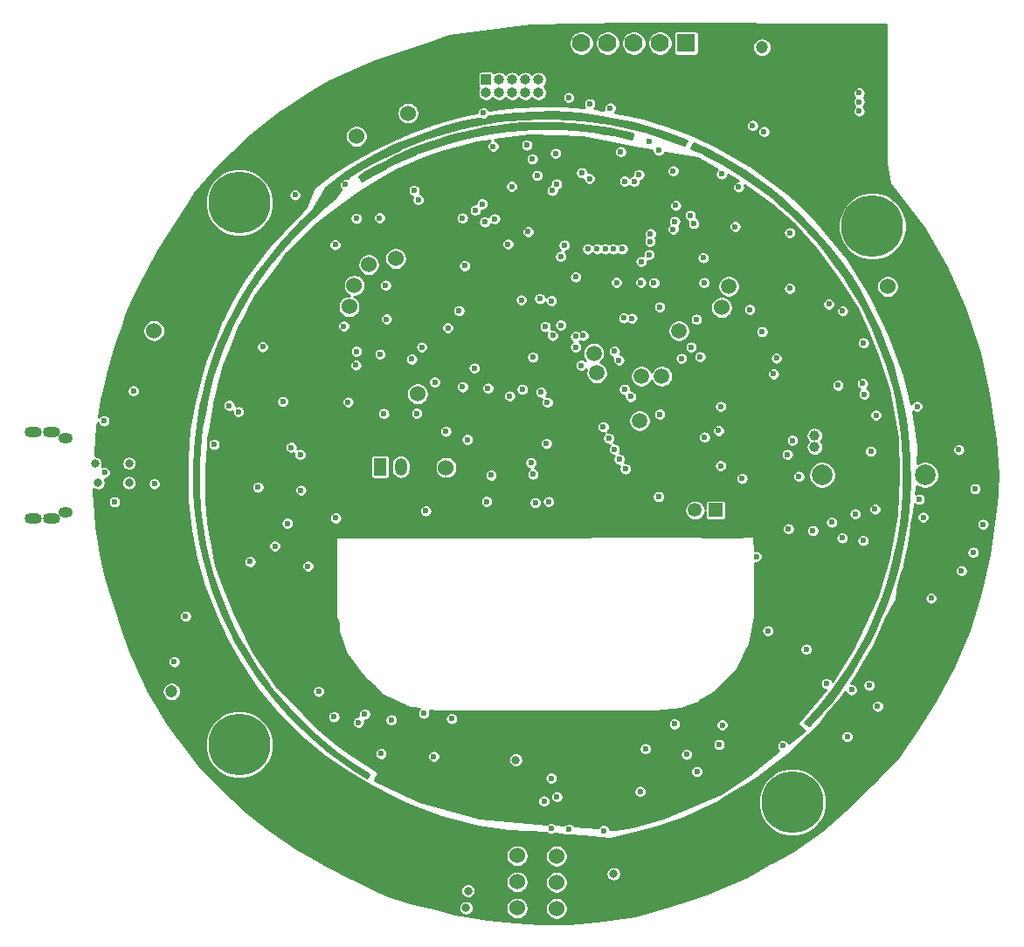
<source format=gbr>
G04 #@! TF.GenerationSoftware,KiCad,Pcbnew,(5.1.2)-2*
G04 #@! TF.CreationDate,2019-10-03T15:28:12-06:00*
G04 #@! TF.ProjectId,MagSensor,4d616753-656e-4736-9f72-2e6b69636164,rev?*
G04 #@! TF.SameCoordinates,Original*
G04 #@! TF.FileFunction,Copper,L3,Inr*
G04 #@! TF.FilePolarity,Positive*
%FSLAX46Y46*%
G04 Gerber Fmt 4.6, Leading zero omitted, Abs format (unit mm)*
G04 Created by KiCad (PCBNEW (5.1.2)-2) date 2019-10-03 15:28:12*
%MOMM*%
%LPD*%
G04 APERTURE LIST*
%ADD10C,2.000000*%
%ADD11R,1.350000X1.350000*%
%ADD12C,1.350000*%
%ADD13R,1.000000X1.000000*%
%ADD14O,1.000000X1.000000*%
%ADD15C,1.524000*%
%ADD16C,6.000000*%
%ADD17O,1.700000X1.000000*%
%ADD18O,1.400000X1.000000*%
%ADD19R,1.200000X1.700000*%
%ADD20O,1.200000X1.700000*%
%ADD21C,1.200000*%
%ADD22C,1.500000*%
%ADD23R,1.778000X1.778000*%
%ADD24C,1.778000*%
%ADD25C,0.600000*%
%ADD26C,0.800000*%
%ADD27C,1.000000*%
%ADD28C,0.254000*%
G04 APERTURE END LIST*
D10*
X153750000Y-127000000D03*
X163750000Y-127000000D03*
D11*
X143423088Y-130405684D03*
D12*
X141423088Y-130405684D03*
D13*
X121198088Y-88652284D03*
D14*
X121198088Y-89922284D03*
X122468088Y-88652284D03*
X122468088Y-89922284D03*
X123738088Y-88652284D03*
X123738088Y-89922284D03*
X125008088Y-88652284D03*
X125008088Y-89922284D03*
X126278088Y-88652284D03*
X126278088Y-89922284D03*
D15*
X114550088Y-119143684D03*
D16*
X97282000Y-153162000D03*
X150876000Y-158750000D03*
X158623000Y-102870000D03*
X97282000Y-100584000D03*
D17*
X77306248Y-122797764D03*
X77306248Y-131247764D03*
X79056248Y-122797764D03*
X79056248Y-131247764D03*
D18*
X80456248Y-130622764D03*
X80456248Y-123422764D03*
D19*
X110923088Y-126205684D03*
D20*
X112923088Y-126205684D03*
D15*
X117313088Y-126275684D03*
X107923088Y-110685684D03*
X112423088Y-106005684D03*
X108423088Y-108605684D03*
X109823088Y-106605684D03*
X113623088Y-91905684D03*
X108623088Y-94155684D03*
X160103088Y-108715684D03*
X89018088Y-112997284D03*
X100004088Y-137604084D03*
D21*
X90723088Y-148005684D03*
X147923088Y-85505684D03*
D22*
X131923088Y-117105684D03*
X131633088Y-115185684D03*
X144723088Y-108705684D03*
X139873088Y-113005684D03*
X138223088Y-117405684D03*
X136223088Y-117405684D03*
X136073088Y-121755684D03*
D23*
X140585088Y-85107684D03*
D24*
X138045088Y-85107684D03*
X135505088Y-85107684D03*
X132965088Y-85107684D03*
X130425088Y-85107684D03*
D15*
X124202088Y-169024684D03*
X124202088Y-166484684D03*
X124202088Y-163944684D03*
X128012088Y-163974684D03*
X128012088Y-166514684D03*
X128012088Y-169054684D03*
X144014088Y-110761684D03*
D25*
X109263088Y-113345684D03*
X128723088Y-94805684D03*
X141123088Y-98605684D03*
X139323088Y-107305684D03*
X119623089Y-96205685D03*
X125673088Y-107005684D03*
X138426088Y-122318684D03*
X108723088Y-101105684D03*
X108823088Y-100105684D03*
X145023088Y-153905684D03*
X132503088Y-100485684D03*
X115683088Y-111855684D03*
X112848288Y-113936684D03*
X124373088Y-123035684D03*
X114323088Y-155405684D03*
X134993088Y-115285684D03*
X157542088Y-115140684D03*
X140460575Y-102366338D03*
X150592686Y-130853084D03*
X103323288Y-122267884D03*
D26*
X130298088Y-154322684D03*
D25*
X107403088Y-112565684D03*
X127253088Y-129585684D03*
X138023088Y-121105684D03*
X139323088Y-97505684D03*
X116218244Y-117993673D03*
X116123088Y-154305684D03*
X103932888Y-135856884D03*
X100723082Y-133905684D03*
X136643088Y-153555684D03*
X98323088Y-135405684D03*
X152223088Y-143905684D03*
X134235088Y-95648684D03*
X124608488Y-110025084D03*
X123323088Y-104605684D03*
X85187688Y-129608484D03*
X140623088Y-154105684D03*
X108623088Y-102105684D03*
X114623088Y-100305684D03*
X114223088Y-99405684D03*
X145323088Y-102905684D03*
X109423088Y-150205684D03*
X108823088Y-151005684D03*
X144073088Y-151255684D03*
X99081488Y-128186084D03*
X157349088Y-91711684D03*
X157349088Y-89933684D03*
X157349088Y-90797284D03*
X128423088Y-105805684D03*
X119123088Y-106705684D03*
X92073088Y-140705684D03*
X132553088Y-122335684D03*
X103247088Y-128490884D03*
X168398088Y-134510684D03*
X156186141Y-152393737D03*
X159140634Y-149439245D03*
X164319075Y-138951671D03*
X134705568Y-126413164D03*
X134105408Y-125473364D03*
X133620608Y-124508164D03*
X133089688Y-123447284D03*
X134393088Y-105072284D03*
X131043088Y-105072284D03*
X131943088Y-105072284D03*
X133523046Y-105076285D03*
X132741258Y-105076286D03*
X84168088Y-121747284D03*
X111543088Y-111885684D03*
X90973088Y-145125684D03*
X127033088Y-123955684D03*
X123473088Y-119345684D03*
X119376088Y-123563284D03*
X121683078Y-127025684D03*
X125543088Y-125805663D03*
X144014088Y-97807684D03*
X141313088Y-102605684D03*
X133623088Y-115005684D03*
X134543151Y-111775093D03*
X139450088Y-151155684D03*
X117852088Y-150639684D03*
X115150088Y-150131684D03*
X112010088Y-150766684D03*
X155698088Y-133113684D03*
X154682088Y-131589684D03*
X150491096Y-132224684D03*
X157755488Y-114190684D03*
X157679288Y-118127684D03*
X158466688Y-124706284D03*
X167001088Y-124553884D03*
X156968088Y-130776884D03*
X169353067Y-131782663D03*
X163546688Y-131107084D03*
X84222488Y-126763684D03*
X143923089Y-126105685D03*
X142236092Y-105935684D03*
X142321098Y-108348684D03*
X101494488Y-119880284D03*
X162962488Y-120362884D03*
X110917888Y-115282884D03*
X97201888Y-120870884D03*
X89048488Y-127855884D03*
X103178555Y-125027531D03*
X107565088Y-98823684D03*
D26*
X133536588Y-165689184D03*
X119249088Y-168991184D03*
X124066588Y-154648684D03*
D25*
X132584088Y-161498184D03*
X151507088Y-127144684D03*
X92452088Y-132405684D03*
X153493088Y-152715684D03*
X106618088Y-131172284D03*
X101933088Y-131695684D03*
X91309088Y-132405708D03*
X90263064Y-132405708D03*
X166283088Y-133865684D03*
X165433088Y-134725684D03*
X164483088Y-135705684D03*
X114473888Y-121023284D03*
X111273488Y-121048684D03*
X129205888Y-90390884D03*
D26*
X83587488Y-127754284D03*
D25*
X134613899Y-118692673D03*
X136175890Y-108326289D03*
X126518088Y-118972284D03*
X117293088Y-122775684D03*
X135203088Y-119405684D03*
X102307288Y-124325284D03*
X137465242Y-108363540D03*
D26*
X83308088Y-125879785D03*
D25*
X121248088Y-129580684D03*
X129873088Y-114595684D03*
X130605806Y-113468875D03*
X117493088Y-112722284D03*
X114963088Y-114595684D03*
X129873098Y-107797284D03*
X126923088Y-112605682D03*
X108581088Y-116349684D03*
X99538688Y-114571684D03*
X137923088Y-129105684D03*
X128440271Y-112473567D03*
X111453088Y-108605684D03*
X125963088Y-129695684D03*
X125743088Y-126925684D03*
X127523088Y-110105684D03*
X143723088Y-122705684D03*
X143923088Y-120355694D03*
X127133268Y-119955694D03*
X115343088Y-130485684D03*
X113984949Y-115765694D03*
X120053088Y-116635684D03*
X139470027Y-102412444D03*
X141923121Y-115534943D03*
X149333088Y-115665684D03*
X147383088Y-134925684D03*
X140983477Y-101828666D03*
X167255088Y-136288686D03*
X154183088Y-147235684D03*
X148503100Y-142115684D03*
X139569088Y-100855684D03*
X126403078Y-109897284D03*
X125731983Y-115574621D03*
X155291688Y-118305484D03*
X157831688Y-119169084D03*
X168575888Y-128338484D03*
X141575688Y-111904684D03*
X139323088Y-103158116D03*
X136994569Y-105631001D03*
X128773078Y-104705684D03*
X143773088Y-153155684D03*
X125144688Y-94997284D03*
X125273091Y-103405677D03*
X137023088Y-94605684D03*
X137123088Y-103605684D03*
D26*
X86610088Y-125874684D03*
D25*
X137082558Y-104354600D03*
X137923088Y-95505680D03*
D26*
X86584688Y-127754284D03*
D25*
X125673088Y-96355684D03*
X126143088Y-97947284D03*
X87018091Y-118847281D03*
X158323094Y-147405684D03*
X150623088Y-103505684D03*
X120148985Y-101317812D03*
X155737514Y-111094606D03*
X141623088Y-155775684D03*
X111014241Y-154034060D03*
X158884101Y-130319684D03*
X104974288Y-147994107D03*
X102688288Y-99839684D03*
X94839688Y-124045884D03*
X145665088Y-99077684D03*
X156603088Y-147835684D03*
X149953087Y-153275685D03*
X136123088Y-157705684D03*
X120823088Y-100705686D03*
X157730088Y-133367684D03*
X106447487Y-150461885D03*
X154402688Y-110431484D03*
X96287488Y-120261284D03*
X127504378Y-156418474D03*
X127504378Y-161307394D03*
X121073088Y-102455684D03*
X120925488Y-91889484D03*
X121883088Y-95125684D03*
X122023088Y-102155674D03*
D27*
X153023088Y-124305684D03*
X153023088Y-123181446D03*
D25*
X121373088Y-118585684D03*
X123673088Y-99015684D03*
X118923088Y-118445684D03*
X118893989Y-102076585D03*
X127615711Y-99417303D03*
X124703088Y-118695684D03*
X150878389Y-123645673D03*
X133223088Y-91405684D03*
X148123088Y-93705684D03*
X131213088Y-98255684D03*
X131242374Y-91005841D03*
X150623088Y-108905684D03*
X142363088Y-123334684D03*
X147023088Y-93105684D03*
X130471473Y-97691352D03*
X146744588Y-110952183D03*
X134623088Y-98505688D03*
X110623088Y-97405684D03*
X110873088Y-102055684D03*
X134788027Y-94003643D03*
X135551268Y-98525086D03*
X109123088Y-155805684D03*
X135963088Y-93285684D03*
X152713088Y-150715684D03*
X141567302Y-95257428D03*
X135998088Y-97880684D03*
X158974688Y-121201084D03*
X163165688Y-129354484D03*
X108633088Y-115015684D03*
X127648514Y-113472092D03*
X129857498Y-113548466D03*
X135323088Y-111805684D03*
X136223088Y-106305684D03*
X141059309Y-114595895D03*
X134060395Y-115870545D03*
X133830806Y-108326289D03*
X107819088Y-119931084D03*
X118563288Y-111066484D03*
X130410116Y-116364656D03*
X145995288Y-127347882D03*
X150389488Y-125011084D03*
X152853288Y-132402484D03*
X147933098Y-113105684D03*
X128054388Y-158215684D03*
X129218588Y-161371184D03*
X149053110Y-117202412D03*
X140123088Y-115705684D03*
D26*
X119439588Y-167340184D03*
D25*
X126805588Y-158640684D03*
X138016408Y-110707907D03*
X127923088Y-95805684D03*
X128023088Y-98775694D03*
X106563568Y-104665684D03*
D28*
G36*
X130608097Y-94232201D02*
G01*
X136098181Y-95330218D01*
X136102936Y-95331075D01*
X137296088Y-95522831D01*
X137296088Y-95567434D01*
X137320183Y-95688569D01*
X137367448Y-95802676D01*
X137436065Y-95905369D01*
X137523399Y-95992703D01*
X137626092Y-96061320D01*
X137740199Y-96108585D01*
X137861334Y-96132680D01*
X137984842Y-96132680D01*
X138105977Y-96108585D01*
X138220084Y-96061320D01*
X138322777Y-95992703D01*
X138410111Y-95905369D01*
X138478728Y-95802676D01*
X138513594Y-95718502D01*
X141680644Y-96227492D01*
X143621216Y-97316106D01*
X143614399Y-97320661D01*
X143527065Y-97407995D01*
X143458448Y-97510688D01*
X143411183Y-97624795D01*
X143387088Y-97745930D01*
X143387088Y-97869438D01*
X143411183Y-97990573D01*
X143458448Y-98104680D01*
X143527065Y-98207373D01*
X143614399Y-98294707D01*
X143717092Y-98363324D01*
X143831199Y-98410589D01*
X143952334Y-98434684D01*
X144075842Y-98434684D01*
X144196977Y-98410589D01*
X144311084Y-98363324D01*
X144413777Y-98294707D01*
X144501111Y-98207373D01*
X144569728Y-98104680D01*
X144616993Y-97990573D01*
X144637725Y-97886343D01*
X145643725Y-98450684D01*
X145603334Y-98450684D01*
X145482199Y-98474779D01*
X145368092Y-98522044D01*
X145265399Y-98590661D01*
X145178065Y-98677995D01*
X145109448Y-98780688D01*
X145062183Y-98894795D01*
X145038088Y-99015930D01*
X145038088Y-99139438D01*
X145062183Y-99260573D01*
X145109448Y-99374680D01*
X145178065Y-99477373D01*
X145265399Y-99564707D01*
X145368092Y-99633324D01*
X145482199Y-99680589D01*
X145603334Y-99704684D01*
X145726842Y-99704684D01*
X145847977Y-99680589D01*
X145962084Y-99633324D01*
X146064777Y-99564707D01*
X146152111Y-99477373D01*
X146220728Y-99374680D01*
X146267993Y-99260573D01*
X146292088Y-99139438D01*
X146292088Y-99015930D01*
X146267993Y-98894795D01*
X146260364Y-98876378D01*
X148943242Y-100804696D01*
X150983236Y-102645666D01*
X153124942Y-105011504D01*
X155044319Y-107578982D01*
X155891054Y-108849086D01*
X157111640Y-110841879D01*
X158206768Y-113081914D01*
X159128410Y-115423381D01*
X160174601Y-118686501D01*
X161021315Y-123368333D01*
X161096045Y-127104836D01*
X160971489Y-130841533D01*
X160174483Y-135000907D01*
X159078798Y-138761099D01*
X156735908Y-143845668D01*
X154794764Y-147006250D01*
X154775988Y-147028642D01*
X154738728Y-146938688D01*
X154670111Y-146835995D01*
X154582777Y-146748661D01*
X154480084Y-146680044D01*
X154365977Y-146632779D01*
X154244842Y-146608684D01*
X154121334Y-146608684D01*
X154000199Y-146632779D01*
X153886092Y-146680044D01*
X153783399Y-146748661D01*
X153696065Y-146835995D01*
X153627448Y-146938688D01*
X153580183Y-147052795D01*
X153556088Y-147173930D01*
X153556088Y-147297438D01*
X153580183Y-147418573D01*
X153627448Y-147532680D01*
X153696065Y-147635373D01*
X153783399Y-147722707D01*
X153886092Y-147791324D01*
X154000199Y-147838589D01*
X154083025Y-147855064D01*
X151425772Y-151024084D01*
X151411723Y-151044637D01*
X151401953Y-151067536D01*
X151396838Y-151091902D01*
X151396575Y-151116797D01*
X151401174Y-151141265D01*
X151410458Y-151164365D01*
X151424070Y-151185211D01*
X151433285Y-151195487D01*
X152032723Y-151794925D01*
X150518005Y-153001089D01*
X150508727Y-152978689D01*
X150440110Y-152875996D01*
X150352776Y-152788662D01*
X150250083Y-152720045D01*
X150135976Y-152672780D01*
X150014841Y-152648685D01*
X149891333Y-152648685D01*
X149770198Y-152672780D01*
X149656091Y-152720045D01*
X149553398Y-152788662D01*
X149466064Y-152875996D01*
X149397447Y-152978689D01*
X149350182Y-153092796D01*
X149326087Y-153213931D01*
X149326087Y-153337439D01*
X149350182Y-153458574D01*
X149397447Y-153572681D01*
X149466064Y-153675374D01*
X149553398Y-153762708D01*
X149557832Y-153765671D01*
X146850001Y-155921907D01*
X145353524Y-153769341D01*
X145510963Y-154065325D01*
X145519046Y-154078514D01*
X146823945Y-155942655D01*
X146743976Y-156006334D01*
X146761032Y-156027753D01*
X143962343Y-157893546D01*
X138381499Y-160285336D01*
X135395645Y-161081564D01*
X133717315Y-161377740D01*
X133190534Y-161333098D01*
X133186993Y-161315295D01*
X133139728Y-161201188D01*
X133071111Y-161098495D01*
X132983777Y-161011161D01*
X132881084Y-160942544D01*
X132766977Y-160895279D01*
X132645842Y-160871184D01*
X132522334Y-160871184D01*
X132401199Y-160895279D01*
X132287092Y-160942544D01*
X132184399Y-161011161D01*
X132097065Y-161098495D01*
X132028448Y-161201188D01*
X132015071Y-161233482D01*
X129752549Y-161041743D01*
X129705611Y-160971495D01*
X129618277Y-160884161D01*
X129515584Y-160815544D01*
X129401477Y-160768279D01*
X129280342Y-160744184D01*
X129156834Y-160744184D01*
X129035699Y-160768279D01*
X128921592Y-160815544D01*
X128818899Y-160884161D01*
X128746570Y-160956490D01*
X127974780Y-160891084D01*
X127904067Y-160820371D01*
X127801374Y-160751754D01*
X127687267Y-160704489D01*
X127566132Y-160680394D01*
X127442624Y-160680394D01*
X127321489Y-160704489D01*
X127207382Y-160751754D01*
X127106237Y-160819337D01*
X120545371Y-160280087D01*
X114767134Y-158686091D01*
X114537504Y-158578930D01*
X126178588Y-158578930D01*
X126178588Y-158702438D01*
X126202683Y-158823573D01*
X126249948Y-158937680D01*
X126318565Y-159040373D01*
X126405899Y-159127707D01*
X126508592Y-159196324D01*
X126622699Y-159243589D01*
X126743834Y-159267684D01*
X126867342Y-159267684D01*
X126988477Y-159243589D01*
X127102584Y-159196324D01*
X127205277Y-159127707D01*
X127292611Y-159040373D01*
X127361228Y-158937680D01*
X127408493Y-158823573D01*
X127432588Y-158702438D01*
X127432588Y-158578930D01*
X127408493Y-158457795D01*
X127361228Y-158343688D01*
X127292611Y-158240995D01*
X127205546Y-158153930D01*
X127427388Y-158153930D01*
X127427388Y-158277438D01*
X127451483Y-158398573D01*
X127498748Y-158512680D01*
X127567365Y-158615373D01*
X127654699Y-158702707D01*
X127757392Y-158771324D01*
X127871499Y-158818589D01*
X127992634Y-158842684D01*
X128116142Y-158842684D01*
X128237277Y-158818589D01*
X128351384Y-158771324D01*
X128454077Y-158702707D01*
X128541411Y-158615373D01*
X128610028Y-158512680D01*
X128657293Y-158398573D01*
X128681388Y-158277438D01*
X128681388Y-158153930D01*
X128657293Y-158032795D01*
X128610028Y-157918688D01*
X128541411Y-157815995D01*
X128454077Y-157728661D01*
X128351384Y-157660044D01*
X128312482Y-157643930D01*
X135496088Y-157643930D01*
X135496088Y-157767438D01*
X135520183Y-157888573D01*
X135567448Y-158002680D01*
X135636065Y-158105373D01*
X135723399Y-158192707D01*
X135826092Y-158261324D01*
X135940199Y-158308589D01*
X136061334Y-158332684D01*
X136184842Y-158332684D01*
X136305977Y-158308589D01*
X136420084Y-158261324D01*
X136522777Y-158192707D01*
X136610111Y-158105373D01*
X136678728Y-158002680D01*
X136725993Y-157888573D01*
X136750088Y-157767438D01*
X136750088Y-157643930D01*
X136725993Y-157522795D01*
X136678728Y-157408688D01*
X136610111Y-157305995D01*
X136522777Y-157218661D01*
X136420084Y-157150044D01*
X136305977Y-157102779D01*
X136184842Y-157078684D01*
X136061334Y-157078684D01*
X135940199Y-157102779D01*
X135826092Y-157150044D01*
X135723399Y-157218661D01*
X135636065Y-157305995D01*
X135567448Y-157408688D01*
X135520183Y-157522795D01*
X135496088Y-157643930D01*
X128312482Y-157643930D01*
X128237277Y-157612779D01*
X128116142Y-157588684D01*
X127992634Y-157588684D01*
X127871499Y-157612779D01*
X127757392Y-157660044D01*
X127654699Y-157728661D01*
X127567365Y-157815995D01*
X127498748Y-157918688D01*
X127451483Y-158032795D01*
X127427388Y-158153930D01*
X127205546Y-158153930D01*
X127205277Y-158153661D01*
X127102584Y-158085044D01*
X126988477Y-158037779D01*
X126867342Y-158013684D01*
X126743834Y-158013684D01*
X126622699Y-158037779D01*
X126508592Y-158085044D01*
X126405899Y-158153661D01*
X126318565Y-158240995D01*
X126249948Y-158343688D01*
X126202683Y-158457795D01*
X126178588Y-158578930D01*
X114537504Y-158578930D01*
X110395032Y-156645777D01*
X110539560Y-156356720D01*
X126877378Y-156356720D01*
X126877378Y-156480228D01*
X126901473Y-156601363D01*
X126948738Y-156715470D01*
X127017355Y-156818163D01*
X127104689Y-156905497D01*
X127207382Y-156974114D01*
X127321489Y-157021379D01*
X127442624Y-157045474D01*
X127566132Y-157045474D01*
X127687267Y-157021379D01*
X127801374Y-156974114D01*
X127904067Y-156905497D01*
X127991401Y-156818163D01*
X128060018Y-156715470D01*
X128107283Y-156601363D01*
X128131378Y-156480228D01*
X128131378Y-156356720D01*
X128107283Y-156235585D01*
X128060018Y-156121478D01*
X127991401Y-156018785D01*
X127904067Y-155931451D01*
X127801374Y-155862834D01*
X127687267Y-155815569D01*
X127566132Y-155791474D01*
X127442624Y-155791474D01*
X127321489Y-155815569D01*
X127207382Y-155862834D01*
X127104689Y-155931451D01*
X127017355Y-156018785D01*
X126948738Y-156121478D01*
X126901473Y-156235585D01*
X126877378Y-156356720D01*
X110539560Y-156356720D01*
X110736680Y-155962480D01*
X110745578Y-155939228D01*
X110749768Y-155914687D01*
X110749091Y-155889800D01*
X110743571Y-155865523D01*
X110733421Y-155842790D01*
X110719031Y-155822473D01*
X110693535Y-155800014D01*
X110564409Y-155713930D01*
X140996088Y-155713930D01*
X140996088Y-155837438D01*
X141020183Y-155958573D01*
X141067448Y-156072680D01*
X141136065Y-156175373D01*
X141223399Y-156262707D01*
X141326092Y-156331324D01*
X141440199Y-156378589D01*
X141561334Y-156402684D01*
X141684842Y-156402684D01*
X141805977Y-156378589D01*
X141920084Y-156331324D01*
X142022777Y-156262707D01*
X142110111Y-156175373D01*
X142178728Y-156072680D01*
X142225993Y-155958573D01*
X142250088Y-155837438D01*
X142250088Y-155713930D01*
X142225993Y-155592795D01*
X142178728Y-155478688D01*
X142110111Y-155375995D01*
X142022777Y-155288661D01*
X141920084Y-155220044D01*
X141805977Y-155172779D01*
X141684842Y-155148684D01*
X141561334Y-155148684D01*
X141440199Y-155172779D01*
X141326092Y-155220044D01*
X141223399Y-155288661D01*
X141136065Y-155375995D01*
X141067448Y-155478688D01*
X141020183Y-155592795D01*
X140996088Y-155713930D01*
X110564409Y-155713930D01*
X108894126Y-154600408D01*
X107972911Y-153972306D01*
X110387241Y-153972306D01*
X110387241Y-154095814D01*
X110411336Y-154216949D01*
X110458601Y-154331056D01*
X110527218Y-154433749D01*
X110614552Y-154521083D01*
X110717245Y-154589700D01*
X110831352Y-154636965D01*
X110952487Y-154661060D01*
X111075995Y-154661060D01*
X111197130Y-154636965D01*
X111311237Y-154589700D01*
X111413930Y-154521083D01*
X111501264Y-154433749D01*
X111569881Y-154331056D01*
X111605970Y-154243930D01*
X115496088Y-154243930D01*
X115496088Y-154367438D01*
X115520183Y-154488573D01*
X115567448Y-154602680D01*
X115636065Y-154705373D01*
X115723399Y-154792707D01*
X115826092Y-154861324D01*
X115940199Y-154908589D01*
X116061334Y-154932684D01*
X116184842Y-154932684D01*
X116305977Y-154908589D01*
X116420084Y-154861324D01*
X116522777Y-154792707D01*
X116610111Y-154705373D01*
X116678728Y-154602680D01*
X116689331Y-154577081D01*
X123339588Y-154577081D01*
X123339588Y-154720287D01*
X123367526Y-154860742D01*
X123422329Y-154993048D01*
X123501890Y-155112120D01*
X123603152Y-155213382D01*
X123722224Y-155292943D01*
X123854530Y-155347746D01*
X123994985Y-155375684D01*
X124138191Y-155375684D01*
X124278646Y-155347746D01*
X124410952Y-155292943D01*
X124530024Y-155213382D01*
X124631286Y-155112120D01*
X124710847Y-154993048D01*
X124765650Y-154860742D01*
X124793588Y-154720287D01*
X124793588Y-154577081D01*
X124765650Y-154436626D01*
X124710847Y-154304320D01*
X124631286Y-154185248D01*
X124530024Y-154083986D01*
X124410952Y-154004425D01*
X124278646Y-153949622D01*
X124138191Y-153921684D01*
X123994985Y-153921684D01*
X123854530Y-153949622D01*
X123722224Y-154004425D01*
X123603152Y-154083986D01*
X123501890Y-154185248D01*
X123422329Y-154304320D01*
X123367526Y-154436626D01*
X123339588Y-154577081D01*
X116689331Y-154577081D01*
X116725993Y-154488573D01*
X116750088Y-154367438D01*
X116750088Y-154243930D01*
X116725993Y-154122795D01*
X116678728Y-154008688D01*
X116610111Y-153905995D01*
X116522777Y-153818661D01*
X116420084Y-153750044D01*
X116305977Y-153702779D01*
X116184842Y-153678684D01*
X116061334Y-153678684D01*
X115940199Y-153702779D01*
X115826092Y-153750044D01*
X115723399Y-153818661D01*
X115636065Y-153905995D01*
X115567448Y-154008688D01*
X115520183Y-154122795D01*
X115496088Y-154243930D01*
X111605970Y-154243930D01*
X111617146Y-154216949D01*
X111641241Y-154095814D01*
X111641241Y-153972306D01*
X111617146Y-153851171D01*
X111569881Y-153737064D01*
X111501264Y-153634371D01*
X111413930Y-153547037D01*
X111334450Y-153493930D01*
X136016088Y-153493930D01*
X136016088Y-153617438D01*
X136040183Y-153738573D01*
X136087448Y-153852680D01*
X136156065Y-153955373D01*
X136243399Y-154042707D01*
X136346092Y-154111324D01*
X136460199Y-154158589D01*
X136581334Y-154182684D01*
X136704842Y-154182684D01*
X136825977Y-154158589D01*
X136940084Y-154111324D01*
X137040946Y-154043930D01*
X139996088Y-154043930D01*
X139996088Y-154167438D01*
X140020183Y-154288573D01*
X140067448Y-154402680D01*
X140136065Y-154505373D01*
X140223399Y-154592707D01*
X140326092Y-154661324D01*
X140440199Y-154708589D01*
X140561334Y-154732684D01*
X140684842Y-154732684D01*
X140805977Y-154708589D01*
X140920084Y-154661324D01*
X141022777Y-154592707D01*
X141110111Y-154505373D01*
X141178728Y-154402680D01*
X141225993Y-154288573D01*
X141250088Y-154167438D01*
X141250088Y-154043930D01*
X141225993Y-153922795D01*
X141178728Y-153808688D01*
X141110111Y-153705995D01*
X141022777Y-153618661D01*
X140920084Y-153550044D01*
X140805977Y-153502779D01*
X140684842Y-153478684D01*
X140561334Y-153478684D01*
X140440199Y-153502779D01*
X140326092Y-153550044D01*
X140223399Y-153618661D01*
X140136065Y-153705995D01*
X140067448Y-153808688D01*
X140020183Y-153922795D01*
X139996088Y-154043930D01*
X137040946Y-154043930D01*
X137042777Y-154042707D01*
X137130111Y-153955373D01*
X137198728Y-153852680D01*
X137245993Y-153738573D01*
X137270088Y-153617438D01*
X137270088Y-153493930D01*
X137245993Y-153372795D01*
X137198728Y-153258688D01*
X137130111Y-153155995D01*
X137068046Y-153093930D01*
X143146088Y-153093930D01*
X143146088Y-153217438D01*
X143170183Y-153338573D01*
X143217448Y-153452680D01*
X143286065Y-153555373D01*
X143373399Y-153642707D01*
X143476092Y-153711324D01*
X143590199Y-153758589D01*
X143711334Y-153782684D01*
X143834842Y-153782684D01*
X143955977Y-153758589D01*
X144070084Y-153711324D01*
X144172777Y-153642707D01*
X144260111Y-153555373D01*
X144328728Y-153452680D01*
X144375993Y-153338573D01*
X144400088Y-153217438D01*
X144400088Y-153093930D01*
X144375993Y-152972795D01*
X144328728Y-152858688D01*
X144260111Y-152755995D01*
X144172777Y-152668661D01*
X144070084Y-152600044D01*
X143955977Y-152552779D01*
X143834842Y-152528684D01*
X143711334Y-152528684D01*
X143590199Y-152552779D01*
X143476092Y-152600044D01*
X143373399Y-152668661D01*
X143286065Y-152755995D01*
X143217448Y-152858688D01*
X143170183Y-152972795D01*
X143146088Y-153093930D01*
X137068046Y-153093930D01*
X137042777Y-153068661D01*
X136940084Y-153000044D01*
X136825977Y-152952779D01*
X136704842Y-152928684D01*
X136581334Y-152928684D01*
X136460199Y-152952779D01*
X136346092Y-153000044D01*
X136243399Y-153068661D01*
X136156065Y-153155995D01*
X136087448Y-153258688D01*
X136040183Y-153372795D01*
X136016088Y-153493930D01*
X111334450Y-153493930D01*
X111311237Y-153478420D01*
X111197130Y-153431155D01*
X111075995Y-153407060D01*
X110952487Y-153407060D01*
X110831352Y-153431155D01*
X110717245Y-153478420D01*
X110614552Y-153547037D01*
X110527218Y-153634371D01*
X110458601Y-153737064D01*
X110411336Y-153851171D01*
X110387241Y-153972306D01*
X107972911Y-153972306D01*
X106700954Y-153105063D01*
X105109910Y-151712900D01*
X103797141Y-150400131D01*
X105820487Y-150400131D01*
X105820487Y-150523639D01*
X105844582Y-150644774D01*
X105891847Y-150758881D01*
X105960464Y-150861574D01*
X106047798Y-150948908D01*
X106150491Y-151017525D01*
X106264598Y-151064790D01*
X106385733Y-151088885D01*
X106509241Y-151088885D01*
X106630376Y-151064790D01*
X106744483Y-151017525D01*
X106847176Y-150948908D01*
X106852154Y-150943930D01*
X108196088Y-150943930D01*
X108196088Y-151067438D01*
X108220183Y-151188573D01*
X108267448Y-151302680D01*
X108336065Y-151405373D01*
X108423399Y-151492707D01*
X108526092Y-151561324D01*
X108640199Y-151608589D01*
X108761334Y-151632684D01*
X108884842Y-151632684D01*
X109005977Y-151608589D01*
X109120084Y-151561324D01*
X109222777Y-151492707D01*
X109310111Y-151405373D01*
X109378728Y-151302680D01*
X109425993Y-151188573D01*
X109450088Y-151067438D01*
X109450088Y-150943930D01*
X109427960Y-150832684D01*
X109484842Y-150832684D01*
X109605977Y-150808589D01*
X109720084Y-150761324D01*
X109804483Y-150704930D01*
X111383088Y-150704930D01*
X111383088Y-150828438D01*
X111407183Y-150949573D01*
X111454448Y-151063680D01*
X111523065Y-151166373D01*
X111610399Y-151253707D01*
X111713092Y-151322324D01*
X111827199Y-151369589D01*
X111948334Y-151393684D01*
X112071842Y-151393684D01*
X112192977Y-151369589D01*
X112307084Y-151322324D01*
X112409777Y-151253707D01*
X112497111Y-151166373D01*
X112565728Y-151063680D01*
X112612993Y-150949573D01*
X112637088Y-150828438D01*
X112637088Y-150704930D01*
X112612993Y-150583795D01*
X112565728Y-150469688D01*
X112497111Y-150366995D01*
X112409777Y-150279661D01*
X112307084Y-150211044D01*
X112192977Y-150163779D01*
X112071842Y-150139684D01*
X111948334Y-150139684D01*
X111827199Y-150163779D01*
X111713092Y-150211044D01*
X111610399Y-150279661D01*
X111523065Y-150366995D01*
X111454448Y-150469688D01*
X111407183Y-150583795D01*
X111383088Y-150704930D01*
X109804483Y-150704930D01*
X109822777Y-150692707D01*
X109910111Y-150605373D01*
X109978728Y-150502680D01*
X110025993Y-150388573D01*
X110050088Y-150267438D01*
X110050088Y-150143930D01*
X110025993Y-150022795D01*
X109978728Y-149908688D01*
X109910111Y-149805995D01*
X109822777Y-149718661D01*
X109720084Y-149650044D01*
X109605977Y-149602779D01*
X109484842Y-149578684D01*
X109361334Y-149578684D01*
X109240199Y-149602779D01*
X109126092Y-149650044D01*
X109023399Y-149718661D01*
X108936065Y-149805995D01*
X108867448Y-149908688D01*
X108820183Y-150022795D01*
X108796088Y-150143930D01*
X108796088Y-150267438D01*
X108818216Y-150378684D01*
X108761334Y-150378684D01*
X108640199Y-150402779D01*
X108526092Y-150450044D01*
X108423399Y-150518661D01*
X108336065Y-150605995D01*
X108267448Y-150708688D01*
X108220183Y-150822795D01*
X108196088Y-150943930D01*
X106852154Y-150943930D01*
X106934510Y-150861574D01*
X107003127Y-150758881D01*
X107050392Y-150644774D01*
X107074487Y-150523639D01*
X107074487Y-150400131D01*
X107050392Y-150278996D01*
X107003127Y-150164889D01*
X106934510Y-150062196D01*
X106847176Y-149974862D01*
X106744483Y-149906245D01*
X106630376Y-149858980D01*
X106509241Y-149834885D01*
X106385733Y-149834885D01*
X106264598Y-149858980D01*
X106150491Y-149906245D01*
X106047798Y-149974862D01*
X105960464Y-150062196D01*
X105891847Y-150164889D01*
X105844582Y-150278996D01*
X105820487Y-150400131D01*
X103797141Y-150400131D01*
X101329363Y-147932353D01*
X104347288Y-147932353D01*
X104347288Y-148055861D01*
X104371383Y-148176996D01*
X104418648Y-148291103D01*
X104487265Y-148393796D01*
X104574599Y-148481130D01*
X104677292Y-148549747D01*
X104791399Y-148597012D01*
X104912534Y-148621107D01*
X105036042Y-148621107D01*
X105157177Y-148597012D01*
X105271284Y-148549747D01*
X105373977Y-148481130D01*
X105461311Y-148393796D01*
X105529928Y-148291103D01*
X105577193Y-148176996D01*
X105601288Y-148055861D01*
X105601288Y-147932353D01*
X105577193Y-147811218D01*
X105529928Y-147697111D01*
X105461311Y-147594418D01*
X105373977Y-147507084D01*
X105271284Y-147438467D01*
X105157177Y-147391202D01*
X105036042Y-147367107D01*
X104912534Y-147367107D01*
X104791399Y-147391202D01*
X104677292Y-147438467D01*
X104574599Y-147507084D01*
X104487265Y-147594418D01*
X104418648Y-147697111D01*
X104371383Y-147811218D01*
X104347288Y-147932353D01*
X101329363Y-147932353D01*
X100921474Y-147524464D01*
X98632951Y-144141430D01*
X96838865Y-140553258D01*
X95742262Y-137861597D01*
X95046071Y-135773024D01*
X94960253Y-135343930D01*
X97696088Y-135343930D01*
X97696088Y-135467438D01*
X97720183Y-135588573D01*
X97767448Y-135702680D01*
X97836065Y-135805373D01*
X97923399Y-135892707D01*
X98026092Y-135961324D01*
X98140199Y-136008589D01*
X98261334Y-136032684D01*
X98384842Y-136032684D01*
X98505977Y-136008589D01*
X98620084Y-135961324D01*
X98722777Y-135892707D01*
X98810111Y-135805373D01*
X98816955Y-135795130D01*
X103305888Y-135795130D01*
X103305888Y-135918638D01*
X103329983Y-136039773D01*
X103377248Y-136153880D01*
X103445865Y-136256573D01*
X103533199Y-136343907D01*
X103635892Y-136412524D01*
X103749999Y-136459789D01*
X103871134Y-136483884D01*
X103994642Y-136483884D01*
X104115777Y-136459789D01*
X104229884Y-136412524D01*
X104332577Y-136343907D01*
X104419911Y-136256573D01*
X104488528Y-136153880D01*
X104535793Y-136039773D01*
X104559888Y-135918638D01*
X104559888Y-135795130D01*
X104535793Y-135673995D01*
X104488528Y-135559888D01*
X104419911Y-135457195D01*
X104332577Y-135369861D01*
X104229884Y-135301244D01*
X104115777Y-135253979D01*
X103994642Y-135229884D01*
X103871134Y-135229884D01*
X103749999Y-135253979D01*
X103635892Y-135301244D01*
X103533199Y-135369861D01*
X103445865Y-135457195D01*
X103377248Y-135559888D01*
X103329983Y-135673995D01*
X103305888Y-135795130D01*
X98816955Y-135795130D01*
X98878728Y-135702680D01*
X98925993Y-135588573D01*
X98950088Y-135467438D01*
X98950088Y-135343930D01*
X98925993Y-135222795D01*
X98878728Y-135108688D01*
X98810111Y-135005995D01*
X98722777Y-134918661D01*
X98620084Y-134850044D01*
X98505977Y-134802779D01*
X98384842Y-134778684D01*
X98261334Y-134778684D01*
X98140199Y-134802779D01*
X98026092Y-134850044D01*
X97923399Y-134918661D01*
X97836065Y-135005995D01*
X97767448Y-135108688D01*
X97720183Y-135222795D01*
X97696088Y-135343930D01*
X94960253Y-135343930D01*
X94660253Y-133843930D01*
X100096082Y-133843930D01*
X100096082Y-133967438D01*
X100120177Y-134088573D01*
X100167442Y-134202680D01*
X100236059Y-134305373D01*
X100323393Y-134392707D01*
X100426086Y-134461324D01*
X100540193Y-134508589D01*
X100661328Y-134532684D01*
X100784836Y-134532684D01*
X100905971Y-134508589D01*
X101020078Y-134461324D01*
X101122771Y-134392707D01*
X101210105Y-134305373D01*
X101278722Y-134202680D01*
X101325987Y-134088573D01*
X101350082Y-133967438D01*
X101350082Y-133843930D01*
X101325987Y-133722795D01*
X101278722Y-133608688D01*
X101210105Y-133505995D01*
X101122771Y-133418661D01*
X101020078Y-133350044D01*
X100905971Y-133302779D01*
X100784836Y-133278684D01*
X100661328Y-133278684D01*
X100540193Y-133302779D01*
X100426086Y-133350044D01*
X100323393Y-133418661D01*
X100236059Y-133505995D01*
X100167442Y-133608688D01*
X100120177Y-133722795D01*
X100096082Y-133843930D01*
X94660253Y-133843930D01*
X94647831Y-133781822D01*
X94523370Y-133097284D01*
X106641088Y-133097284D01*
X106641088Y-140847284D01*
X106643528Y-140872060D01*
X106654496Y-140904080D01*
X106891088Y-141377264D01*
X106891088Y-142097284D01*
X106893528Y-142122060D01*
X106897605Y-142137445D01*
X107647605Y-144387445D01*
X107657755Y-144410178D01*
X107668918Y-144426620D01*
X108486429Y-145448509D01*
X108848727Y-145989729D01*
X108875807Y-146024959D01*
X109687138Y-146948520D01*
X109718585Y-146979914D01*
X109718594Y-146979921D01*
X110298608Y-147487707D01*
X110923690Y-148182243D01*
X110942078Y-148199026D01*
X110961292Y-148210876D01*
X113461292Y-149460876D01*
X113495370Y-149472235D01*
X114703217Y-149691843D01*
X114663065Y-149731995D01*
X114594448Y-149834688D01*
X114547183Y-149948795D01*
X114523088Y-150069930D01*
X114523088Y-150193438D01*
X114547183Y-150314573D01*
X114594448Y-150428680D01*
X114663065Y-150531373D01*
X114750399Y-150618707D01*
X114853092Y-150687324D01*
X114967199Y-150734589D01*
X115088334Y-150758684D01*
X115211842Y-150758684D01*
X115332977Y-150734589D01*
X115447084Y-150687324D01*
X115549777Y-150618707D01*
X115590554Y-150577930D01*
X117225088Y-150577930D01*
X117225088Y-150701438D01*
X117249183Y-150822573D01*
X117296448Y-150936680D01*
X117365065Y-151039373D01*
X117452399Y-151126707D01*
X117555092Y-151195324D01*
X117669199Y-151242589D01*
X117790334Y-151266684D01*
X117913842Y-151266684D01*
X118034977Y-151242589D01*
X118149084Y-151195324D01*
X118251777Y-151126707D01*
X118284554Y-151093930D01*
X138823088Y-151093930D01*
X138823088Y-151217438D01*
X138847183Y-151338573D01*
X138894448Y-151452680D01*
X138963065Y-151555373D01*
X139050399Y-151642707D01*
X139153092Y-151711324D01*
X139267199Y-151758589D01*
X139388334Y-151782684D01*
X139511842Y-151782684D01*
X139632977Y-151758589D01*
X139747084Y-151711324D01*
X139849777Y-151642707D01*
X139937111Y-151555373D01*
X140005728Y-151452680D01*
X140052993Y-151338573D01*
X140077088Y-151217438D01*
X140077088Y-151193930D01*
X143446088Y-151193930D01*
X143446088Y-151317438D01*
X143470183Y-151438573D01*
X143517448Y-151552680D01*
X143586065Y-151655373D01*
X143673399Y-151742707D01*
X143776092Y-151811324D01*
X143890199Y-151858589D01*
X144011334Y-151882684D01*
X144134842Y-151882684D01*
X144255977Y-151858589D01*
X144370084Y-151811324D01*
X144472777Y-151742707D01*
X144560111Y-151655373D01*
X144628728Y-151552680D01*
X144675993Y-151438573D01*
X144700088Y-151317438D01*
X144700088Y-151193930D01*
X144675993Y-151072795D01*
X144628728Y-150958688D01*
X144560111Y-150855995D01*
X144472777Y-150768661D01*
X144370084Y-150700044D01*
X144255977Y-150652779D01*
X144134842Y-150628684D01*
X144011334Y-150628684D01*
X143890199Y-150652779D01*
X143776092Y-150700044D01*
X143673399Y-150768661D01*
X143586065Y-150855995D01*
X143517448Y-150958688D01*
X143470183Y-151072795D01*
X143446088Y-151193930D01*
X140077088Y-151193930D01*
X140077088Y-151093930D01*
X140052993Y-150972795D01*
X140005728Y-150858688D01*
X139937111Y-150755995D01*
X139849777Y-150668661D01*
X139747084Y-150600044D01*
X139632977Y-150552779D01*
X139511842Y-150528684D01*
X139388334Y-150528684D01*
X139267199Y-150552779D01*
X139153092Y-150600044D01*
X139050399Y-150668661D01*
X138963065Y-150755995D01*
X138894448Y-150858688D01*
X138847183Y-150972795D01*
X138823088Y-151093930D01*
X118284554Y-151093930D01*
X118339111Y-151039373D01*
X118407728Y-150936680D01*
X118454993Y-150822573D01*
X118479088Y-150701438D01*
X118479088Y-150577930D01*
X118454993Y-150456795D01*
X118407728Y-150342688D01*
X118339111Y-150239995D01*
X118251777Y-150152661D01*
X118149084Y-150084044D01*
X118034977Y-150036779D01*
X117913842Y-150012684D01*
X117790334Y-150012684D01*
X117669199Y-150036779D01*
X117555092Y-150084044D01*
X117452399Y-150152661D01*
X117365065Y-150239995D01*
X117296448Y-150342688D01*
X117249183Y-150456795D01*
X117225088Y-150577930D01*
X115590554Y-150577930D01*
X115637111Y-150531373D01*
X115705728Y-150428680D01*
X115752993Y-150314573D01*
X115777088Y-150193438D01*
X115777088Y-150069930D01*
X115752993Y-149948795D01*
X115723391Y-149877330D01*
X116245370Y-149972235D01*
X116268336Y-149974284D01*
X137598336Y-149932684D01*
X137611112Y-149932014D01*
X140036112Y-149682014D01*
X140065634Y-149675345D01*
X142023422Y-148979243D01*
X141932529Y-148848500D01*
X141965521Y-148830171D01*
X142170225Y-148830171D01*
X142226012Y-148907211D01*
X142315634Y-148875345D01*
X142273088Y-148755684D01*
X142170225Y-148830171D01*
X141965521Y-148830171D01*
X143384765Y-148041702D01*
X143412338Y-148021036D01*
X145462338Y-145996036D01*
X145478250Y-145976888D01*
X145487338Y-145961145D01*
X146515112Y-143843930D01*
X151596088Y-143843930D01*
X151596088Y-143967438D01*
X151620183Y-144088573D01*
X151667448Y-144202680D01*
X151736065Y-144305373D01*
X151823399Y-144392707D01*
X151926092Y-144461324D01*
X152040199Y-144508589D01*
X152161334Y-144532684D01*
X152284842Y-144532684D01*
X152405977Y-144508589D01*
X152520084Y-144461324D01*
X152622777Y-144392707D01*
X152710111Y-144305373D01*
X152778728Y-144202680D01*
X152825993Y-144088573D01*
X152850088Y-143967438D01*
X152850088Y-143843930D01*
X152825993Y-143722795D01*
X152778728Y-143608688D01*
X152710111Y-143505995D01*
X152622777Y-143418661D01*
X152520084Y-143350044D01*
X152405977Y-143302779D01*
X152284842Y-143278684D01*
X152161334Y-143278684D01*
X152040199Y-143302779D01*
X151926092Y-143350044D01*
X151823399Y-143418661D01*
X151736065Y-143505995D01*
X151667448Y-143608688D01*
X151620183Y-143722795D01*
X151596088Y-143843930D01*
X146515112Y-143843930D01*
X146737338Y-143386145D01*
X146748132Y-143352888D01*
X146978788Y-142053930D01*
X147876100Y-142053930D01*
X147876100Y-142177438D01*
X147900195Y-142298573D01*
X147947460Y-142412680D01*
X148016077Y-142515373D01*
X148103411Y-142602707D01*
X148206104Y-142671324D01*
X148320211Y-142718589D01*
X148441346Y-142742684D01*
X148564854Y-142742684D01*
X148685989Y-142718589D01*
X148800096Y-142671324D01*
X148902789Y-142602707D01*
X148990123Y-142515373D01*
X149058740Y-142412680D01*
X149106005Y-142298573D01*
X149130100Y-142177438D01*
X149130100Y-142053930D01*
X149106005Y-141932795D01*
X149058740Y-141818688D01*
X148990123Y-141715995D01*
X148902789Y-141628661D01*
X148800096Y-141560044D01*
X148685989Y-141512779D01*
X148564854Y-141488684D01*
X148441346Y-141488684D01*
X148320211Y-141512779D01*
X148206104Y-141560044D01*
X148103411Y-141628661D01*
X148016077Y-141715995D01*
X147947460Y-141818688D01*
X147900195Y-141932795D01*
X147876100Y-142053930D01*
X146978788Y-142053930D01*
X147223132Y-140677888D01*
X147225087Y-140655265D01*
X147208173Y-135530175D01*
X147321334Y-135552684D01*
X147444842Y-135552684D01*
X147565977Y-135528589D01*
X147680084Y-135481324D01*
X147782777Y-135412707D01*
X147870111Y-135325373D01*
X147938728Y-135222680D01*
X147985993Y-135108573D01*
X148010088Y-134987438D01*
X148010088Y-134863930D01*
X147985993Y-134742795D01*
X147938728Y-134628688D01*
X147870111Y-134525995D01*
X147782777Y-134438661D01*
X147680084Y-134370044D01*
X147565977Y-134322779D01*
X147444842Y-134298684D01*
X147321334Y-134298684D01*
X147204185Y-134321986D01*
X147200087Y-133080265D01*
X147197565Y-133055497D01*
X147196471Y-133051930D01*
X155071088Y-133051930D01*
X155071088Y-133175438D01*
X155095183Y-133296573D01*
X155142448Y-133410680D01*
X155211065Y-133513373D01*
X155298399Y-133600707D01*
X155401092Y-133669324D01*
X155515199Y-133716589D01*
X155636334Y-133740684D01*
X155759842Y-133740684D01*
X155880977Y-133716589D01*
X155995084Y-133669324D01*
X156097777Y-133600707D01*
X156185111Y-133513373D01*
X156253728Y-133410680D01*
X156297117Y-133305930D01*
X157103088Y-133305930D01*
X157103088Y-133429438D01*
X157127183Y-133550573D01*
X157174448Y-133664680D01*
X157243065Y-133767373D01*
X157330399Y-133854707D01*
X157433092Y-133923324D01*
X157547199Y-133970589D01*
X157668334Y-133994684D01*
X157791842Y-133994684D01*
X157912977Y-133970589D01*
X158027084Y-133923324D01*
X158129777Y-133854707D01*
X158217111Y-133767373D01*
X158285728Y-133664680D01*
X158332993Y-133550573D01*
X158357088Y-133429438D01*
X158357088Y-133305930D01*
X158332993Y-133184795D01*
X158285728Y-133070688D01*
X158217111Y-132967995D01*
X158129777Y-132880661D01*
X158027084Y-132812044D01*
X157912977Y-132764779D01*
X157791842Y-132740684D01*
X157668334Y-132740684D01*
X157547199Y-132764779D01*
X157433092Y-132812044D01*
X157330399Y-132880661D01*
X157243065Y-132967995D01*
X157174448Y-133070688D01*
X157127183Y-133184795D01*
X157103088Y-133305930D01*
X156297117Y-133305930D01*
X156300993Y-133296573D01*
X156325088Y-133175438D01*
X156325088Y-133051930D01*
X156300993Y-132930795D01*
X156253728Y-132816688D01*
X156185111Y-132713995D01*
X156097777Y-132626661D01*
X155995084Y-132558044D01*
X155880977Y-132510779D01*
X155759842Y-132486684D01*
X155636334Y-132486684D01*
X155515199Y-132510779D01*
X155401092Y-132558044D01*
X155298399Y-132626661D01*
X155211065Y-132713995D01*
X155142448Y-132816688D01*
X155095183Y-132930795D01*
X155071088Y-133051930D01*
X147196471Y-133051930D01*
X147190260Y-133031696D01*
X147178451Y-133009778D01*
X147162594Y-132990586D01*
X147143297Y-132974855D01*
X147121301Y-132963192D01*
X147097453Y-132956043D01*
X147068388Y-132953771D01*
X145046519Y-133028655D01*
X138999662Y-132953694D01*
X138997472Y-132953685D01*
X123547678Y-133028684D01*
X113598589Y-133028684D01*
X106769174Y-132970289D01*
X106744377Y-132972517D01*
X106720492Y-132979540D01*
X106698436Y-132991088D01*
X106679057Y-133006717D01*
X106663098Y-133025826D01*
X106651175Y-133047682D01*
X106643745Y-133071443D01*
X106641088Y-133097284D01*
X94523370Y-133097284D01*
X94257305Y-131633930D01*
X101306088Y-131633930D01*
X101306088Y-131757438D01*
X101330183Y-131878573D01*
X101377448Y-131992680D01*
X101446065Y-132095373D01*
X101533399Y-132182707D01*
X101636092Y-132251324D01*
X101750199Y-132298589D01*
X101871334Y-132322684D01*
X101994842Y-132322684D01*
X102115977Y-132298589D01*
X102230084Y-132251324D01*
X102332777Y-132182707D01*
X102352554Y-132162930D01*
X149864096Y-132162930D01*
X149864096Y-132286438D01*
X149888191Y-132407573D01*
X149935456Y-132521680D01*
X150004073Y-132624373D01*
X150091407Y-132711707D01*
X150194100Y-132780324D01*
X150308207Y-132827589D01*
X150429342Y-132851684D01*
X150552850Y-132851684D01*
X150673985Y-132827589D01*
X150788092Y-132780324D01*
X150890785Y-132711707D01*
X150978119Y-132624373D01*
X151046736Y-132521680D01*
X151094001Y-132407573D01*
X151107296Y-132340730D01*
X152226288Y-132340730D01*
X152226288Y-132464238D01*
X152250383Y-132585373D01*
X152297648Y-132699480D01*
X152366265Y-132802173D01*
X152453599Y-132889507D01*
X152556292Y-132958124D01*
X152670399Y-133005389D01*
X152791534Y-133029484D01*
X152915042Y-133029484D01*
X153036177Y-133005389D01*
X153150284Y-132958124D01*
X153252977Y-132889507D01*
X153340311Y-132802173D01*
X153408928Y-132699480D01*
X153456193Y-132585373D01*
X153480288Y-132464238D01*
X153480288Y-132340730D01*
X153456193Y-132219595D01*
X153408928Y-132105488D01*
X153340311Y-132002795D01*
X153252977Y-131915461D01*
X153150284Y-131846844D01*
X153036177Y-131799579D01*
X152915042Y-131775484D01*
X152791534Y-131775484D01*
X152670399Y-131799579D01*
X152556292Y-131846844D01*
X152453599Y-131915461D01*
X152366265Y-132002795D01*
X152297648Y-132105488D01*
X152250383Y-132219595D01*
X152226288Y-132340730D01*
X151107296Y-132340730D01*
X151118096Y-132286438D01*
X151118096Y-132162930D01*
X151094001Y-132041795D01*
X151046736Y-131927688D01*
X150978119Y-131824995D01*
X150890785Y-131737661D01*
X150788092Y-131669044D01*
X150673985Y-131621779D01*
X150552850Y-131597684D01*
X150429342Y-131597684D01*
X150308207Y-131621779D01*
X150194100Y-131669044D01*
X150091407Y-131737661D01*
X150004073Y-131824995D01*
X149935456Y-131927688D01*
X149888191Y-132041795D01*
X149864096Y-132162930D01*
X102352554Y-132162930D01*
X102420111Y-132095373D01*
X102488728Y-131992680D01*
X102535993Y-131878573D01*
X102560088Y-131757438D01*
X102560088Y-131633930D01*
X102535993Y-131512795D01*
X102488728Y-131398688D01*
X102420111Y-131295995D01*
X102332777Y-131208661D01*
X102230084Y-131140044D01*
X102158832Y-131110530D01*
X105991088Y-131110530D01*
X105991088Y-131234038D01*
X106015183Y-131355173D01*
X106062448Y-131469280D01*
X106131065Y-131571973D01*
X106218399Y-131659307D01*
X106321092Y-131727924D01*
X106435199Y-131775189D01*
X106556334Y-131799284D01*
X106679842Y-131799284D01*
X106800977Y-131775189D01*
X106915084Y-131727924D01*
X107017777Y-131659307D01*
X107105111Y-131571973D01*
X107134539Y-131527930D01*
X154055088Y-131527930D01*
X154055088Y-131651438D01*
X154079183Y-131772573D01*
X154126448Y-131886680D01*
X154195065Y-131989373D01*
X154282399Y-132076707D01*
X154385092Y-132145324D01*
X154499199Y-132192589D01*
X154620334Y-132216684D01*
X154743842Y-132216684D01*
X154864977Y-132192589D01*
X154979084Y-132145324D01*
X155081777Y-132076707D01*
X155169111Y-131989373D01*
X155237728Y-131886680D01*
X155284993Y-131772573D01*
X155309088Y-131651438D01*
X155309088Y-131527930D01*
X155284993Y-131406795D01*
X155237728Y-131292688D01*
X155169111Y-131189995D01*
X155081777Y-131102661D01*
X154979084Y-131034044D01*
X154864977Y-130986779D01*
X154743842Y-130962684D01*
X154620334Y-130962684D01*
X154499199Y-130986779D01*
X154385092Y-131034044D01*
X154282399Y-131102661D01*
X154195065Y-131189995D01*
X154126448Y-131292688D01*
X154079183Y-131406795D01*
X154055088Y-131527930D01*
X107134539Y-131527930D01*
X107173728Y-131469280D01*
X107220993Y-131355173D01*
X107245088Y-131234038D01*
X107245088Y-131110530D01*
X107220993Y-130989395D01*
X107173728Y-130875288D01*
X107105111Y-130772595D01*
X107017777Y-130685261D01*
X106915084Y-130616644D01*
X106800977Y-130569379D01*
X106679842Y-130545284D01*
X106556334Y-130545284D01*
X106435199Y-130569379D01*
X106321092Y-130616644D01*
X106218399Y-130685261D01*
X106131065Y-130772595D01*
X106062448Y-130875288D01*
X106015183Y-130989395D01*
X105991088Y-131110530D01*
X102158832Y-131110530D01*
X102115977Y-131092779D01*
X101994842Y-131068684D01*
X101871334Y-131068684D01*
X101750199Y-131092779D01*
X101636092Y-131140044D01*
X101533399Y-131208661D01*
X101446065Y-131295995D01*
X101377448Y-131398688D01*
X101330183Y-131512795D01*
X101306088Y-131633930D01*
X94257305Y-131633930D01*
X94249099Y-131588798D01*
X94147807Y-130423930D01*
X114716088Y-130423930D01*
X114716088Y-130547438D01*
X114740183Y-130668573D01*
X114787448Y-130782680D01*
X114856065Y-130885373D01*
X114943399Y-130972707D01*
X115046092Y-131041324D01*
X115160199Y-131088589D01*
X115281334Y-131112684D01*
X115404842Y-131112684D01*
X115525977Y-131088589D01*
X115640084Y-131041324D01*
X115742777Y-130972707D01*
X115830111Y-130885373D01*
X115898728Y-130782680D01*
X115945993Y-130668573D01*
X115970088Y-130547438D01*
X115970088Y-130423930D01*
X115945993Y-130302795D01*
X115898728Y-130188688D01*
X115830111Y-130085995D01*
X115742777Y-129998661D01*
X115640084Y-129930044D01*
X115525977Y-129882779D01*
X115404842Y-129858684D01*
X115281334Y-129858684D01*
X115160199Y-129882779D01*
X115046092Y-129930044D01*
X114943399Y-129998661D01*
X114856065Y-130085995D01*
X114787448Y-130188688D01*
X114740183Y-130302795D01*
X114716088Y-130423930D01*
X94147807Y-130423930D01*
X94069111Y-129518930D01*
X120621088Y-129518930D01*
X120621088Y-129642438D01*
X120645183Y-129763573D01*
X120692448Y-129877680D01*
X120761065Y-129980373D01*
X120848399Y-130067707D01*
X120951092Y-130136324D01*
X121065199Y-130183589D01*
X121186334Y-130207684D01*
X121309842Y-130207684D01*
X121430977Y-130183589D01*
X121545084Y-130136324D01*
X121647777Y-130067707D01*
X121735111Y-129980373D01*
X121803728Y-129877680D01*
X121850993Y-129763573D01*
X121875088Y-129642438D01*
X121875088Y-129633930D01*
X125336088Y-129633930D01*
X125336088Y-129757438D01*
X125360183Y-129878573D01*
X125407448Y-129992680D01*
X125476065Y-130095373D01*
X125563399Y-130182707D01*
X125666092Y-130251324D01*
X125780199Y-130298589D01*
X125901334Y-130322684D01*
X126024842Y-130322684D01*
X126103711Y-130306996D01*
X140421088Y-130306996D01*
X140421088Y-130504372D01*
X140459595Y-130697957D01*
X140535127Y-130880309D01*
X140644784Y-131044422D01*
X140784350Y-131183988D01*
X140948463Y-131293645D01*
X141130815Y-131369177D01*
X141324400Y-131407684D01*
X141521776Y-131407684D01*
X141715361Y-131369177D01*
X141897713Y-131293645D01*
X142061826Y-131183988D01*
X142201392Y-131044422D01*
X142311049Y-130880309D01*
X142386581Y-130697957D01*
X142419506Y-130532434D01*
X142419506Y-131080684D01*
X142425820Y-131144787D01*
X142444518Y-131206427D01*
X142474882Y-131263234D01*
X142515745Y-131313027D01*
X142565538Y-131353890D01*
X142622345Y-131384254D01*
X142683985Y-131402952D01*
X142748088Y-131409266D01*
X144098088Y-131409266D01*
X144162191Y-131402952D01*
X144223831Y-131384254D01*
X144280638Y-131353890D01*
X144330431Y-131313027D01*
X144371294Y-131263234D01*
X144401658Y-131206427D01*
X144420356Y-131144787D01*
X144426670Y-131080684D01*
X144426670Y-130715130D01*
X156341088Y-130715130D01*
X156341088Y-130838638D01*
X156365183Y-130959773D01*
X156412448Y-131073880D01*
X156481065Y-131176573D01*
X156568399Y-131263907D01*
X156671092Y-131332524D01*
X156785199Y-131379789D01*
X156906334Y-131403884D01*
X157029842Y-131403884D01*
X157150977Y-131379789D01*
X157265084Y-131332524D01*
X157367777Y-131263907D01*
X157455111Y-131176573D01*
X157523728Y-131073880D01*
X157570993Y-130959773D01*
X157595088Y-130838638D01*
X157595088Y-130715130D01*
X157570993Y-130593995D01*
X157523728Y-130479888D01*
X157455111Y-130377195D01*
X157367777Y-130289861D01*
X157319989Y-130257930D01*
X158257101Y-130257930D01*
X158257101Y-130381438D01*
X158281196Y-130502573D01*
X158328461Y-130616680D01*
X158397078Y-130719373D01*
X158484412Y-130806707D01*
X158587105Y-130875324D01*
X158701212Y-130922589D01*
X158822347Y-130946684D01*
X158945855Y-130946684D01*
X159066990Y-130922589D01*
X159181097Y-130875324D01*
X159283790Y-130806707D01*
X159371124Y-130719373D01*
X159439741Y-130616680D01*
X159487006Y-130502573D01*
X159511101Y-130381438D01*
X159511101Y-130257930D01*
X159487006Y-130136795D01*
X159439741Y-130022688D01*
X159371124Y-129919995D01*
X159283790Y-129832661D01*
X159181097Y-129764044D01*
X159066990Y-129716779D01*
X158945855Y-129692684D01*
X158822347Y-129692684D01*
X158701212Y-129716779D01*
X158587105Y-129764044D01*
X158484412Y-129832661D01*
X158397078Y-129919995D01*
X158328461Y-130022688D01*
X158281196Y-130136795D01*
X158257101Y-130257930D01*
X157319989Y-130257930D01*
X157265084Y-130221244D01*
X157150977Y-130173979D01*
X157029842Y-130149884D01*
X156906334Y-130149884D01*
X156785199Y-130173979D01*
X156671092Y-130221244D01*
X156568399Y-130289861D01*
X156481065Y-130377195D01*
X156412448Y-130479888D01*
X156365183Y-130593995D01*
X156341088Y-130715130D01*
X144426670Y-130715130D01*
X144426670Y-129730684D01*
X144420356Y-129666581D01*
X144401658Y-129604941D01*
X144371294Y-129548134D01*
X144330431Y-129498341D01*
X144280638Y-129457478D01*
X144223831Y-129427114D01*
X144162191Y-129408416D01*
X144098088Y-129402102D01*
X142748088Y-129402102D01*
X142683985Y-129408416D01*
X142622345Y-129427114D01*
X142565538Y-129457478D01*
X142515745Y-129498341D01*
X142474882Y-129548134D01*
X142444518Y-129604941D01*
X142425820Y-129666581D01*
X142419506Y-129730684D01*
X142419506Y-130278934D01*
X142386581Y-130113411D01*
X142311049Y-129931059D01*
X142201392Y-129766946D01*
X142061826Y-129627380D01*
X141897713Y-129517723D01*
X141715361Y-129442191D01*
X141521776Y-129403684D01*
X141324400Y-129403684D01*
X141130815Y-129442191D01*
X140948463Y-129517723D01*
X140784350Y-129627380D01*
X140644784Y-129766946D01*
X140535127Y-129931059D01*
X140459595Y-130113411D01*
X140421088Y-130306996D01*
X126103711Y-130306996D01*
X126145977Y-130298589D01*
X126260084Y-130251324D01*
X126362777Y-130182707D01*
X126450111Y-130095373D01*
X126518728Y-129992680D01*
X126565993Y-129878573D01*
X126590088Y-129757438D01*
X126590088Y-129633930D01*
X126568208Y-129523930D01*
X126626088Y-129523930D01*
X126626088Y-129647438D01*
X126650183Y-129768573D01*
X126697448Y-129882680D01*
X126766065Y-129985373D01*
X126853399Y-130072707D01*
X126956092Y-130141324D01*
X127070199Y-130188589D01*
X127191334Y-130212684D01*
X127314842Y-130212684D01*
X127435977Y-130188589D01*
X127550084Y-130141324D01*
X127652777Y-130072707D01*
X127740111Y-129985373D01*
X127808728Y-129882680D01*
X127855993Y-129768573D01*
X127880088Y-129647438D01*
X127880088Y-129523930D01*
X127855993Y-129402795D01*
X127808728Y-129288688D01*
X127740111Y-129185995D01*
X127652777Y-129098661D01*
X127570866Y-129043930D01*
X137296088Y-129043930D01*
X137296088Y-129167438D01*
X137320183Y-129288573D01*
X137367448Y-129402680D01*
X137436065Y-129505373D01*
X137523399Y-129592707D01*
X137626092Y-129661324D01*
X137740199Y-129708589D01*
X137861334Y-129732684D01*
X137984842Y-129732684D01*
X138105977Y-129708589D01*
X138220084Y-129661324D01*
X138322777Y-129592707D01*
X138410111Y-129505373D01*
X138478728Y-129402680D01*
X138525993Y-129288573D01*
X138550088Y-129167438D01*
X138550088Y-129043930D01*
X138525993Y-128922795D01*
X138478728Y-128808688D01*
X138410111Y-128705995D01*
X138322777Y-128618661D01*
X138220084Y-128550044D01*
X138105977Y-128502779D01*
X137984842Y-128478684D01*
X137861334Y-128478684D01*
X137740199Y-128502779D01*
X137626092Y-128550044D01*
X137523399Y-128618661D01*
X137436065Y-128705995D01*
X137367448Y-128808688D01*
X137320183Y-128922795D01*
X137296088Y-129043930D01*
X127570866Y-129043930D01*
X127550084Y-129030044D01*
X127435977Y-128982779D01*
X127314842Y-128958684D01*
X127191334Y-128958684D01*
X127070199Y-128982779D01*
X126956092Y-129030044D01*
X126853399Y-129098661D01*
X126766065Y-129185995D01*
X126697448Y-129288688D01*
X126650183Y-129402795D01*
X126626088Y-129523930D01*
X126568208Y-129523930D01*
X126565993Y-129512795D01*
X126518728Y-129398688D01*
X126450111Y-129295995D01*
X126362777Y-129208661D01*
X126260084Y-129140044D01*
X126145977Y-129092779D01*
X126024842Y-129068684D01*
X125901334Y-129068684D01*
X125780199Y-129092779D01*
X125666092Y-129140044D01*
X125563399Y-129208661D01*
X125476065Y-129295995D01*
X125407448Y-129398688D01*
X125360183Y-129512795D01*
X125336088Y-129633930D01*
X121875088Y-129633930D01*
X121875088Y-129518930D01*
X121850993Y-129397795D01*
X121803728Y-129283688D01*
X121735111Y-129180995D01*
X121647777Y-129093661D01*
X121545084Y-129025044D01*
X121430977Y-128977779D01*
X121309842Y-128953684D01*
X121186334Y-128953684D01*
X121065199Y-128977779D01*
X120951092Y-129025044D01*
X120848399Y-129093661D01*
X120761065Y-129180995D01*
X120692448Y-129283688D01*
X120645183Y-129397795D01*
X120621088Y-129518930D01*
X94069111Y-129518930D01*
X94050088Y-129300168D01*
X94050088Y-128124330D01*
X98454488Y-128124330D01*
X98454488Y-128247838D01*
X98478583Y-128368973D01*
X98525848Y-128483080D01*
X98594465Y-128585773D01*
X98681799Y-128673107D01*
X98784492Y-128741724D01*
X98898599Y-128788989D01*
X99019734Y-128813084D01*
X99143242Y-128813084D01*
X99264377Y-128788989D01*
X99378484Y-128741724D01*
X99481177Y-128673107D01*
X99568511Y-128585773D01*
X99637128Y-128483080D01*
X99659474Y-128429130D01*
X102620088Y-128429130D01*
X102620088Y-128552638D01*
X102644183Y-128673773D01*
X102691448Y-128787880D01*
X102760065Y-128890573D01*
X102847399Y-128977907D01*
X102950092Y-129046524D01*
X103064199Y-129093789D01*
X103185334Y-129117884D01*
X103308842Y-129117884D01*
X103429977Y-129093789D01*
X103544084Y-129046524D01*
X103646777Y-128977907D01*
X103734111Y-128890573D01*
X103802728Y-128787880D01*
X103849993Y-128673773D01*
X103874088Y-128552638D01*
X103874088Y-128429130D01*
X103849993Y-128307995D01*
X103802728Y-128193888D01*
X103734111Y-128091195D01*
X103646777Y-128003861D01*
X103544084Y-127935244D01*
X103429977Y-127887979D01*
X103308842Y-127863884D01*
X103185334Y-127863884D01*
X103064199Y-127887979D01*
X102950092Y-127935244D01*
X102847399Y-128003861D01*
X102760065Y-128091195D01*
X102691448Y-128193888D01*
X102644183Y-128307995D01*
X102620088Y-128429130D01*
X99659474Y-128429130D01*
X99684393Y-128368973D01*
X99708488Y-128247838D01*
X99708488Y-128124330D01*
X99684393Y-128003195D01*
X99637128Y-127889088D01*
X99568511Y-127786395D01*
X99481177Y-127699061D01*
X99378484Y-127630444D01*
X99264377Y-127583179D01*
X99143242Y-127559084D01*
X99019734Y-127559084D01*
X98898599Y-127583179D01*
X98784492Y-127630444D01*
X98681799Y-127699061D01*
X98594465Y-127786395D01*
X98525848Y-127889088D01*
X98478583Y-128003195D01*
X98454488Y-128124330D01*
X94050088Y-128124330D01*
X94050088Y-126310058D01*
X94210496Y-123984130D01*
X94212688Y-123984130D01*
X94212688Y-124107638D01*
X94236783Y-124228773D01*
X94284048Y-124342880D01*
X94352665Y-124445573D01*
X94439999Y-124532907D01*
X94542692Y-124601524D01*
X94656799Y-124648789D01*
X94777934Y-124672884D01*
X94901442Y-124672884D01*
X95022577Y-124648789D01*
X95136684Y-124601524D01*
X95239377Y-124532907D01*
X95326711Y-124445573D01*
X95395328Y-124342880D01*
X95428196Y-124263530D01*
X101680288Y-124263530D01*
X101680288Y-124387038D01*
X101704383Y-124508173D01*
X101751648Y-124622280D01*
X101820265Y-124724973D01*
X101907599Y-124812307D01*
X102010292Y-124880924D01*
X102124399Y-124928189D01*
X102245534Y-124952284D01*
X102369042Y-124952284D01*
X102490177Y-124928189D01*
X102565214Y-124897107D01*
X102551555Y-124965777D01*
X102551555Y-125089285D01*
X102575650Y-125210420D01*
X102622915Y-125324527D01*
X102691532Y-125427220D01*
X102778866Y-125514554D01*
X102881559Y-125583171D01*
X102995666Y-125630436D01*
X103116801Y-125654531D01*
X103240309Y-125654531D01*
X103361444Y-125630436D01*
X103475551Y-125583171D01*
X103578244Y-125514554D01*
X103665578Y-125427220D01*
X103713376Y-125355684D01*
X109994506Y-125355684D01*
X109994506Y-127055684D01*
X110000820Y-127119787D01*
X110019518Y-127181427D01*
X110049882Y-127238234D01*
X110090745Y-127288027D01*
X110140538Y-127328890D01*
X110197345Y-127359254D01*
X110258985Y-127377952D01*
X110323088Y-127384266D01*
X111523088Y-127384266D01*
X111587191Y-127377952D01*
X111648831Y-127359254D01*
X111705638Y-127328890D01*
X111755431Y-127288027D01*
X111796294Y-127238234D01*
X111826658Y-127181427D01*
X111845356Y-127119787D01*
X111851670Y-127055684D01*
X111851670Y-125910147D01*
X111996088Y-125910147D01*
X111996088Y-126501222D01*
X112009501Y-126637408D01*
X112062508Y-126812148D01*
X112148588Y-126973189D01*
X112264430Y-127114343D01*
X112405584Y-127230185D01*
X112566625Y-127316264D01*
X112741365Y-127369271D01*
X112923088Y-127387169D01*
X113104812Y-127369271D01*
X113279552Y-127316264D01*
X113440593Y-127230185D01*
X113581747Y-127114343D01*
X113697589Y-126973189D01*
X113783668Y-126812148D01*
X113836675Y-126637408D01*
X113850088Y-126501222D01*
X113850088Y-126168427D01*
X116224088Y-126168427D01*
X116224088Y-126382941D01*
X116265938Y-126593334D01*
X116348029Y-126791519D01*
X116467207Y-126969881D01*
X116618891Y-127121565D01*
X116797253Y-127240743D01*
X116995438Y-127322834D01*
X117205831Y-127364684D01*
X117420345Y-127364684D01*
X117630738Y-127322834D01*
X117828923Y-127240743D01*
X118007285Y-127121565D01*
X118158969Y-126969881D01*
X118162945Y-126963930D01*
X121056078Y-126963930D01*
X121056078Y-127087438D01*
X121080173Y-127208573D01*
X121127438Y-127322680D01*
X121196055Y-127425373D01*
X121283389Y-127512707D01*
X121386082Y-127581324D01*
X121500189Y-127628589D01*
X121621324Y-127652684D01*
X121744832Y-127652684D01*
X121865967Y-127628589D01*
X121980074Y-127581324D01*
X122082767Y-127512707D01*
X122170101Y-127425373D01*
X122238718Y-127322680D01*
X122285983Y-127208573D01*
X122310078Y-127087438D01*
X122310078Y-126963930D01*
X122285983Y-126842795D01*
X122238718Y-126728688D01*
X122170101Y-126625995D01*
X122082767Y-126538661D01*
X121980074Y-126470044D01*
X121865967Y-126422779D01*
X121744832Y-126398684D01*
X121621324Y-126398684D01*
X121500189Y-126422779D01*
X121386082Y-126470044D01*
X121283389Y-126538661D01*
X121196055Y-126625995D01*
X121127438Y-126728688D01*
X121080173Y-126842795D01*
X121056078Y-126963930D01*
X118162945Y-126963930D01*
X118278147Y-126791519D01*
X118360238Y-126593334D01*
X118402088Y-126382941D01*
X118402088Y-126168427D01*
X118360238Y-125958034D01*
X118278147Y-125759849D01*
X118267497Y-125743909D01*
X124916088Y-125743909D01*
X124916088Y-125867417D01*
X124940183Y-125988552D01*
X124987448Y-126102659D01*
X125056065Y-126205352D01*
X125143399Y-126292686D01*
X125246092Y-126361303D01*
X125360199Y-126408568D01*
X125381959Y-126412896D01*
X125343399Y-126438661D01*
X125256065Y-126525995D01*
X125187448Y-126628688D01*
X125140183Y-126742795D01*
X125116088Y-126863930D01*
X125116088Y-126987438D01*
X125140183Y-127108573D01*
X125187448Y-127222680D01*
X125256065Y-127325373D01*
X125343399Y-127412707D01*
X125446092Y-127481324D01*
X125560199Y-127528589D01*
X125681334Y-127552684D01*
X125804842Y-127552684D01*
X125925977Y-127528589D01*
X126040084Y-127481324D01*
X126142777Y-127412707D01*
X126230111Y-127325373D01*
X126256333Y-127286128D01*
X145368288Y-127286128D01*
X145368288Y-127409636D01*
X145392383Y-127530771D01*
X145439648Y-127644878D01*
X145508265Y-127747571D01*
X145595599Y-127834905D01*
X145698292Y-127903522D01*
X145812399Y-127950787D01*
X145933534Y-127974882D01*
X146057042Y-127974882D01*
X146178177Y-127950787D01*
X146292284Y-127903522D01*
X146394977Y-127834905D01*
X146482311Y-127747571D01*
X146550928Y-127644878D01*
X146598193Y-127530771D01*
X146622288Y-127409636D01*
X146622288Y-127286128D01*
X146598193Y-127164993D01*
X146564202Y-127082930D01*
X150880088Y-127082930D01*
X150880088Y-127206438D01*
X150904183Y-127327573D01*
X150951448Y-127441680D01*
X151020065Y-127544373D01*
X151107399Y-127631707D01*
X151210092Y-127700324D01*
X151324199Y-127747589D01*
X151445334Y-127771684D01*
X151568842Y-127771684D01*
X151689977Y-127747589D01*
X151804084Y-127700324D01*
X151906777Y-127631707D01*
X151994111Y-127544373D01*
X152062728Y-127441680D01*
X152109993Y-127327573D01*
X152134088Y-127206438D01*
X152134088Y-127082930D01*
X152109993Y-126961795D01*
X152071681Y-126869302D01*
X152423000Y-126869302D01*
X152423000Y-127130698D01*
X152473996Y-127387072D01*
X152574028Y-127628570D01*
X152719252Y-127845913D01*
X152904087Y-128030748D01*
X153121430Y-128175972D01*
X153362928Y-128276004D01*
X153619302Y-128327000D01*
X153880698Y-128327000D01*
X154137072Y-128276004D01*
X154378570Y-128175972D01*
X154595913Y-128030748D01*
X154780748Y-127845913D01*
X154925972Y-127628570D01*
X155026004Y-127387072D01*
X155077000Y-127130698D01*
X155077000Y-126869302D01*
X155026004Y-126612928D01*
X154925972Y-126371430D01*
X154780748Y-126154087D01*
X154595913Y-125969252D01*
X154378570Y-125824028D01*
X154137072Y-125723996D01*
X153880698Y-125673000D01*
X153619302Y-125673000D01*
X153362928Y-125723996D01*
X153121430Y-125824028D01*
X152904087Y-125969252D01*
X152719252Y-126154087D01*
X152574028Y-126371430D01*
X152473996Y-126612928D01*
X152423000Y-126869302D01*
X152071681Y-126869302D01*
X152062728Y-126847688D01*
X151994111Y-126744995D01*
X151906777Y-126657661D01*
X151804084Y-126589044D01*
X151689977Y-126541779D01*
X151568842Y-126517684D01*
X151445334Y-126517684D01*
X151324199Y-126541779D01*
X151210092Y-126589044D01*
X151107399Y-126657661D01*
X151020065Y-126744995D01*
X150951448Y-126847688D01*
X150904183Y-126961795D01*
X150880088Y-127082930D01*
X146564202Y-127082930D01*
X146550928Y-127050886D01*
X146482311Y-126948193D01*
X146394977Y-126860859D01*
X146292284Y-126792242D01*
X146178177Y-126744977D01*
X146057042Y-126720882D01*
X145933534Y-126720882D01*
X145812399Y-126744977D01*
X145698292Y-126792242D01*
X145595599Y-126860859D01*
X145508265Y-126948193D01*
X145439648Y-127050886D01*
X145392383Y-127164993D01*
X145368288Y-127286128D01*
X126256333Y-127286128D01*
X126298728Y-127222680D01*
X126345993Y-127108573D01*
X126370088Y-126987438D01*
X126370088Y-126863930D01*
X126345993Y-126742795D01*
X126298728Y-126628688D01*
X126230111Y-126525995D01*
X126142777Y-126438661D01*
X126040084Y-126370044D01*
X125925977Y-126322779D01*
X125904217Y-126318451D01*
X125942777Y-126292686D01*
X126030111Y-126205352D01*
X126098728Y-126102659D01*
X126145993Y-125988552D01*
X126170088Y-125867417D01*
X126170088Y-125743909D01*
X126145993Y-125622774D01*
X126098728Y-125508667D01*
X126030111Y-125405974D01*
X125942777Y-125318640D01*
X125840084Y-125250023D01*
X125725977Y-125202758D01*
X125604842Y-125178663D01*
X125481334Y-125178663D01*
X125360199Y-125202758D01*
X125246092Y-125250023D01*
X125143399Y-125318640D01*
X125056065Y-125405974D01*
X124987448Y-125508667D01*
X124940183Y-125622774D01*
X124916088Y-125743909D01*
X118267497Y-125743909D01*
X118158969Y-125581487D01*
X118007285Y-125429803D01*
X117828923Y-125310625D01*
X117630738Y-125228534D01*
X117420345Y-125186684D01*
X117205831Y-125186684D01*
X116995438Y-125228534D01*
X116797253Y-125310625D01*
X116618891Y-125429803D01*
X116467207Y-125581487D01*
X116348029Y-125759849D01*
X116265938Y-125958034D01*
X116224088Y-126168427D01*
X113850088Y-126168427D01*
X113850088Y-125910146D01*
X113836675Y-125773960D01*
X113783668Y-125599220D01*
X113697589Y-125438179D01*
X113581747Y-125297025D01*
X113440592Y-125181183D01*
X113279551Y-125095104D01*
X113104811Y-125042097D01*
X112923088Y-125024199D01*
X112741364Y-125042097D01*
X112566624Y-125095104D01*
X112405583Y-125181183D01*
X112264429Y-125297025D01*
X112148587Y-125438180D01*
X112062508Y-125599221D01*
X112009501Y-125773961D01*
X111996088Y-125910147D01*
X111851670Y-125910147D01*
X111851670Y-125355684D01*
X111845356Y-125291581D01*
X111826658Y-125229941D01*
X111796294Y-125173134D01*
X111755431Y-125123341D01*
X111705638Y-125082478D01*
X111648831Y-125052114D01*
X111587191Y-125033416D01*
X111523088Y-125027102D01*
X110323088Y-125027102D01*
X110258985Y-125033416D01*
X110197345Y-125052114D01*
X110140538Y-125082478D01*
X110090745Y-125123341D01*
X110049882Y-125173134D01*
X110019518Y-125229941D01*
X110000820Y-125291581D01*
X109994506Y-125355684D01*
X103713376Y-125355684D01*
X103734195Y-125324527D01*
X103781460Y-125210420D01*
X103805555Y-125089285D01*
X103805555Y-124965777D01*
X103781460Y-124844642D01*
X103734195Y-124730535D01*
X103665578Y-124627842D01*
X103578244Y-124540508D01*
X103475551Y-124471891D01*
X103361444Y-124424626D01*
X103240309Y-124400531D01*
X103116801Y-124400531D01*
X102995666Y-124424626D01*
X102920629Y-124455708D01*
X102934288Y-124387038D01*
X102934288Y-124263530D01*
X102910193Y-124142395D01*
X102862928Y-124028288D01*
X102794311Y-123925595D01*
X102706977Y-123838261D01*
X102604284Y-123769644D01*
X102490177Y-123722379D01*
X102369042Y-123698284D01*
X102245534Y-123698284D01*
X102124399Y-123722379D01*
X102010292Y-123769644D01*
X101907599Y-123838261D01*
X101820265Y-123925595D01*
X101751648Y-124028288D01*
X101704383Y-124142395D01*
X101680288Y-124263530D01*
X95428196Y-124263530D01*
X95442593Y-124228773D01*
X95466688Y-124107638D01*
X95466688Y-123984130D01*
X95442593Y-123862995D01*
X95395328Y-123748888D01*
X95326711Y-123646195D01*
X95239377Y-123558861D01*
X95153575Y-123501530D01*
X118749088Y-123501530D01*
X118749088Y-123625038D01*
X118773183Y-123746173D01*
X118820448Y-123860280D01*
X118889065Y-123962973D01*
X118976399Y-124050307D01*
X119079092Y-124118924D01*
X119193199Y-124166189D01*
X119314334Y-124190284D01*
X119437842Y-124190284D01*
X119558977Y-124166189D01*
X119673084Y-124118924D01*
X119775777Y-124050307D01*
X119863111Y-123962973D01*
X119909243Y-123893930D01*
X126406088Y-123893930D01*
X126406088Y-124017438D01*
X126430183Y-124138573D01*
X126477448Y-124252680D01*
X126546065Y-124355373D01*
X126633399Y-124442707D01*
X126736092Y-124511324D01*
X126850199Y-124558589D01*
X126971334Y-124582684D01*
X127094842Y-124582684D01*
X127215977Y-124558589D01*
X127330084Y-124511324D01*
X127432777Y-124442707D01*
X127520111Y-124355373D01*
X127588728Y-124252680D01*
X127635993Y-124138573D01*
X127660088Y-124017438D01*
X127660088Y-123893930D01*
X127635993Y-123772795D01*
X127588728Y-123658688D01*
X127520111Y-123555995D01*
X127432777Y-123468661D01*
X127330084Y-123400044D01*
X127215977Y-123352779D01*
X127094842Y-123328684D01*
X126971334Y-123328684D01*
X126850199Y-123352779D01*
X126736092Y-123400044D01*
X126633399Y-123468661D01*
X126546065Y-123555995D01*
X126477448Y-123658688D01*
X126430183Y-123772795D01*
X126406088Y-123893930D01*
X119909243Y-123893930D01*
X119931728Y-123860280D01*
X119978993Y-123746173D01*
X120003088Y-123625038D01*
X120003088Y-123501530D01*
X119978993Y-123380395D01*
X119931728Y-123266288D01*
X119863111Y-123163595D01*
X119775777Y-123076261D01*
X119673084Y-123007644D01*
X119558977Y-122960379D01*
X119437842Y-122936284D01*
X119314334Y-122936284D01*
X119193199Y-122960379D01*
X119079092Y-123007644D01*
X118976399Y-123076261D01*
X118889065Y-123163595D01*
X118820448Y-123266288D01*
X118773183Y-123380395D01*
X118749088Y-123501530D01*
X95153575Y-123501530D01*
X95136684Y-123490244D01*
X95022577Y-123442979D01*
X94901442Y-123418884D01*
X94777934Y-123418884D01*
X94656799Y-123442979D01*
X94542692Y-123490244D01*
X94439999Y-123558861D01*
X94352665Y-123646195D01*
X94284048Y-123748888D01*
X94236783Y-123862995D01*
X94212688Y-123984130D01*
X94210496Y-123984130D01*
X94249324Y-123421137D01*
X94374125Y-122713930D01*
X116666088Y-122713930D01*
X116666088Y-122837438D01*
X116690183Y-122958573D01*
X116737448Y-123072680D01*
X116806065Y-123175373D01*
X116893399Y-123262707D01*
X116996092Y-123331324D01*
X117110199Y-123378589D01*
X117231334Y-123402684D01*
X117354842Y-123402684D01*
X117475977Y-123378589D01*
X117590084Y-123331324D01*
X117692777Y-123262707D01*
X117780111Y-123175373D01*
X117848728Y-123072680D01*
X117895993Y-122958573D01*
X117920088Y-122837438D01*
X117920088Y-122713930D01*
X117895993Y-122592795D01*
X117848728Y-122478688D01*
X117780111Y-122375995D01*
X117692777Y-122288661D01*
X117670731Y-122273930D01*
X131926088Y-122273930D01*
X131926088Y-122397438D01*
X131950183Y-122518573D01*
X131997448Y-122632680D01*
X132066065Y-122735373D01*
X132153399Y-122822707D01*
X132256092Y-122891324D01*
X132370199Y-122938589D01*
X132491334Y-122962684D01*
X132614842Y-122962684D01*
X132716693Y-122942425D01*
X132689999Y-122960261D01*
X132602665Y-123047595D01*
X132534048Y-123150288D01*
X132486783Y-123264395D01*
X132462688Y-123385530D01*
X132462688Y-123509038D01*
X132486783Y-123630173D01*
X132534048Y-123744280D01*
X132602665Y-123846973D01*
X132689999Y-123934307D01*
X132792692Y-124002924D01*
X132906799Y-124050189D01*
X133027934Y-124074284D01*
X133151442Y-124074284D01*
X133171832Y-124070228D01*
X133133585Y-124108475D01*
X133064968Y-124211168D01*
X133017703Y-124325275D01*
X132993608Y-124446410D01*
X132993608Y-124569918D01*
X133017703Y-124691053D01*
X133064968Y-124805160D01*
X133133585Y-124907853D01*
X133220919Y-124995187D01*
X133323612Y-125063804D01*
X133437719Y-125111069D01*
X133558854Y-125135164D01*
X133577300Y-125135164D01*
X133549768Y-125176368D01*
X133502503Y-125290475D01*
X133478408Y-125411610D01*
X133478408Y-125535118D01*
X133502503Y-125656253D01*
X133549768Y-125770360D01*
X133618385Y-125873053D01*
X133705719Y-125960387D01*
X133808412Y-126029004D01*
X133922519Y-126076269D01*
X134043654Y-126100364D01*
X134160488Y-126100364D01*
X134149928Y-126116168D01*
X134102663Y-126230275D01*
X134078568Y-126351410D01*
X134078568Y-126474918D01*
X134102663Y-126596053D01*
X134149928Y-126710160D01*
X134218545Y-126812853D01*
X134305879Y-126900187D01*
X134408572Y-126968804D01*
X134522679Y-127016069D01*
X134643814Y-127040164D01*
X134767322Y-127040164D01*
X134888457Y-127016069D01*
X135002564Y-126968804D01*
X135105257Y-126900187D01*
X135192591Y-126812853D01*
X135261208Y-126710160D01*
X135308473Y-126596053D01*
X135332568Y-126474918D01*
X135332568Y-126351410D01*
X135308473Y-126230275D01*
X135261208Y-126116168D01*
X135212941Y-126043931D01*
X143296089Y-126043931D01*
X143296089Y-126167439D01*
X143320184Y-126288574D01*
X143367449Y-126402681D01*
X143436066Y-126505374D01*
X143523400Y-126592708D01*
X143626093Y-126661325D01*
X143740200Y-126708590D01*
X143861335Y-126732685D01*
X143984843Y-126732685D01*
X144105978Y-126708590D01*
X144220085Y-126661325D01*
X144322778Y-126592708D01*
X144410112Y-126505374D01*
X144478729Y-126402681D01*
X144525994Y-126288574D01*
X144550089Y-126167439D01*
X144550089Y-126043931D01*
X144525994Y-125922796D01*
X144478729Y-125808689D01*
X144410112Y-125705996D01*
X144322778Y-125618662D01*
X144220085Y-125550045D01*
X144105978Y-125502780D01*
X143984843Y-125478685D01*
X143861335Y-125478685D01*
X143740200Y-125502780D01*
X143626093Y-125550045D01*
X143523400Y-125618662D01*
X143436066Y-125705996D01*
X143367449Y-125808689D01*
X143320184Y-125922796D01*
X143296089Y-126043931D01*
X135212941Y-126043931D01*
X135192591Y-126013475D01*
X135105257Y-125926141D01*
X135002564Y-125857524D01*
X134888457Y-125810259D01*
X134767322Y-125786164D01*
X134650488Y-125786164D01*
X134661048Y-125770360D01*
X134708313Y-125656253D01*
X134732408Y-125535118D01*
X134732408Y-125411610D01*
X134708313Y-125290475D01*
X134661048Y-125176368D01*
X134592431Y-125073675D01*
X134505097Y-124986341D01*
X134449706Y-124949330D01*
X149762488Y-124949330D01*
X149762488Y-125072838D01*
X149786583Y-125193973D01*
X149833848Y-125308080D01*
X149902465Y-125410773D01*
X149989799Y-125498107D01*
X150092492Y-125566724D01*
X150206599Y-125613989D01*
X150327734Y-125638084D01*
X150451242Y-125638084D01*
X150572377Y-125613989D01*
X150686484Y-125566724D01*
X150789177Y-125498107D01*
X150876511Y-125410773D01*
X150945128Y-125308080D01*
X150992393Y-125193973D01*
X151016488Y-125072838D01*
X151016488Y-124949330D01*
X150992393Y-124828195D01*
X150945128Y-124714088D01*
X150876511Y-124611395D01*
X150789177Y-124524061D01*
X150686484Y-124455444D01*
X150572377Y-124408179D01*
X150451242Y-124384084D01*
X150327734Y-124384084D01*
X150206599Y-124408179D01*
X150092492Y-124455444D01*
X149989799Y-124524061D01*
X149902465Y-124611395D01*
X149833848Y-124714088D01*
X149786583Y-124828195D01*
X149762488Y-124949330D01*
X134449706Y-124949330D01*
X134402404Y-124917724D01*
X134288297Y-124870459D01*
X134167162Y-124846364D01*
X134148716Y-124846364D01*
X134176248Y-124805160D01*
X134223513Y-124691053D01*
X134247608Y-124569918D01*
X134247608Y-124446410D01*
X134223513Y-124325275D01*
X134176248Y-124211168D01*
X134107631Y-124108475D01*
X134020297Y-124021141D01*
X133917604Y-123952524D01*
X133803497Y-123905259D01*
X133682362Y-123881164D01*
X133558854Y-123881164D01*
X133538464Y-123885220D01*
X133576711Y-123846973D01*
X133645328Y-123744280D01*
X133692593Y-123630173D01*
X133716688Y-123509038D01*
X133716688Y-123385530D01*
X133694291Y-123272930D01*
X141736088Y-123272930D01*
X141736088Y-123396438D01*
X141760183Y-123517573D01*
X141807448Y-123631680D01*
X141876065Y-123734373D01*
X141963399Y-123821707D01*
X142066092Y-123890324D01*
X142180199Y-123937589D01*
X142301334Y-123961684D01*
X142424842Y-123961684D01*
X142545977Y-123937589D01*
X142660084Y-123890324D01*
X142762777Y-123821707D01*
X142850111Y-123734373D01*
X142918728Y-123631680D01*
X142938511Y-123583919D01*
X150251389Y-123583919D01*
X150251389Y-123707427D01*
X150275484Y-123828562D01*
X150322749Y-123942669D01*
X150391366Y-124045362D01*
X150478700Y-124132696D01*
X150581393Y-124201313D01*
X150695500Y-124248578D01*
X150816635Y-124272673D01*
X150940143Y-124272673D01*
X151061278Y-124248578D01*
X151175385Y-124201313D01*
X151278078Y-124132696D01*
X151365412Y-124045362D01*
X151434029Y-123942669D01*
X151481294Y-123828562D01*
X151505389Y-123707427D01*
X151505389Y-123583919D01*
X151481294Y-123462784D01*
X151434029Y-123348677D01*
X151365412Y-123245984D01*
X151278078Y-123158650D01*
X151190293Y-123099994D01*
X152196088Y-123099994D01*
X152196088Y-123262898D01*
X152227870Y-123422673D01*
X152290211Y-123573177D01*
X152380716Y-123708627D01*
X152415654Y-123743565D01*
X152380716Y-123778503D01*
X152290211Y-123913953D01*
X152227870Y-124064457D01*
X152196088Y-124224232D01*
X152196088Y-124387136D01*
X152227870Y-124546911D01*
X152290211Y-124697415D01*
X152380716Y-124832865D01*
X152495907Y-124948056D01*
X152631357Y-125038561D01*
X152781861Y-125100902D01*
X152941636Y-125132684D01*
X153104540Y-125132684D01*
X153264315Y-125100902D01*
X153414819Y-125038561D01*
X153550269Y-124948056D01*
X153665460Y-124832865D01*
X153755965Y-124697415D01*
X153777870Y-124644530D01*
X157839688Y-124644530D01*
X157839688Y-124768038D01*
X157863783Y-124889173D01*
X157911048Y-125003280D01*
X157979665Y-125105973D01*
X158066999Y-125193307D01*
X158169692Y-125261924D01*
X158283799Y-125309189D01*
X158404934Y-125333284D01*
X158528442Y-125333284D01*
X158649577Y-125309189D01*
X158763684Y-125261924D01*
X158866377Y-125193307D01*
X158953711Y-125105973D01*
X159022328Y-125003280D01*
X159069593Y-124889173D01*
X159093688Y-124768038D01*
X159093688Y-124644530D01*
X159069593Y-124523395D01*
X159022328Y-124409288D01*
X158953711Y-124306595D01*
X158866377Y-124219261D01*
X158763684Y-124150644D01*
X158649577Y-124103379D01*
X158528442Y-124079284D01*
X158404934Y-124079284D01*
X158283799Y-124103379D01*
X158169692Y-124150644D01*
X158066999Y-124219261D01*
X157979665Y-124306595D01*
X157911048Y-124409288D01*
X157863783Y-124523395D01*
X157839688Y-124644530D01*
X153777870Y-124644530D01*
X153818306Y-124546911D01*
X153850088Y-124387136D01*
X153850088Y-124224232D01*
X153818306Y-124064457D01*
X153755965Y-123913953D01*
X153665460Y-123778503D01*
X153630522Y-123743565D01*
X153665460Y-123708627D01*
X153755965Y-123573177D01*
X153818306Y-123422673D01*
X153850088Y-123262898D01*
X153850088Y-123099994D01*
X153818306Y-122940219D01*
X153755965Y-122789715D01*
X153665460Y-122654265D01*
X153550269Y-122539074D01*
X153414819Y-122448569D01*
X153264315Y-122386228D01*
X153104540Y-122354446D01*
X152941636Y-122354446D01*
X152781861Y-122386228D01*
X152631357Y-122448569D01*
X152495907Y-122539074D01*
X152380716Y-122654265D01*
X152290211Y-122789715D01*
X152227870Y-122940219D01*
X152196088Y-123099994D01*
X151190293Y-123099994D01*
X151175385Y-123090033D01*
X151061278Y-123042768D01*
X150940143Y-123018673D01*
X150816635Y-123018673D01*
X150695500Y-123042768D01*
X150581393Y-123090033D01*
X150478700Y-123158650D01*
X150391366Y-123245984D01*
X150322749Y-123348677D01*
X150275484Y-123462784D01*
X150251389Y-123583919D01*
X142938511Y-123583919D01*
X142965993Y-123517573D01*
X142990088Y-123396438D01*
X142990088Y-123272930D01*
X142965993Y-123151795D01*
X142918728Y-123037688D01*
X142850111Y-122934995D01*
X142762777Y-122847661D01*
X142660084Y-122779044D01*
X142545977Y-122731779D01*
X142424842Y-122707684D01*
X142301334Y-122707684D01*
X142180199Y-122731779D01*
X142066092Y-122779044D01*
X141963399Y-122847661D01*
X141876065Y-122934995D01*
X141807448Y-123037688D01*
X141760183Y-123151795D01*
X141736088Y-123272930D01*
X133694291Y-123272930D01*
X133692593Y-123264395D01*
X133645328Y-123150288D01*
X133576711Y-123047595D01*
X133489377Y-122960261D01*
X133386684Y-122891644D01*
X133272577Y-122844379D01*
X133151442Y-122820284D01*
X133027934Y-122820284D01*
X132926083Y-122840543D01*
X132952777Y-122822707D01*
X133040111Y-122735373D01*
X133108728Y-122632680D01*
X133155993Y-122518573D01*
X133180088Y-122397438D01*
X133180088Y-122273930D01*
X133155993Y-122152795D01*
X133108728Y-122038688D01*
X133040111Y-121935995D01*
X132952777Y-121848661D01*
X132850084Y-121780044D01*
X132735977Y-121732779D01*
X132614842Y-121708684D01*
X132491334Y-121708684D01*
X132370199Y-121732779D01*
X132256092Y-121780044D01*
X132153399Y-121848661D01*
X132066065Y-121935995D01*
X131997448Y-122038688D01*
X131950183Y-122152795D01*
X131926088Y-122273930D01*
X117670731Y-122273930D01*
X117590084Y-122220044D01*
X117475977Y-122172779D01*
X117354842Y-122148684D01*
X117231334Y-122148684D01*
X117110199Y-122172779D01*
X116996092Y-122220044D01*
X116893399Y-122288661D01*
X116806065Y-122375995D01*
X116737448Y-122478688D01*
X116690183Y-122592795D01*
X116666088Y-122713930D01*
X94374125Y-122713930D01*
X94817842Y-120199530D01*
X95660488Y-120199530D01*
X95660488Y-120323038D01*
X95684583Y-120444173D01*
X95731848Y-120558280D01*
X95800465Y-120660973D01*
X95887799Y-120748307D01*
X95990492Y-120816924D01*
X96104599Y-120864189D01*
X96225734Y-120888284D01*
X96349242Y-120888284D01*
X96470377Y-120864189D01*
X96574888Y-120820899D01*
X96574888Y-120932638D01*
X96598983Y-121053773D01*
X96646248Y-121167880D01*
X96714865Y-121270573D01*
X96802199Y-121357907D01*
X96904892Y-121426524D01*
X97018999Y-121473789D01*
X97140134Y-121497884D01*
X97263642Y-121497884D01*
X97384777Y-121473789D01*
X97498884Y-121426524D01*
X97601577Y-121357907D01*
X97688911Y-121270573D01*
X97757528Y-121167880D01*
X97804793Y-121053773D01*
X97818088Y-120986930D01*
X110646488Y-120986930D01*
X110646488Y-121110438D01*
X110670583Y-121231573D01*
X110717848Y-121345680D01*
X110786465Y-121448373D01*
X110873799Y-121535707D01*
X110976492Y-121604324D01*
X111090599Y-121651589D01*
X111211734Y-121675684D01*
X111335242Y-121675684D01*
X111456377Y-121651589D01*
X111570484Y-121604324D01*
X111673177Y-121535707D01*
X111760511Y-121448373D01*
X111829128Y-121345680D01*
X111876393Y-121231573D01*
X111900488Y-121110438D01*
X111900488Y-120986930D01*
X111895436Y-120961530D01*
X113846888Y-120961530D01*
X113846888Y-121085038D01*
X113870983Y-121206173D01*
X113918248Y-121320280D01*
X113986865Y-121422973D01*
X114074199Y-121510307D01*
X114176892Y-121578924D01*
X114290999Y-121626189D01*
X114412134Y-121650284D01*
X114535642Y-121650284D01*
X114539035Y-121649609D01*
X134996088Y-121649609D01*
X134996088Y-121861759D01*
X135037477Y-122069833D01*
X135118663Y-122265835D01*
X135236528Y-122442231D01*
X135386541Y-122592244D01*
X135562937Y-122710109D01*
X135758939Y-122791295D01*
X135967013Y-122832684D01*
X136179163Y-122832684D01*
X136387237Y-122791295D01*
X136583239Y-122710109D01*
X136682282Y-122643930D01*
X143096088Y-122643930D01*
X143096088Y-122767438D01*
X143120183Y-122888573D01*
X143167448Y-123002680D01*
X143236065Y-123105373D01*
X143323399Y-123192707D01*
X143426092Y-123261324D01*
X143540199Y-123308589D01*
X143661334Y-123332684D01*
X143784842Y-123332684D01*
X143905977Y-123308589D01*
X144020084Y-123261324D01*
X144122777Y-123192707D01*
X144210111Y-123105373D01*
X144278728Y-123002680D01*
X144325993Y-122888573D01*
X144350088Y-122767438D01*
X144350088Y-122643930D01*
X144325993Y-122522795D01*
X144278728Y-122408688D01*
X144210111Y-122305995D01*
X144122777Y-122218661D01*
X144020084Y-122150044D01*
X143905977Y-122102779D01*
X143784842Y-122078684D01*
X143661334Y-122078684D01*
X143540199Y-122102779D01*
X143426092Y-122150044D01*
X143323399Y-122218661D01*
X143236065Y-122305995D01*
X143167448Y-122408688D01*
X143120183Y-122522795D01*
X143096088Y-122643930D01*
X136682282Y-122643930D01*
X136759635Y-122592244D01*
X136909648Y-122442231D01*
X137027513Y-122265835D01*
X137108699Y-122069833D01*
X137150088Y-121861759D01*
X137150088Y-121649609D01*
X137108699Y-121441535D01*
X137027513Y-121245533D01*
X136909648Y-121069137D01*
X136884441Y-121043930D01*
X137396088Y-121043930D01*
X137396088Y-121167438D01*
X137420183Y-121288573D01*
X137467448Y-121402680D01*
X137536065Y-121505373D01*
X137623399Y-121592707D01*
X137726092Y-121661324D01*
X137840199Y-121708589D01*
X137961334Y-121732684D01*
X138084842Y-121732684D01*
X138205977Y-121708589D01*
X138320084Y-121661324D01*
X138422777Y-121592707D01*
X138510111Y-121505373D01*
X138578728Y-121402680D01*
X138625993Y-121288573D01*
X138650088Y-121167438D01*
X138650088Y-121139330D01*
X158347688Y-121139330D01*
X158347688Y-121262838D01*
X158371783Y-121383973D01*
X158419048Y-121498080D01*
X158487665Y-121600773D01*
X158574999Y-121688107D01*
X158677692Y-121756724D01*
X158791799Y-121803989D01*
X158912934Y-121828084D01*
X159036442Y-121828084D01*
X159157577Y-121803989D01*
X159271684Y-121756724D01*
X159374377Y-121688107D01*
X159461711Y-121600773D01*
X159530328Y-121498080D01*
X159577593Y-121383973D01*
X159601688Y-121262838D01*
X159601688Y-121139330D01*
X159577593Y-121018195D01*
X159530328Y-120904088D01*
X159461711Y-120801395D01*
X159374377Y-120714061D01*
X159271684Y-120645444D01*
X159157577Y-120598179D01*
X159036442Y-120574084D01*
X158912934Y-120574084D01*
X158791799Y-120598179D01*
X158677692Y-120645444D01*
X158574999Y-120714061D01*
X158487665Y-120801395D01*
X158419048Y-120904088D01*
X158371783Y-121018195D01*
X158347688Y-121139330D01*
X138650088Y-121139330D01*
X138650088Y-121043930D01*
X138625993Y-120922795D01*
X138578728Y-120808688D01*
X138510111Y-120705995D01*
X138422777Y-120618661D01*
X138320084Y-120550044D01*
X138205977Y-120502779D01*
X138084842Y-120478684D01*
X137961334Y-120478684D01*
X137840199Y-120502779D01*
X137726092Y-120550044D01*
X137623399Y-120618661D01*
X137536065Y-120705995D01*
X137467448Y-120808688D01*
X137420183Y-120922795D01*
X137396088Y-121043930D01*
X136884441Y-121043930D01*
X136759635Y-120919124D01*
X136583239Y-120801259D01*
X136387237Y-120720073D01*
X136179163Y-120678684D01*
X135967013Y-120678684D01*
X135758939Y-120720073D01*
X135562937Y-120801259D01*
X135386541Y-120919124D01*
X135236528Y-121069137D01*
X135118663Y-121245533D01*
X135037477Y-121441535D01*
X134996088Y-121649609D01*
X114539035Y-121649609D01*
X114656777Y-121626189D01*
X114770884Y-121578924D01*
X114873577Y-121510307D01*
X114960911Y-121422973D01*
X115029528Y-121320280D01*
X115076793Y-121206173D01*
X115100888Y-121085038D01*
X115100888Y-120961530D01*
X115076793Y-120840395D01*
X115029528Y-120726288D01*
X114960911Y-120623595D01*
X114873577Y-120536261D01*
X114770884Y-120467644D01*
X114656777Y-120420379D01*
X114535642Y-120396284D01*
X114412134Y-120396284D01*
X114290999Y-120420379D01*
X114176892Y-120467644D01*
X114074199Y-120536261D01*
X113986865Y-120623595D01*
X113918248Y-120726288D01*
X113870983Y-120840395D01*
X113846888Y-120961530D01*
X111895436Y-120961530D01*
X111876393Y-120865795D01*
X111829128Y-120751688D01*
X111760511Y-120648995D01*
X111673177Y-120561661D01*
X111570484Y-120493044D01*
X111456377Y-120445779D01*
X111335242Y-120421684D01*
X111211734Y-120421684D01*
X111090599Y-120445779D01*
X110976492Y-120493044D01*
X110873799Y-120561661D01*
X110786465Y-120648995D01*
X110717848Y-120751688D01*
X110670583Y-120865795D01*
X110646488Y-120986930D01*
X97818088Y-120986930D01*
X97828888Y-120932638D01*
X97828888Y-120809130D01*
X97804793Y-120687995D01*
X97757528Y-120573888D01*
X97688911Y-120471195D01*
X97601577Y-120383861D01*
X97498884Y-120315244D01*
X97384777Y-120267979D01*
X97263642Y-120243884D01*
X97140134Y-120243884D01*
X97018999Y-120267979D01*
X96914488Y-120311269D01*
X96914488Y-120199530D01*
X96890393Y-120078395D01*
X96843128Y-119964288D01*
X96774511Y-119861595D01*
X96731446Y-119818530D01*
X100867488Y-119818530D01*
X100867488Y-119942038D01*
X100891583Y-120063173D01*
X100938848Y-120177280D01*
X101007465Y-120279973D01*
X101094799Y-120367307D01*
X101197492Y-120435924D01*
X101311599Y-120483189D01*
X101432734Y-120507284D01*
X101556242Y-120507284D01*
X101677377Y-120483189D01*
X101791484Y-120435924D01*
X101894177Y-120367307D01*
X101981511Y-120279973D01*
X102050128Y-120177280D01*
X102097393Y-120063173D01*
X102121488Y-119942038D01*
X102121488Y-119869330D01*
X107192088Y-119869330D01*
X107192088Y-119992838D01*
X107216183Y-120113973D01*
X107263448Y-120228080D01*
X107332065Y-120330773D01*
X107419399Y-120418107D01*
X107522092Y-120486724D01*
X107636199Y-120533989D01*
X107757334Y-120558084D01*
X107880842Y-120558084D01*
X108001977Y-120533989D01*
X108116084Y-120486724D01*
X108218777Y-120418107D01*
X108306111Y-120330773D01*
X108374728Y-120228080D01*
X108421993Y-120113973D01*
X108446088Y-119992838D01*
X108446088Y-119869330D01*
X108421993Y-119748195D01*
X108374728Y-119634088D01*
X108306111Y-119531395D01*
X108218777Y-119444061D01*
X108116084Y-119375444D01*
X108001977Y-119328179D01*
X107880842Y-119304084D01*
X107757334Y-119304084D01*
X107636199Y-119328179D01*
X107522092Y-119375444D01*
X107419399Y-119444061D01*
X107332065Y-119531395D01*
X107263448Y-119634088D01*
X107216183Y-119748195D01*
X107192088Y-119869330D01*
X102121488Y-119869330D01*
X102121488Y-119818530D01*
X102097393Y-119697395D01*
X102050128Y-119583288D01*
X101981511Y-119480595D01*
X101894177Y-119393261D01*
X101791484Y-119324644D01*
X101677377Y-119277379D01*
X101556242Y-119253284D01*
X101432734Y-119253284D01*
X101311599Y-119277379D01*
X101197492Y-119324644D01*
X101094799Y-119393261D01*
X101007465Y-119480595D01*
X100938848Y-119583288D01*
X100891583Y-119697395D01*
X100867488Y-119818530D01*
X96731446Y-119818530D01*
X96687177Y-119774261D01*
X96584484Y-119705644D01*
X96470377Y-119658379D01*
X96349242Y-119634284D01*
X96225734Y-119634284D01*
X96104599Y-119658379D01*
X95990492Y-119705644D01*
X95887799Y-119774261D01*
X95800465Y-119861595D01*
X95731848Y-119964288D01*
X95684583Y-120078395D01*
X95660488Y-120199530D01*
X94817842Y-120199530D01*
X94847315Y-120032521D01*
X95102723Y-119036427D01*
X113461088Y-119036427D01*
X113461088Y-119250941D01*
X113502938Y-119461334D01*
X113585029Y-119659519D01*
X113704207Y-119837881D01*
X113855891Y-119989565D01*
X114034253Y-120108743D01*
X114232438Y-120190834D01*
X114442831Y-120232684D01*
X114657345Y-120232684D01*
X114867738Y-120190834D01*
X115065923Y-120108743D01*
X115244285Y-119989565D01*
X115395969Y-119837881D01*
X115515147Y-119659519D01*
X115597238Y-119461334D01*
X115632526Y-119283930D01*
X122846088Y-119283930D01*
X122846088Y-119407438D01*
X122870183Y-119528573D01*
X122917448Y-119642680D01*
X122986065Y-119745373D01*
X123073399Y-119832707D01*
X123176092Y-119901324D01*
X123290199Y-119948589D01*
X123411334Y-119972684D01*
X123534842Y-119972684D01*
X123655977Y-119948589D01*
X123770084Y-119901324D01*
X123872777Y-119832707D01*
X123960111Y-119745373D01*
X124028728Y-119642680D01*
X124075993Y-119528573D01*
X124100088Y-119407438D01*
X124100088Y-119283930D01*
X124075993Y-119162795D01*
X124028728Y-119048688D01*
X123960111Y-118945995D01*
X123872777Y-118858661D01*
X123770084Y-118790044D01*
X123655977Y-118742779D01*
X123534842Y-118718684D01*
X123411334Y-118718684D01*
X123290199Y-118742779D01*
X123176092Y-118790044D01*
X123073399Y-118858661D01*
X122986065Y-118945995D01*
X122917448Y-119048688D01*
X122870183Y-119162795D01*
X122846088Y-119283930D01*
X115632526Y-119283930D01*
X115639088Y-119250941D01*
X115639088Y-119036427D01*
X115597238Y-118826034D01*
X115515147Y-118627849D01*
X115395969Y-118449487D01*
X115244285Y-118297803D01*
X115065923Y-118178625D01*
X114867738Y-118096534D01*
X114657345Y-118054684D01*
X114442831Y-118054684D01*
X114232438Y-118096534D01*
X114034253Y-118178625D01*
X113855891Y-118297803D01*
X113704207Y-118449487D01*
X113585029Y-118627849D01*
X113502938Y-118826034D01*
X113461088Y-119036427D01*
X95102723Y-119036427D01*
X95385930Y-117931919D01*
X115591244Y-117931919D01*
X115591244Y-118055427D01*
X115615339Y-118176562D01*
X115662604Y-118290669D01*
X115731221Y-118393362D01*
X115818555Y-118480696D01*
X115921248Y-118549313D01*
X116035355Y-118596578D01*
X116156490Y-118620673D01*
X116279998Y-118620673D01*
X116401133Y-118596578D01*
X116515240Y-118549313D01*
X116617933Y-118480696D01*
X116705267Y-118393362D01*
X116711569Y-118383930D01*
X118296088Y-118383930D01*
X118296088Y-118507438D01*
X118320183Y-118628573D01*
X118367448Y-118742680D01*
X118436065Y-118845373D01*
X118523399Y-118932707D01*
X118626092Y-119001324D01*
X118740199Y-119048589D01*
X118861334Y-119072684D01*
X118984842Y-119072684D01*
X119105977Y-119048589D01*
X119220084Y-119001324D01*
X119322777Y-118932707D01*
X119410111Y-118845373D01*
X119478728Y-118742680D01*
X119525993Y-118628573D01*
X119546807Y-118523930D01*
X120746088Y-118523930D01*
X120746088Y-118647438D01*
X120770183Y-118768573D01*
X120817448Y-118882680D01*
X120886065Y-118985373D01*
X120973399Y-119072707D01*
X121076092Y-119141324D01*
X121190199Y-119188589D01*
X121311334Y-119212684D01*
X121434842Y-119212684D01*
X121555977Y-119188589D01*
X121670084Y-119141324D01*
X121772777Y-119072707D01*
X121860111Y-118985373D01*
X121928728Y-118882680D01*
X121975993Y-118768573D01*
X122000088Y-118647438D01*
X122000088Y-118633930D01*
X124076088Y-118633930D01*
X124076088Y-118757438D01*
X124100183Y-118878573D01*
X124147448Y-118992680D01*
X124216065Y-119095373D01*
X124303399Y-119182707D01*
X124406092Y-119251324D01*
X124520199Y-119298589D01*
X124641334Y-119322684D01*
X124764842Y-119322684D01*
X124885977Y-119298589D01*
X125000084Y-119251324D01*
X125102777Y-119182707D01*
X125190111Y-119095373D01*
X125258728Y-118992680D01*
X125292755Y-118910530D01*
X125891088Y-118910530D01*
X125891088Y-119034038D01*
X125915183Y-119155173D01*
X125962448Y-119269280D01*
X126031065Y-119371973D01*
X126118399Y-119459307D01*
X126221092Y-119527924D01*
X126335199Y-119575189D01*
X126456334Y-119599284D01*
X126579842Y-119599284D01*
X126623073Y-119590685D01*
X126577628Y-119658698D01*
X126530363Y-119772805D01*
X126506268Y-119893940D01*
X126506268Y-120017448D01*
X126530363Y-120138583D01*
X126577628Y-120252690D01*
X126646245Y-120355383D01*
X126733579Y-120442717D01*
X126836272Y-120511334D01*
X126950379Y-120558599D01*
X127071514Y-120582694D01*
X127195022Y-120582694D01*
X127316157Y-120558599D01*
X127430264Y-120511334D01*
X127532957Y-120442717D01*
X127620291Y-120355383D01*
X127661345Y-120293940D01*
X143296088Y-120293940D01*
X143296088Y-120417448D01*
X143320183Y-120538583D01*
X143367448Y-120652690D01*
X143436065Y-120755383D01*
X143523399Y-120842717D01*
X143626092Y-120911334D01*
X143740199Y-120958599D01*
X143861334Y-120982694D01*
X143984842Y-120982694D01*
X144105977Y-120958599D01*
X144220084Y-120911334D01*
X144322777Y-120842717D01*
X144410111Y-120755383D01*
X144478728Y-120652690D01*
X144525993Y-120538583D01*
X144550088Y-120417448D01*
X144550088Y-120293940D01*
X144525993Y-120172805D01*
X144478728Y-120058698D01*
X144410111Y-119956005D01*
X144322777Y-119868671D01*
X144220084Y-119800054D01*
X144105977Y-119752789D01*
X143984842Y-119728694D01*
X143861334Y-119728694D01*
X143740199Y-119752789D01*
X143626092Y-119800054D01*
X143523399Y-119868671D01*
X143436065Y-119956005D01*
X143367448Y-120058698D01*
X143320183Y-120172805D01*
X143296088Y-120293940D01*
X127661345Y-120293940D01*
X127688908Y-120252690D01*
X127736173Y-120138583D01*
X127760268Y-120017448D01*
X127760268Y-119893940D01*
X127736173Y-119772805D01*
X127688908Y-119658698D01*
X127620291Y-119556005D01*
X127532957Y-119468671D01*
X127430264Y-119400054D01*
X127316157Y-119352789D01*
X127195022Y-119328694D01*
X127071514Y-119328694D01*
X127028283Y-119337293D01*
X127073728Y-119269280D01*
X127120993Y-119155173D01*
X127145088Y-119034038D01*
X127145088Y-118910530D01*
X127120993Y-118789395D01*
X127073728Y-118675288D01*
X127044082Y-118630919D01*
X133986899Y-118630919D01*
X133986899Y-118754427D01*
X134010994Y-118875562D01*
X134058259Y-118989669D01*
X134126876Y-119092362D01*
X134214210Y-119179696D01*
X134316903Y-119248313D01*
X134431010Y-119295578D01*
X134552145Y-119319673D01*
X134580913Y-119319673D01*
X134576088Y-119343930D01*
X134576088Y-119467438D01*
X134600183Y-119588573D01*
X134647448Y-119702680D01*
X134716065Y-119805373D01*
X134803399Y-119892707D01*
X134906092Y-119961324D01*
X135020199Y-120008589D01*
X135141334Y-120032684D01*
X135264842Y-120032684D01*
X135385977Y-120008589D01*
X135500084Y-119961324D01*
X135602777Y-119892707D01*
X135690111Y-119805373D01*
X135758728Y-119702680D01*
X135805993Y-119588573D01*
X135830088Y-119467438D01*
X135830088Y-119343930D01*
X135805993Y-119222795D01*
X135758728Y-119108688D01*
X135690111Y-119005995D01*
X135602777Y-118918661D01*
X135500084Y-118850044D01*
X135385977Y-118802779D01*
X135264842Y-118778684D01*
X135236074Y-118778684D01*
X135240899Y-118754427D01*
X135240899Y-118630919D01*
X135216804Y-118509784D01*
X135169539Y-118395677D01*
X135100922Y-118292984D01*
X135013588Y-118205650D01*
X134910895Y-118137033D01*
X134796788Y-118089768D01*
X134675653Y-118065673D01*
X134552145Y-118065673D01*
X134431010Y-118089768D01*
X134316903Y-118137033D01*
X134214210Y-118205650D01*
X134126876Y-118292984D01*
X134058259Y-118395677D01*
X134010994Y-118509784D01*
X133986899Y-118630919D01*
X127044082Y-118630919D01*
X127005111Y-118572595D01*
X126917777Y-118485261D01*
X126815084Y-118416644D01*
X126700977Y-118369379D01*
X126579842Y-118345284D01*
X126456334Y-118345284D01*
X126335199Y-118369379D01*
X126221092Y-118416644D01*
X126118399Y-118485261D01*
X126031065Y-118572595D01*
X125962448Y-118675288D01*
X125915183Y-118789395D01*
X125891088Y-118910530D01*
X125292755Y-118910530D01*
X125305993Y-118878573D01*
X125330088Y-118757438D01*
X125330088Y-118633930D01*
X125305993Y-118512795D01*
X125258728Y-118398688D01*
X125190111Y-118295995D01*
X125102777Y-118208661D01*
X125000084Y-118140044D01*
X124885977Y-118092779D01*
X124764842Y-118068684D01*
X124641334Y-118068684D01*
X124520199Y-118092779D01*
X124406092Y-118140044D01*
X124303399Y-118208661D01*
X124216065Y-118295995D01*
X124147448Y-118398688D01*
X124100183Y-118512795D01*
X124076088Y-118633930D01*
X122000088Y-118633930D01*
X122000088Y-118523930D01*
X121975993Y-118402795D01*
X121928728Y-118288688D01*
X121860111Y-118185995D01*
X121772777Y-118098661D01*
X121670084Y-118030044D01*
X121555977Y-117982779D01*
X121434842Y-117958684D01*
X121311334Y-117958684D01*
X121190199Y-117982779D01*
X121076092Y-118030044D01*
X120973399Y-118098661D01*
X120886065Y-118185995D01*
X120817448Y-118288688D01*
X120770183Y-118402795D01*
X120746088Y-118523930D01*
X119546807Y-118523930D01*
X119550088Y-118507438D01*
X119550088Y-118383930D01*
X119525993Y-118262795D01*
X119478728Y-118148688D01*
X119410111Y-118045995D01*
X119322777Y-117958661D01*
X119220084Y-117890044D01*
X119105977Y-117842779D01*
X118984842Y-117818684D01*
X118861334Y-117818684D01*
X118740199Y-117842779D01*
X118626092Y-117890044D01*
X118523399Y-117958661D01*
X118436065Y-118045995D01*
X118367448Y-118148688D01*
X118320183Y-118262795D01*
X118296088Y-118383930D01*
X116711569Y-118383930D01*
X116773884Y-118290669D01*
X116821149Y-118176562D01*
X116845244Y-118055427D01*
X116845244Y-117931919D01*
X116821149Y-117810784D01*
X116773884Y-117696677D01*
X116705267Y-117593984D01*
X116617933Y-117506650D01*
X116515240Y-117438033D01*
X116401133Y-117390768D01*
X116279998Y-117366673D01*
X116156490Y-117366673D01*
X116035355Y-117390768D01*
X115921248Y-117438033D01*
X115818555Y-117506650D01*
X115731221Y-117593984D01*
X115662604Y-117696677D01*
X115615339Y-117810784D01*
X115591244Y-117931919D01*
X95385930Y-117931919D01*
X95807466Y-116287930D01*
X107954088Y-116287930D01*
X107954088Y-116411438D01*
X107978183Y-116532573D01*
X108025448Y-116646680D01*
X108094065Y-116749373D01*
X108181399Y-116836707D01*
X108284092Y-116905324D01*
X108398199Y-116952589D01*
X108519334Y-116976684D01*
X108642842Y-116976684D01*
X108763977Y-116952589D01*
X108878084Y-116905324D01*
X108980777Y-116836707D01*
X109068111Y-116749373D01*
X109136728Y-116646680D01*
X109166862Y-116573930D01*
X119426088Y-116573930D01*
X119426088Y-116697438D01*
X119450183Y-116818573D01*
X119497448Y-116932680D01*
X119566065Y-117035373D01*
X119653399Y-117122707D01*
X119756092Y-117191324D01*
X119870199Y-117238589D01*
X119991334Y-117262684D01*
X120114842Y-117262684D01*
X120235977Y-117238589D01*
X120350084Y-117191324D01*
X120452777Y-117122707D01*
X120540111Y-117035373D01*
X120608728Y-116932680D01*
X120655993Y-116818573D01*
X120680088Y-116697438D01*
X120680088Y-116573930D01*
X120655993Y-116452795D01*
X120608728Y-116338688D01*
X120584817Y-116302902D01*
X129783116Y-116302902D01*
X129783116Y-116426410D01*
X129807211Y-116547545D01*
X129854476Y-116661652D01*
X129923093Y-116764345D01*
X130010427Y-116851679D01*
X130113120Y-116920296D01*
X130227227Y-116967561D01*
X130348362Y-116991656D01*
X130471870Y-116991656D01*
X130593005Y-116967561D01*
X130707112Y-116920296D01*
X130809805Y-116851679D01*
X130897139Y-116764345D01*
X130901350Y-116758043D01*
X130887477Y-116791535D01*
X130846088Y-116999609D01*
X130846088Y-117211759D01*
X130887477Y-117419833D01*
X130968663Y-117615835D01*
X131086528Y-117792231D01*
X131236541Y-117942244D01*
X131412937Y-118060109D01*
X131608939Y-118141295D01*
X131817013Y-118182684D01*
X132029163Y-118182684D01*
X132237237Y-118141295D01*
X132433239Y-118060109D01*
X132609635Y-117942244D01*
X132759648Y-117792231D01*
X132877513Y-117615835D01*
X132958699Y-117419833D01*
X132982613Y-117299609D01*
X135146088Y-117299609D01*
X135146088Y-117511759D01*
X135187477Y-117719833D01*
X135268663Y-117915835D01*
X135386528Y-118092231D01*
X135536541Y-118242244D01*
X135712937Y-118360109D01*
X135908939Y-118441295D01*
X136117013Y-118482684D01*
X136329163Y-118482684D01*
X136537237Y-118441295D01*
X136733239Y-118360109D01*
X136909635Y-118242244D01*
X137059648Y-118092231D01*
X137177513Y-117915835D01*
X137223088Y-117805806D01*
X137268663Y-117915835D01*
X137386528Y-118092231D01*
X137536541Y-118242244D01*
X137712937Y-118360109D01*
X137908939Y-118441295D01*
X138117013Y-118482684D01*
X138329163Y-118482684D01*
X138537237Y-118441295D01*
X138733239Y-118360109D01*
X138907411Y-118243730D01*
X154664688Y-118243730D01*
X154664688Y-118367238D01*
X154688783Y-118488373D01*
X154736048Y-118602480D01*
X154804665Y-118705173D01*
X154891999Y-118792507D01*
X154994692Y-118861124D01*
X155108799Y-118908389D01*
X155229934Y-118932484D01*
X155353442Y-118932484D01*
X155474577Y-118908389D01*
X155588684Y-118861124D01*
X155691377Y-118792507D01*
X155778711Y-118705173D01*
X155847328Y-118602480D01*
X155894593Y-118488373D01*
X155918688Y-118367238D01*
X155918688Y-118243730D01*
X155894593Y-118122595D01*
X155871122Y-118065930D01*
X157052288Y-118065930D01*
X157052288Y-118189438D01*
X157076383Y-118310573D01*
X157123648Y-118424680D01*
X157192265Y-118527373D01*
X157279599Y-118614707D01*
X157382292Y-118683324D01*
X157416547Y-118697513D01*
X157344665Y-118769395D01*
X157276048Y-118872088D01*
X157228783Y-118986195D01*
X157204688Y-119107330D01*
X157204688Y-119230838D01*
X157228783Y-119351973D01*
X157276048Y-119466080D01*
X157344665Y-119568773D01*
X157431999Y-119656107D01*
X157534692Y-119724724D01*
X157648799Y-119771989D01*
X157769934Y-119796084D01*
X157893442Y-119796084D01*
X158014577Y-119771989D01*
X158128684Y-119724724D01*
X158231377Y-119656107D01*
X158318711Y-119568773D01*
X158387328Y-119466080D01*
X158434593Y-119351973D01*
X158458688Y-119230838D01*
X158458688Y-119107330D01*
X158434593Y-118986195D01*
X158387328Y-118872088D01*
X158318711Y-118769395D01*
X158231377Y-118682061D01*
X158128684Y-118613444D01*
X158094429Y-118599255D01*
X158166311Y-118527373D01*
X158234928Y-118424680D01*
X158282193Y-118310573D01*
X158306288Y-118189438D01*
X158306288Y-118065930D01*
X158282193Y-117944795D01*
X158234928Y-117830688D01*
X158166311Y-117727995D01*
X158078977Y-117640661D01*
X157976284Y-117572044D01*
X157862177Y-117524779D01*
X157741042Y-117500684D01*
X157617534Y-117500684D01*
X157496399Y-117524779D01*
X157382292Y-117572044D01*
X157279599Y-117640661D01*
X157192265Y-117727995D01*
X157123648Y-117830688D01*
X157076383Y-117944795D01*
X157052288Y-118065930D01*
X155871122Y-118065930D01*
X155847328Y-118008488D01*
X155778711Y-117905795D01*
X155691377Y-117818461D01*
X155588684Y-117749844D01*
X155474577Y-117702579D01*
X155353442Y-117678484D01*
X155229934Y-117678484D01*
X155108799Y-117702579D01*
X154994692Y-117749844D01*
X154891999Y-117818461D01*
X154804665Y-117905795D01*
X154736048Y-118008488D01*
X154688783Y-118122595D01*
X154664688Y-118243730D01*
X138907411Y-118243730D01*
X138909635Y-118242244D01*
X139059648Y-118092231D01*
X139177513Y-117915835D01*
X139258699Y-117719833D01*
X139300088Y-117511759D01*
X139300088Y-117299609D01*
X139268471Y-117140658D01*
X148426110Y-117140658D01*
X148426110Y-117264166D01*
X148450205Y-117385301D01*
X148497470Y-117499408D01*
X148566087Y-117602101D01*
X148653421Y-117689435D01*
X148756114Y-117758052D01*
X148870221Y-117805317D01*
X148991356Y-117829412D01*
X149114864Y-117829412D01*
X149235999Y-117805317D01*
X149350106Y-117758052D01*
X149452799Y-117689435D01*
X149540133Y-117602101D01*
X149608750Y-117499408D01*
X149656015Y-117385301D01*
X149680110Y-117264166D01*
X149680110Y-117140658D01*
X149656015Y-117019523D01*
X149608750Y-116905416D01*
X149540133Y-116802723D01*
X149452799Y-116715389D01*
X149350106Y-116646772D01*
X149235999Y-116599507D01*
X149114864Y-116575412D01*
X148991356Y-116575412D01*
X148870221Y-116599507D01*
X148756114Y-116646772D01*
X148653421Y-116715389D01*
X148566087Y-116802723D01*
X148497470Y-116905416D01*
X148450205Y-117019523D01*
X148426110Y-117140658D01*
X139268471Y-117140658D01*
X139258699Y-117091535D01*
X139177513Y-116895533D01*
X139059648Y-116719137D01*
X138909635Y-116569124D01*
X138733239Y-116451259D01*
X138537237Y-116370073D01*
X138329163Y-116328684D01*
X138117013Y-116328684D01*
X137908939Y-116370073D01*
X137712937Y-116451259D01*
X137536541Y-116569124D01*
X137386528Y-116719137D01*
X137268663Y-116895533D01*
X137223088Y-117005562D01*
X137177513Y-116895533D01*
X137059648Y-116719137D01*
X136909635Y-116569124D01*
X136733239Y-116451259D01*
X136537237Y-116370073D01*
X136329163Y-116328684D01*
X136117013Y-116328684D01*
X135908939Y-116370073D01*
X135712937Y-116451259D01*
X135536541Y-116569124D01*
X135386528Y-116719137D01*
X135268663Y-116895533D01*
X135187477Y-117091535D01*
X135146088Y-117299609D01*
X132982613Y-117299609D01*
X133000088Y-117211759D01*
X133000088Y-116999609D01*
X132958699Y-116791535D01*
X132877513Y-116595533D01*
X132759648Y-116419137D01*
X132609635Y-116269124D01*
X132433239Y-116151259D01*
X132243915Y-116072839D01*
X132319635Y-116022244D01*
X132469648Y-115872231D01*
X132587513Y-115695835D01*
X132668699Y-115499833D01*
X132710088Y-115291759D01*
X132710088Y-115079609D01*
X132683100Y-114943930D01*
X132996088Y-114943930D01*
X132996088Y-115067438D01*
X133020183Y-115188573D01*
X133067448Y-115302680D01*
X133136065Y-115405373D01*
X133223399Y-115492707D01*
X133326092Y-115561324D01*
X133440199Y-115608589D01*
X133486432Y-115617785D01*
X133457490Y-115687656D01*
X133433395Y-115808791D01*
X133433395Y-115932299D01*
X133457490Y-116053434D01*
X133504755Y-116167541D01*
X133573372Y-116270234D01*
X133660706Y-116357568D01*
X133763399Y-116426185D01*
X133877506Y-116473450D01*
X133998641Y-116497545D01*
X134122149Y-116497545D01*
X134243284Y-116473450D01*
X134357391Y-116426185D01*
X134460084Y-116357568D01*
X134547418Y-116270234D01*
X134616035Y-116167541D01*
X134663300Y-116053434D01*
X134687395Y-115932299D01*
X134687395Y-115808791D01*
X134663300Y-115687656D01*
X134645188Y-115643930D01*
X139496088Y-115643930D01*
X139496088Y-115767438D01*
X139520183Y-115888573D01*
X139567448Y-116002680D01*
X139636065Y-116105373D01*
X139723399Y-116192707D01*
X139826092Y-116261324D01*
X139940199Y-116308589D01*
X140061334Y-116332684D01*
X140184842Y-116332684D01*
X140305977Y-116308589D01*
X140420084Y-116261324D01*
X140522777Y-116192707D01*
X140610111Y-116105373D01*
X140678728Y-116002680D01*
X140725993Y-115888573D01*
X140750088Y-115767438D01*
X140750088Y-115643930D01*
X140725993Y-115522795D01*
X140705446Y-115473189D01*
X141296121Y-115473189D01*
X141296121Y-115596697D01*
X141320216Y-115717832D01*
X141367481Y-115831939D01*
X141436098Y-115934632D01*
X141523432Y-116021966D01*
X141626125Y-116090583D01*
X141740232Y-116137848D01*
X141861367Y-116161943D01*
X141984875Y-116161943D01*
X142106010Y-116137848D01*
X142220117Y-116090583D01*
X142322810Y-116021966D01*
X142410144Y-115934632D01*
X142478761Y-115831939D01*
X142526026Y-115717832D01*
X142548682Y-115603930D01*
X148706088Y-115603930D01*
X148706088Y-115727438D01*
X148730183Y-115848573D01*
X148777448Y-115962680D01*
X148846065Y-116065373D01*
X148933399Y-116152707D01*
X149036092Y-116221324D01*
X149150199Y-116268589D01*
X149271334Y-116292684D01*
X149394842Y-116292684D01*
X149515977Y-116268589D01*
X149630084Y-116221324D01*
X149732777Y-116152707D01*
X149820111Y-116065373D01*
X149888728Y-115962680D01*
X149935993Y-115848573D01*
X149960088Y-115727438D01*
X149960088Y-115603930D01*
X149935993Y-115482795D01*
X149888728Y-115368688D01*
X149820111Y-115265995D01*
X149732777Y-115178661D01*
X149630084Y-115110044D01*
X149515977Y-115062779D01*
X149394842Y-115038684D01*
X149271334Y-115038684D01*
X149150199Y-115062779D01*
X149036092Y-115110044D01*
X148933399Y-115178661D01*
X148846065Y-115265995D01*
X148777448Y-115368688D01*
X148730183Y-115482795D01*
X148706088Y-115603930D01*
X142548682Y-115603930D01*
X142550121Y-115596697D01*
X142550121Y-115473189D01*
X142526026Y-115352054D01*
X142478761Y-115237947D01*
X142410144Y-115135254D01*
X142322810Y-115047920D01*
X142220117Y-114979303D01*
X142106010Y-114932038D01*
X141984875Y-114907943D01*
X141861367Y-114907943D01*
X141740232Y-114932038D01*
X141626125Y-114979303D01*
X141523432Y-115047920D01*
X141436098Y-115135254D01*
X141367481Y-115237947D01*
X141320216Y-115352054D01*
X141296121Y-115473189D01*
X140705446Y-115473189D01*
X140678728Y-115408688D01*
X140610111Y-115305995D01*
X140522777Y-115218661D01*
X140420084Y-115150044D01*
X140305977Y-115102779D01*
X140184842Y-115078684D01*
X140061334Y-115078684D01*
X139940199Y-115102779D01*
X139826092Y-115150044D01*
X139723399Y-115218661D01*
X139636065Y-115305995D01*
X139567448Y-115408688D01*
X139520183Y-115522795D01*
X139496088Y-115643930D01*
X134645188Y-115643930D01*
X134616035Y-115573549D01*
X134547418Y-115470856D01*
X134460084Y-115383522D01*
X134357391Y-115314905D01*
X134243284Y-115267640D01*
X134197051Y-115258444D01*
X134225993Y-115188573D01*
X134250088Y-115067438D01*
X134250088Y-114943930D01*
X134225993Y-114822795D01*
X134178728Y-114708688D01*
X134110111Y-114605995D01*
X134038257Y-114534141D01*
X140432309Y-114534141D01*
X140432309Y-114657649D01*
X140456404Y-114778784D01*
X140503669Y-114892891D01*
X140572286Y-114995584D01*
X140659620Y-115082918D01*
X140762313Y-115151535D01*
X140876420Y-115198800D01*
X140997555Y-115222895D01*
X141121063Y-115222895D01*
X141242198Y-115198800D01*
X141356305Y-115151535D01*
X141458998Y-115082918D01*
X141546332Y-114995584D01*
X141614949Y-114892891D01*
X141662214Y-114778784D01*
X141686309Y-114657649D01*
X141686309Y-114534141D01*
X141662214Y-114413006D01*
X141614949Y-114298899D01*
X141546332Y-114196206D01*
X141479056Y-114128930D01*
X157128488Y-114128930D01*
X157128488Y-114252438D01*
X157152583Y-114373573D01*
X157199848Y-114487680D01*
X157268465Y-114590373D01*
X157355799Y-114677707D01*
X157458492Y-114746324D01*
X157572599Y-114793589D01*
X157693734Y-114817684D01*
X157817242Y-114817684D01*
X157938377Y-114793589D01*
X158052484Y-114746324D01*
X158155177Y-114677707D01*
X158242511Y-114590373D01*
X158311128Y-114487680D01*
X158358393Y-114373573D01*
X158382488Y-114252438D01*
X158382488Y-114128930D01*
X158358393Y-114007795D01*
X158311128Y-113893688D01*
X158242511Y-113790995D01*
X158155177Y-113703661D01*
X158052484Y-113635044D01*
X157938377Y-113587779D01*
X157817242Y-113563684D01*
X157693734Y-113563684D01*
X157572599Y-113587779D01*
X157458492Y-113635044D01*
X157355799Y-113703661D01*
X157268465Y-113790995D01*
X157199848Y-113893688D01*
X157152583Y-114007795D01*
X157128488Y-114128930D01*
X141479056Y-114128930D01*
X141458998Y-114108872D01*
X141356305Y-114040255D01*
X141242198Y-113992990D01*
X141121063Y-113968895D01*
X140997555Y-113968895D01*
X140876420Y-113992990D01*
X140762313Y-114040255D01*
X140659620Y-114108872D01*
X140572286Y-114196206D01*
X140503669Y-114298899D01*
X140456404Y-114413006D01*
X140432309Y-114534141D01*
X134038257Y-114534141D01*
X134022777Y-114518661D01*
X133920084Y-114450044D01*
X133805977Y-114402779D01*
X133684842Y-114378684D01*
X133561334Y-114378684D01*
X133440199Y-114402779D01*
X133326092Y-114450044D01*
X133223399Y-114518661D01*
X133136065Y-114605995D01*
X133067448Y-114708688D01*
X133020183Y-114822795D01*
X132996088Y-114943930D01*
X132683100Y-114943930D01*
X132668699Y-114871535D01*
X132587513Y-114675533D01*
X132469648Y-114499137D01*
X132319635Y-114349124D01*
X132143239Y-114231259D01*
X131947237Y-114150073D01*
X131739163Y-114108684D01*
X131527013Y-114108684D01*
X131318939Y-114150073D01*
X131122937Y-114231259D01*
X130946541Y-114349124D01*
X130796528Y-114499137D01*
X130678663Y-114675533D01*
X130597477Y-114871535D01*
X130556088Y-115079609D01*
X130556088Y-115291759D01*
X130597477Y-115499833D01*
X130678663Y-115695835D01*
X130792340Y-115865963D01*
X130707112Y-115809016D01*
X130593005Y-115761751D01*
X130471870Y-115737656D01*
X130348362Y-115737656D01*
X130227227Y-115761751D01*
X130113120Y-115809016D01*
X130010427Y-115877633D01*
X129923093Y-115964967D01*
X129854476Y-116067660D01*
X129807211Y-116181767D01*
X129783116Y-116302902D01*
X120584817Y-116302902D01*
X120540111Y-116235995D01*
X120452777Y-116148661D01*
X120350084Y-116080044D01*
X120235977Y-116032779D01*
X120114842Y-116008684D01*
X119991334Y-116008684D01*
X119870199Y-116032779D01*
X119756092Y-116080044D01*
X119653399Y-116148661D01*
X119566065Y-116235995D01*
X119497448Y-116338688D01*
X119450183Y-116452795D01*
X119426088Y-116573930D01*
X109166862Y-116573930D01*
X109183993Y-116532573D01*
X109208088Y-116411438D01*
X109208088Y-116287930D01*
X109183993Y-116166795D01*
X109136728Y-116052688D01*
X109068111Y-115949995D01*
X108980777Y-115862661D01*
X108878084Y-115794044D01*
X108763977Y-115746779D01*
X108642842Y-115722684D01*
X108519334Y-115722684D01*
X108398199Y-115746779D01*
X108284092Y-115794044D01*
X108181399Y-115862661D01*
X108094065Y-115949995D01*
X108025448Y-116052688D01*
X107978183Y-116166795D01*
X107954088Y-116287930D01*
X95807466Y-116287930D01*
X95844061Y-116145210D01*
X96498173Y-114509930D01*
X98911688Y-114509930D01*
X98911688Y-114633438D01*
X98935783Y-114754573D01*
X98983048Y-114868680D01*
X99051665Y-114971373D01*
X99138999Y-115058707D01*
X99241692Y-115127324D01*
X99355799Y-115174589D01*
X99476934Y-115198684D01*
X99600442Y-115198684D01*
X99721577Y-115174589D01*
X99835684Y-115127324D01*
X99938377Y-115058707D01*
X100025711Y-114971373D01*
X100037365Y-114953930D01*
X108006088Y-114953930D01*
X108006088Y-115077438D01*
X108030183Y-115198573D01*
X108077448Y-115312680D01*
X108146065Y-115415373D01*
X108233399Y-115502707D01*
X108336092Y-115571324D01*
X108450199Y-115618589D01*
X108571334Y-115642684D01*
X108694842Y-115642684D01*
X108815977Y-115618589D01*
X108930084Y-115571324D01*
X109032777Y-115502707D01*
X109120111Y-115415373D01*
X109188728Y-115312680D01*
X109226649Y-115221130D01*
X110290888Y-115221130D01*
X110290888Y-115344638D01*
X110314983Y-115465773D01*
X110362248Y-115579880D01*
X110430865Y-115682573D01*
X110518199Y-115769907D01*
X110620892Y-115838524D01*
X110734999Y-115885789D01*
X110856134Y-115909884D01*
X110979642Y-115909884D01*
X111100777Y-115885789D01*
X111214884Y-115838524D01*
X111317577Y-115769907D01*
X111383544Y-115703940D01*
X113357949Y-115703940D01*
X113357949Y-115827448D01*
X113382044Y-115948583D01*
X113429309Y-116062690D01*
X113497926Y-116165383D01*
X113585260Y-116252717D01*
X113687953Y-116321334D01*
X113802060Y-116368599D01*
X113923195Y-116392694D01*
X114046703Y-116392694D01*
X114167838Y-116368599D01*
X114281945Y-116321334D01*
X114384638Y-116252717D01*
X114471972Y-116165383D01*
X114540589Y-116062690D01*
X114587854Y-115948583D01*
X114611949Y-115827448D01*
X114611949Y-115703940D01*
X114587854Y-115582805D01*
X114558885Y-115512867D01*
X125104983Y-115512867D01*
X125104983Y-115636375D01*
X125129078Y-115757510D01*
X125176343Y-115871617D01*
X125244960Y-115974310D01*
X125332294Y-116061644D01*
X125434987Y-116130261D01*
X125549094Y-116177526D01*
X125670229Y-116201621D01*
X125793737Y-116201621D01*
X125914872Y-116177526D01*
X126028979Y-116130261D01*
X126131672Y-116061644D01*
X126219006Y-115974310D01*
X126287623Y-115871617D01*
X126334888Y-115757510D01*
X126358983Y-115636375D01*
X126358983Y-115512867D01*
X126334888Y-115391732D01*
X126287623Y-115277625D01*
X126219006Y-115174932D01*
X126131672Y-115087598D01*
X126028979Y-115018981D01*
X125914872Y-114971716D01*
X125793737Y-114947621D01*
X125670229Y-114947621D01*
X125549094Y-114971716D01*
X125434987Y-115018981D01*
X125332294Y-115087598D01*
X125244960Y-115174932D01*
X125176343Y-115277625D01*
X125129078Y-115391732D01*
X125104983Y-115512867D01*
X114558885Y-115512867D01*
X114540589Y-115468698D01*
X114471972Y-115366005D01*
X114384638Y-115278671D01*
X114281945Y-115210054D01*
X114167838Y-115162789D01*
X114046703Y-115138694D01*
X113923195Y-115138694D01*
X113802060Y-115162789D01*
X113687953Y-115210054D01*
X113585260Y-115278671D01*
X113497926Y-115366005D01*
X113429309Y-115468698D01*
X113382044Y-115582805D01*
X113357949Y-115703940D01*
X111383544Y-115703940D01*
X111404911Y-115682573D01*
X111473528Y-115579880D01*
X111520793Y-115465773D01*
X111544888Y-115344638D01*
X111544888Y-115221130D01*
X111520793Y-115099995D01*
X111473528Y-114985888D01*
X111404911Y-114883195D01*
X111317577Y-114795861D01*
X111214884Y-114727244D01*
X111100777Y-114679979D01*
X110979642Y-114655884D01*
X110856134Y-114655884D01*
X110734999Y-114679979D01*
X110620892Y-114727244D01*
X110518199Y-114795861D01*
X110430865Y-114883195D01*
X110362248Y-114985888D01*
X110314983Y-115099995D01*
X110290888Y-115221130D01*
X109226649Y-115221130D01*
X109235993Y-115198573D01*
X109260088Y-115077438D01*
X109260088Y-114953930D01*
X109235993Y-114832795D01*
X109188728Y-114718688D01*
X109120111Y-114615995D01*
X109038046Y-114533930D01*
X114336088Y-114533930D01*
X114336088Y-114657438D01*
X114360183Y-114778573D01*
X114407448Y-114892680D01*
X114476065Y-114995373D01*
X114563399Y-115082707D01*
X114666092Y-115151324D01*
X114780199Y-115198589D01*
X114901334Y-115222684D01*
X115024842Y-115222684D01*
X115145977Y-115198589D01*
X115260084Y-115151324D01*
X115362777Y-115082707D01*
X115450111Y-114995373D01*
X115518728Y-114892680D01*
X115565993Y-114778573D01*
X115590088Y-114657438D01*
X115590088Y-114533930D01*
X115565993Y-114412795D01*
X115518728Y-114298688D01*
X115450111Y-114195995D01*
X115362777Y-114108661D01*
X115260084Y-114040044D01*
X115145977Y-113992779D01*
X115024842Y-113968684D01*
X114901334Y-113968684D01*
X114780199Y-113992779D01*
X114666092Y-114040044D01*
X114563399Y-114108661D01*
X114476065Y-114195995D01*
X114407448Y-114298688D01*
X114360183Y-114412795D01*
X114336088Y-114533930D01*
X109038046Y-114533930D01*
X109032777Y-114528661D01*
X108930084Y-114460044D01*
X108815977Y-114412779D01*
X108694842Y-114388684D01*
X108571334Y-114388684D01*
X108450199Y-114412779D01*
X108336092Y-114460044D01*
X108233399Y-114528661D01*
X108146065Y-114615995D01*
X108077448Y-114718688D01*
X108030183Y-114832795D01*
X108006088Y-114953930D01*
X100037365Y-114953930D01*
X100094328Y-114868680D01*
X100141593Y-114754573D01*
X100165688Y-114633438D01*
X100165688Y-114509930D01*
X100141593Y-114388795D01*
X100094328Y-114274688D01*
X100025711Y-114171995D01*
X99938377Y-114084661D01*
X99835684Y-114016044D01*
X99721577Y-113968779D01*
X99600442Y-113944684D01*
X99476934Y-113944684D01*
X99355799Y-113968779D01*
X99241692Y-114016044D01*
X99138999Y-114084661D01*
X99051665Y-114171995D01*
X98983048Y-114274688D01*
X98935783Y-114388795D01*
X98911688Y-114509930D01*
X96498173Y-114509930D01*
X97238422Y-112659308D01*
X97321290Y-112503930D01*
X106776088Y-112503930D01*
X106776088Y-112627438D01*
X106800183Y-112748573D01*
X106847448Y-112862680D01*
X106916065Y-112965373D01*
X107003399Y-113052707D01*
X107106092Y-113121324D01*
X107220199Y-113168589D01*
X107341334Y-113192684D01*
X107464842Y-113192684D01*
X107585977Y-113168589D01*
X107700084Y-113121324D01*
X107802777Y-113052707D01*
X107890111Y-112965373D01*
X107958728Y-112862680D01*
X108005993Y-112748573D01*
X108023505Y-112660530D01*
X116866088Y-112660530D01*
X116866088Y-112784038D01*
X116890183Y-112905173D01*
X116937448Y-113019280D01*
X117006065Y-113121973D01*
X117093399Y-113209307D01*
X117196092Y-113277924D01*
X117310199Y-113325189D01*
X117431334Y-113349284D01*
X117554842Y-113349284D01*
X117675977Y-113325189D01*
X117790084Y-113277924D01*
X117892777Y-113209307D01*
X117980111Y-113121973D01*
X118048728Y-113019280D01*
X118095993Y-112905173D01*
X118120088Y-112784038D01*
X118120088Y-112660530D01*
X118096895Y-112543928D01*
X126296088Y-112543928D01*
X126296088Y-112667436D01*
X126320183Y-112788571D01*
X126367448Y-112902678D01*
X126436065Y-113005371D01*
X126523399Y-113092705D01*
X126626092Y-113161322D01*
X126740199Y-113208587D01*
X126861334Y-113232682D01*
X126984842Y-113232682D01*
X127076579Y-113214434D01*
X127045609Y-113289203D01*
X127021514Y-113410338D01*
X127021514Y-113533846D01*
X127045609Y-113654981D01*
X127092874Y-113769088D01*
X127161491Y-113871781D01*
X127248825Y-113959115D01*
X127351518Y-114027732D01*
X127465625Y-114074997D01*
X127586760Y-114099092D01*
X127710268Y-114099092D01*
X127831403Y-114074997D01*
X127945510Y-114027732D01*
X128048203Y-113959115D01*
X128135537Y-113871781D01*
X128204154Y-113769088D01*
X128251419Y-113654981D01*
X128275514Y-113533846D01*
X128275514Y-113486712D01*
X129230498Y-113486712D01*
X129230498Y-113610220D01*
X129254593Y-113731355D01*
X129301858Y-113845462D01*
X129370475Y-113948155D01*
X129457809Y-114035489D01*
X129520359Y-114077283D01*
X129473399Y-114108661D01*
X129386065Y-114195995D01*
X129317448Y-114298688D01*
X129270183Y-114412795D01*
X129246088Y-114533930D01*
X129246088Y-114657438D01*
X129270183Y-114778573D01*
X129317448Y-114892680D01*
X129386065Y-114995373D01*
X129473399Y-115082707D01*
X129576092Y-115151324D01*
X129690199Y-115198589D01*
X129811334Y-115222684D01*
X129934842Y-115222684D01*
X130055977Y-115198589D01*
X130170084Y-115151324D01*
X130272777Y-115082707D01*
X130360111Y-114995373D01*
X130428728Y-114892680D01*
X130475993Y-114778573D01*
X130500088Y-114657438D01*
X130500088Y-114533930D01*
X130475993Y-114412795D01*
X130428728Y-114298688D01*
X130360111Y-114195995D01*
X130272777Y-114108661D01*
X130210227Y-114066867D01*
X130257187Y-114035489D01*
X130284443Y-114008233D01*
X130308810Y-114024515D01*
X130422917Y-114071780D01*
X130544052Y-114095875D01*
X130667560Y-114095875D01*
X130788695Y-114071780D01*
X130902802Y-114024515D01*
X131005495Y-113955898D01*
X131092829Y-113868564D01*
X131161446Y-113765871D01*
X131208711Y-113651764D01*
X131232806Y-113530629D01*
X131232806Y-113407121D01*
X131208711Y-113285986D01*
X131161446Y-113171879D01*
X131092829Y-113069186D01*
X131005495Y-112981852D01*
X130902802Y-112913235D01*
X130869907Y-112899609D01*
X138796088Y-112899609D01*
X138796088Y-113111759D01*
X138837477Y-113319833D01*
X138918663Y-113515835D01*
X139036528Y-113692231D01*
X139186541Y-113842244D01*
X139362937Y-113960109D01*
X139558939Y-114041295D01*
X139767013Y-114082684D01*
X139979163Y-114082684D01*
X140187237Y-114041295D01*
X140383239Y-113960109D01*
X140559635Y-113842244D01*
X140709648Y-113692231D01*
X140827513Y-113515835D01*
X140908699Y-113319833D01*
X140950088Y-113111759D01*
X140950088Y-113043930D01*
X147306098Y-113043930D01*
X147306098Y-113167438D01*
X147330193Y-113288573D01*
X147377458Y-113402680D01*
X147446075Y-113505373D01*
X147533409Y-113592707D01*
X147636102Y-113661324D01*
X147750209Y-113708589D01*
X147871344Y-113732684D01*
X147994852Y-113732684D01*
X148115987Y-113708589D01*
X148230094Y-113661324D01*
X148332787Y-113592707D01*
X148420121Y-113505373D01*
X148488738Y-113402680D01*
X148536003Y-113288573D01*
X148560098Y-113167438D01*
X148560098Y-113043930D01*
X148536003Y-112922795D01*
X148488738Y-112808688D01*
X148420121Y-112705995D01*
X148332787Y-112618661D01*
X148230094Y-112550044D01*
X148115987Y-112502779D01*
X147994852Y-112478684D01*
X147871344Y-112478684D01*
X147750209Y-112502779D01*
X147636102Y-112550044D01*
X147533409Y-112618661D01*
X147446075Y-112705995D01*
X147377458Y-112808688D01*
X147330193Y-112922795D01*
X147306098Y-113043930D01*
X140950088Y-113043930D01*
X140950088Y-112899609D01*
X140908699Y-112691535D01*
X140827513Y-112495533D01*
X140709648Y-112319137D01*
X140559635Y-112169124D01*
X140383239Y-112051259D01*
X140187237Y-111970073D01*
X139979163Y-111928684D01*
X139767013Y-111928684D01*
X139558939Y-111970073D01*
X139362937Y-112051259D01*
X139186541Y-112169124D01*
X139036528Y-112319137D01*
X138918663Y-112495533D01*
X138837477Y-112691535D01*
X138796088Y-112899609D01*
X130869907Y-112899609D01*
X130788695Y-112865970D01*
X130667560Y-112841875D01*
X130544052Y-112841875D01*
X130422917Y-112865970D01*
X130308810Y-112913235D01*
X130206117Y-112981852D01*
X130178861Y-113009108D01*
X130154494Y-112992826D01*
X130040387Y-112945561D01*
X129919252Y-112921466D01*
X129795744Y-112921466D01*
X129674609Y-112945561D01*
X129560502Y-112992826D01*
X129457809Y-113061443D01*
X129370475Y-113148777D01*
X129301858Y-113251470D01*
X129254593Y-113365577D01*
X129230498Y-113486712D01*
X128275514Y-113486712D01*
X128275514Y-113410338D01*
X128251419Y-113289203D01*
X128204154Y-113175096D01*
X128135537Y-113072403D01*
X128048203Y-112985069D01*
X127945510Y-112916452D01*
X127831403Y-112869187D01*
X127710268Y-112845092D01*
X127586760Y-112845092D01*
X127495023Y-112863340D01*
X127525993Y-112788571D01*
X127550088Y-112667436D01*
X127550088Y-112543928D01*
X127525993Y-112422793D01*
X127521445Y-112411813D01*
X127813271Y-112411813D01*
X127813271Y-112535321D01*
X127837366Y-112656456D01*
X127884631Y-112770563D01*
X127953248Y-112873256D01*
X128040582Y-112960590D01*
X128143275Y-113029207D01*
X128257382Y-113076472D01*
X128378517Y-113100567D01*
X128502025Y-113100567D01*
X128623160Y-113076472D01*
X128737267Y-113029207D01*
X128839960Y-112960590D01*
X128927294Y-112873256D01*
X128995911Y-112770563D01*
X129043176Y-112656456D01*
X129067271Y-112535321D01*
X129067271Y-112411813D01*
X129043176Y-112290678D01*
X128995911Y-112176571D01*
X128927294Y-112073878D01*
X128839960Y-111986544D01*
X128737267Y-111917927D01*
X128623160Y-111870662D01*
X128502025Y-111846567D01*
X128378517Y-111846567D01*
X128257382Y-111870662D01*
X128143275Y-111917927D01*
X128040582Y-111986544D01*
X127953248Y-112073878D01*
X127884631Y-112176571D01*
X127837366Y-112290678D01*
X127813271Y-112411813D01*
X127521445Y-112411813D01*
X127478728Y-112308686D01*
X127410111Y-112205993D01*
X127322777Y-112118659D01*
X127220084Y-112050042D01*
X127105977Y-112002777D01*
X126984842Y-111978682D01*
X126861334Y-111978682D01*
X126740199Y-112002777D01*
X126626092Y-112050042D01*
X126523399Y-112118659D01*
X126436065Y-112205993D01*
X126367448Y-112308686D01*
X126320183Y-112422793D01*
X126296088Y-112543928D01*
X118096895Y-112543928D01*
X118095993Y-112539395D01*
X118048728Y-112425288D01*
X117980111Y-112322595D01*
X117892777Y-112235261D01*
X117790084Y-112166644D01*
X117675977Y-112119379D01*
X117554842Y-112095284D01*
X117431334Y-112095284D01*
X117310199Y-112119379D01*
X117196092Y-112166644D01*
X117093399Y-112235261D01*
X117006065Y-112322595D01*
X116937448Y-112425288D01*
X116890183Y-112539395D01*
X116866088Y-112660530D01*
X108023505Y-112660530D01*
X108030088Y-112627438D01*
X108030088Y-112503930D01*
X108005993Y-112382795D01*
X107958728Y-112268688D01*
X107890111Y-112165995D01*
X107802777Y-112078661D01*
X107700084Y-112010044D01*
X107585977Y-111962779D01*
X107464842Y-111938684D01*
X107341334Y-111938684D01*
X107220199Y-111962779D01*
X107106092Y-112010044D01*
X107003399Y-112078661D01*
X106916065Y-112165995D01*
X106847448Y-112268688D01*
X106800183Y-112382795D01*
X106776088Y-112503930D01*
X97321290Y-112503930D01*
X97683956Y-111823930D01*
X110916088Y-111823930D01*
X110916088Y-111947438D01*
X110940183Y-112068573D01*
X110987448Y-112182680D01*
X111056065Y-112285373D01*
X111143399Y-112372707D01*
X111246092Y-112441324D01*
X111360199Y-112488589D01*
X111481334Y-112512684D01*
X111604842Y-112512684D01*
X111725977Y-112488589D01*
X111840084Y-112441324D01*
X111942777Y-112372707D01*
X112030111Y-112285373D01*
X112098728Y-112182680D01*
X112145993Y-112068573D01*
X112170088Y-111947438D01*
X112170088Y-111823930D01*
X112148091Y-111713339D01*
X133916151Y-111713339D01*
X133916151Y-111836847D01*
X133940246Y-111957982D01*
X133987511Y-112072089D01*
X134056128Y-112174782D01*
X134143462Y-112262116D01*
X134246155Y-112330733D01*
X134360262Y-112377998D01*
X134481397Y-112402093D01*
X134604905Y-112402093D01*
X134726040Y-112377998D01*
X134840147Y-112330733D01*
X134912848Y-112282156D01*
X134923399Y-112292707D01*
X135026092Y-112361324D01*
X135140199Y-112408589D01*
X135261334Y-112432684D01*
X135384842Y-112432684D01*
X135505977Y-112408589D01*
X135620084Y-112361324D01*
X135722777Y-112292707D01*
X135810111Y-112205373D01*
X135878728Y-112102680D01*
X135925993Y-111988573D01*
X135950088Y-111867438D01*
X135950088Y-111842930D01*
X140948688Y-111842930D01*
X140948688Y-111966438D01*
X140972783Y-112087573D01*
X141020048Y-112201680D01*
X141088665Y-112304373D01*
X141175999Y-112391707D01*
X141278692Y-112460324D01*
X141392799Y-112507589D01*
X141513934Y-112531684D01*
X141637442Y-112531684D01*
X141758577Y-112507589D01*
X141872684Y-112460324D01*
X141975377Y-112391707D01*
X142062711Y-112304373D01*
X142131328Y-112201680D01*
X142178593Y-112087573D01*
X142202688Y-111966438D01*
X142202688Y-111842930D01*
X142178593Y-111721795D01*
X142131328Y-111607688D01*
X142062711Y-111504995D01*
X141975377Y-111417661D01*
X141872684Y-111349044D01*
X141758577Y-111301779D01*
X141637442Y-111277684D01*
X141513934Y-111277684D01*
X141392799Y-111301779D01*
X141278692Y-111349044D01*
X141175999Y-111417661D01*
X141088665Y-111504995D01*
X141020048Y-111607688D01*
X140972783Y-111721795D01*
X140948688Y-111842930D01*
X135950088Y-111842930D01*
X135950088Y-111743930D01*
X135925993Y-111622795D01*
X135878728Y-111508688D01*
X135810111Y-111405995D01*
X135722777Y-111318661D01*
X135620084Y-111250044D01*
X135505977Y-111202779D01*
X135384842Y-111178684D01*
X135261334Y-111178684D01*
X135140199Y-111202779D01*
X135026092Y-111250044D01*
X134953391Y-111298621D01*
X134942840Y-111288070D01*
X134840147Y-111219453D01*
X134726040Y-111172188D01*
X134604905Y-111148093D01*
X134481397Y-111148093D01*
X134360262Y-111172188D01*
X134246155Y-111219453D01*
X134143462Y-111288070D01*
X134056128Y-111375404D01*
X133987511Y-111478097D01*
X133940246Y-111592204D01*
X133916151Y-111713339D01*
X112148091Y-111713339D01*
X112145993Y-111702795D01*
X112098728Y-111588688D01*
X112030111Y-111485995D01*
X111942777Y-111398661D01*
X111840084Y-111330044D01*
X111725977Y-111282779D01*
X111604842Y-111258684D01*
X111481334Y-111258684D01*
X111360199Y-111282779D01*
X111246092Y-111330044D01*
X111143399Y-111398661D01*
X111056065Y-111485995D01*
X110987448Y-111588688D01*
X110940183Y-111702795D01*
X110916088Y-111823930D01*
X97683956Y-111823930D01*
X98348225Y-110578427D01*
X106834088Y-110578427D01*
X106834088Y-110792941D01*
X106875938Y-111003334D01*
X106958029Y-111201519D01*
X107077207Y-111379881D01*
X107228891Y-111531565D01*
X107407253Y-111650743D01*
X107605438Y-111732834D01*
X107815831Y-111774684D01*
X108030345Y-111774684D01*
X108240738Y-111732834D01*
X108438923Y-111650743D01*
X108617285Y-111531565D01*
X108768969Y-111379881D01*
X108888147Y-111201519D01*
X108969659Y-111004730D01*
X117936288Y-111004730D01*
X117936288Y-111128238D01*
X117960383Y-111249373D01*
X118007648Y-111363480D01*
X118076265Y-111466173D01*
X118163599Y-111553507D01*
X118266292Y-111622124D01*
X118380399Y-111669389D01*
X118501534Y-111693484D01*
X118625042Y-111693484D01*
X118746177Y-111669389D01*
X118860284Y-111622124D01*
X118962977Y-111553507D01*
X119050311Y-111466173D01*
X119118928Y-111363480D01*
X119166193Y-111249373D01*
X119190288Y-111128238D01*
X119190288Y-111004730D01*
X119166193Y-110883595D01*
X119118928Y-110769488D01*
X119050311Y-110666795D01*
X118962977Y-110579461D01*
X118860284Y-110510844D01*
X118746177Y-110463579D01*
X118625042Y-110439484D01*
X118501534Y-110439484D01*
X118380399Y-110463579D01*
X118266292Y-110510844D01*
X118163599Y-110579461D01*
X118076265Y-110666795D01*
X118007648Y-110769488D01*
X117960383Y-110883595D01*
X117936288Y-111004730D01*
X108969659Y-111004730D01*
X108970238Y-111003334D01*
X109012088Y-110792941D01*
X109012088Y-110578427D01*
X108970238Y-110368034D01*
X108888147Y-110169849D01*
X108768969Y-109991487D01*
X108740812Y-109963330D01*
X123981488Y-109963330D01*
X123981488Y-110086838D01*
X124005583Y-110207973D01*
X124052848Y-110322080D01*
X124121465Y-110424773D01*
X124208799Y-110512107D01*
X124311492Y-110580724D01*
X124425599Y-110627989D01*
X124546734Y-110652084D01*
X124670242Y-110652084D01*
X124791377Y-110627989D01*
X124905484Y-110580724D01*
X125008177Y-110512107D01*
X125095511Y-110424773D01*
X125164128Y-110322080D01*
X125211393Y-110207973D01*
X125235488Y-110086838D01*
X125235488Y-109963330D01*
X125211393Y-109842195D01*
X125208633Y-109835530D01*
X125776078Y-109835530D01*
X125776078Y-109959038D01*
X125800173Y-110080173D01*
X125847438Y-110194280D01*
X125916055Y-110296973D01*
X126003389Y-110384307D01*
X126106082Y-110452924D01*
X126220189Y-110500189D01*
X126341324Y-110524284D01*
X126464832Y-110524284D01*
X126585967Y-110500189D01*
X126700074Y-110452924D01*
X126802767Y-110384307D01*
X126890101Y-110296973D01*
X126914570Y-110260353D01*
X126920183Y-110288573D01*
X126967448Y-110402680D01*
X127036065Y-110505373D01*
X127123399Y-110592707D01*
X127226092Y-110661324D01*
X127340199Y-110708589D01*
X127461334Y-110732684D01*
X127584842Y-110732684D01*
X127705977Y-110708589D01*
X127820084Y-110661324D01*
X127842789Y-110646153D01*
X137389408Y-110646153D01*
X137389408Y-110769661D01*
X137413503Y-110890796D01*
X137460768Y-111004903D01*
X137529385Y-111107596D01*
X137616719Y-111194930D01*
X137719412Y-111263547D01*
X137833519Y-111310812D01*
X137954654Y-111334907D01*
X138078162Y-111334907D01*
X138199297Y-111310812D01*
X138313404Y-111263547D01*
X138416097Y-111194930D01*
X138503431Y-111107596D01*
X138572048Y-111004903D01*
X138619313Y-110890796D01*
X138643408Y-110769661D01*
X138643408Y-110654427D01*
X142925088Y-110654427D01*
X142925088Y-110868941D01*
X142966938Y-111079334D01*
X143049029Y-111277519D01*
X143168207Y-111455881D01*
X143319891Y-111607565D01*
X143498253Y-111726743D01*
X143696438Y-111808834D01*
X143906831Y-111850684D01*
X144121345Y-111850684D01*
X144331738Y-111808834D01*
X144529923Y-111726743D01*
X144708285Y-111607565D01*
X144859969Y-111455881D01*
X144979147Y-111277519D01*
X145061238Y-111079334D01*
X145098813Y-110890429D01*
X146117588Y-110890429D01*
X146117588Y-111013937D01*
X146141683Y-111135072D01*
X146188948Y-111249179D01*
X146257565Y-111351872D01*
X146344899Y-111439206D01*
X146447592Y-111507823D01*
X146561699Y-111555088D01*
X146682834Y-111579183D01*
X146806342Y-111579183D01*
X146927477Y-111555088D01*
X147041584Y-111507823D01*
X147144277Y-111439206D01*
X147231611Y-111351872D01*
X147300228Y-111249179D01*
X147347493Y-111135072D01*
X147371588Y-111013937D01*
X147371588Y-110890429D01*
X147347493Y-110769294D01*
X147300228Y-110655187D01*
X147231611Y-110552494D01*
X147144277Y-110465160D01*
X147041584Y-110396543D01*
X146976853Y-110369730D01*
X153775688Y-110369730D01*
X153775688Y-110493238D01*
X153799783Y-110614373D01*
X153847048Y-110728480D01*
X153915665Y-110831173D01*
X154002999Y-110918507D01*
X154105692Y-110987124D01*
X154219799Y-111034389D01*
X154340934Y-111058484D01*
X154464442Y-111058484D01*
X154585577Y-111034389D01*
X154589287Y-111032852D01*
X155110514Y-111032852D01*
X155110514Y-111156360D01*
X155134609Y-111277495D01*
X155181874Y-111391602D01*
X155250491Y-111494295D01*
X155337825Y-111581629D01*
X155440518Y-111650246D01*
X155554625Y-111697511D01*
X155675760Y-111721606D01*
X155799268Y-111721606D01*
X155920403Y-111697511D01*
X156034510Y-111650246D01*
X156137203Y-111581629D01*
X156224537Y-111494295D01*
X156293154Y-111391602D01*
X156340419Y-111277495D01*
X156364514Y-111156360D01*
X156364514Y-111032852D01*
X156340419Y-110911717D01*
X156293154Y-110797610D01*
X156224537Y-110694917D01*
X156137203Y-110607583D01*
X156034510Y-110538966D01*
X155920403Y-110491701D01*
X155799268Y-110467606D01*
X155675760Y-110467606D01*
X155554625Y-110491701D01*
X155440518Y-110538966D01*
X155337825Y-110607583D01*
X155250491Y-110694917D01*
X155181874Y-110797610D01*
X155134609Y-110911717D01*
X155110514Y-111032852D01*
X154589287Y-111032852D01*
X154699684Y-110987124D01*
X154802377Y-110918507D01*
X154889711Y-110831173D01*
X154958328Y-110728480D01*
X155005593Y-110614373D01*
X155029688Y-110493238D01*
X155029688Y-110369730D01*
X155005593Y-110248595D01*
X154958328Y-110134488D01*
X154889711Y-110031795D01*
X154802377Y-109944461D01*
X154699684Y-109875844D01*
X154585577Y-109828579D01*
X154464442Y-109804484D01*
X154340934Y-109804484D01*
X154219799Y-109828579D01*
X154105692Y-109875844D01*
X154002999Y-109944461D01*
X153915665Y-110031795D01*
X153847048Y-110134488D01*
X153799783Y-110248595D01*
X153775688Y-110369730D01*
X146976853Y-110369730D01*
X146927477Y-110349278D01*
X146806342Y-110325183D01*
X146682834Y-110325183D01*
X146561699Y-110349278D01*
X146447592Y-110396543D01*
X146344899Y-110465160D01*
X146257565Y-110552494D01*
X146188948Y-110655187D01*
X146141683Y-110769294D01*
X146117588Y-110890429D01*
X145098813Y-110890429D01*
X145103088Y-110868941D01*
X145103088Y-110654427D01*
X145061238Y-110444034D01*
X144979147Y-110245849D01*
X144859969Y-110067487D01*
X144708285Y-109915803D01*
X144529923Y-109796625D01*
X144331738Y-109714534D01*
X144121345Y-109672684D01*
X143906831Y-109672684D01*
X143696438Y-109714534D01*
X143498253Y-109796625D01*
X143319891Y-109915803D01*
X143168207Y-110067487D01*
X143049029Y-110245849D01*
X142966938Y-110444034D01*
X142925088Y-110654427D01*
X138643408Y-110654427D01*
X138643408Y-110646153D01*
X138619313Y-110525018D01*
X138572048Y-110410911D01*
X138503431Y-110308218D01*
X138416097Y-110220884D01*
X138313404Y-110152267D01*
X138199297Y-110105002D01*
X138078162Y-110080907D01*
X137954654Y-110080907D01*
X137833519Y-110105002D01*
X137719412Y-110152267D01*
X137616719Y-110220884D01*
X137529385Y-110308218D01*
X137460768Y-110410911D01*
X137413503Y-110525018D01*
X137389408Y-110646153D01*
X127842789Y-110646153D01*
X127922777Y-110592707D01*
X128010111Y-110505373D01*
X128078728Y-110402680D01*
X128125993Y-110288573D01*
X128150088Y-110167438D01*
X128150088Y-110043930D01*
X128125993Y-109922795D01*
X128078728Y-109808688D01*
X128010111Y-109705995D01*
X127922777Y-109618661D01*
X127820084Y-109550044D01*
X127705977Y-109502779D01*
X127584842Y-109478684D01*
X127461334Y-109478684D01*
X127340199Y-109502779D01*
X127226092Y-109550044D01*
X127123399Y-109618661D01*
X127036065Y-109705995D01*
X127011596Y-109742615D01*
X127005983Y-109714395D01*
X126958718Y-109600288D01*
X126890101Y-109497595D01*
X126802767Y-109410261D01*
X126700074Y-109341644D01*
X126585967Y-109294379D01*
X126464832Y-109270284D01*
X126341324Y-109270284D01*
X126220189Y-109294379D01*
X126106082Y-109341644D01*
X126003389Y-109410261D01*
X125916055Y-109497595D01*
X125847438Y-109600288D01*
X125800173Y-109714395D01*
X125776078Y-109835530D01*
X125208633Y-109835530D01*
X125164128Y-109728088D01*
X125095511Y-109625395D01*
X125008177Y-109538061D01*
X124905484Y-109469444D01*
X124791377Y-109422179D01*
X124670242Y-109398084D01*
X124546734Y-109398084D01*
X124425599Y-109422179D01*
X124311492Y-109469444D01*
X124208799Y-109538061D01*
X124121465Y-109625395D01*
X124052848Y-109728088D01*
X124005583Y-109842195D01*
X123981488Y-109963330D01*
X108740812Y-109963330D01*
X108617285Y-109839803D01*
X108438923Y-109720625D01*
X108376296Y-109694684D01*
X108530345Y-109694684D01*
X108740738Y-109652834D01*
X108938923Y-109570743D01*
X109117285Y-109451565D01*
X109268969Y-109299881D01*
X109388147Y-109121519D01*
X109470238Y-108923334D01*
X109512088Y-108712941D01*
X109512088Y-108543930D01*
X110826088Y-108543930D01*
X110826088Y-108667438D01*
X110850183Y-108788573D01*
X110897448Y-108902680D01*
X110966065Y-109005373D01*
X111053399Y-109092707D01*
X111156092Y-109161324D01*
X111270199Y-109208589D01*
X111391334Y-109232684D01*
X111514842Y-109232684D01*
X111635977Y-109208589D01*
X111750084Y-109161324D01*
X111852777Y-109092707D01*
X111940111Y-109005373D01*
X112008728Y-108902680D01*
X112055993Y-108788573D01*
X112080088Y-108667438D01*
X112080088Y-108543930D01*
X112055993Y-108422795D01*
X112008728Y-108308688D01*
X111940111Y-108205995D01*
X111852777Y-108118661D01*
X111750084Y-108050044D01*
X111635977Y-108002779D01*
X111514842Y-107978684D01*
X111391334Y-107978684D01*
X111270199Y-108002779D01*
X111156092Y-108050044D01*
X111053399Y-108118661D01*
X110966065Y-108205995D01*
X110897448Y-108308688D01*
X110850183Y-108422795D01*
X110826088Y-108543930D01*
X109512088Y-108543930D01*
X109512088Y-108498427D01*
X109470238Y-108288034D01*
X109388147Y-108089849D01*
X109268969Y-107911487D01*
X109117285Y-107759803D01*
X109080958Y-107735530D01*
X129246098Y-107735530D01*
X129246098Y-107859038D01*
X129270193Y-107980173D01*
X129317458Y-108094280D01*
X129386075Y-108196973D01*
X129473409Y-108284307D01*
X129576102Y-108352924D01*
X129690209Y-108400189D01*
X129811344Y-108424284D01*
X129934852Y-108424284D01*
X130055987Y-108400189D01*
X130170094Y-108352924D01*
X130272787Y-108284307D01*
X130292559Y-108264535D01*
X133203806Y-108264535D01*
X133203806Y-108388043D01*
X133227901Y-108509178D01*
X133275166Y-108623285D01*
X133343783Y-108725978D01*
X133431117Y-108813312D01*
X133533810Y-108881929D01*
X133647917Y-108929194D01*
X133769052Y-108953289D01*
X133892560Y-108953289D01*
X134013695Y-108929194D01*
X134127802Y-108881929D01*
X134230495Y-108813312D01*
X134317829Y-108725978D01*
X134386446Y-108623285D01*
X134433711Y-108509178D01*
X134457806Y-108388043D01*
X134457806Y-108264535D01*
X135548890Y-108264535D01*
X135548890Y-108388043D01*
X135572985Y-108509178D01*
X135620250Y-108623285D01*
X135688867Y-108725978D01*
X135776201Y-108813312D01*
X135878894Y-108881929D01*
X135993001Y-108929194D01*
X136114136Y-108953289D01*
X136237644Y-108953289D01*
X136358779Y-108929194D01*
X136472886Y-108881929D01*
X136575579Y-108813312D01*
X136662913Y-108725978D01*
X136731530Y-108623285D01*
X136778795Y-108509178D01*
X136802890Y-108388043D01*
X136802890Y-108301786D01*
X136838242Y-108301786D01*
X136838242Y-108425294D01*
X136862337Y-108546429D01*
X136909602Y-108660536D01*
X136978219Y-108763229D01*
X137065553Y-108850563D01*
X137168246Y-108919180D01*
X137282353Y-108966445D01*
X137403488Y-108990540D01*
X137526996Y-108990540D01*
X137648131Y-108966445D01*
X137762238Y-108919180D01*
X137864931Y-108850563D01*
X137952265Y-108763229D01*
X138020882Y-108660536D01*
X138068147Y-108546429D01*
X138092242Y-108425294D01*
X138092242Y-108301786D01*
X138089287Y-108286930D01*
X141694098Y-108286930D01*
X141694098Y-108410438D01*
X141718193Y-108531573D01*
X141765458Y-108645680D01*
X141834075Y-108748373D01*
X141921409Y-108835707D01*
X142024102Y-108904324D01*
X142138209Y-108951589D01*
X142259344Y-108975684D01*
X142382852Y-108975684D01*
X142503987Y-108951589D01*
X142618094Y-108904324D01*
X142720787Y-108835707D01*
X142808121Y-108748373D01*
X142876738Y-108645680D01*
X142895821Y-108599609D01*
X143646088Y-108599609D01*
X143646088Y-108811759D01*
X143687477Y-109019833D01*
X143768663Y-109215835D01*
X143886528Y-109392231D01*
X144036541Y-109542244D01*
X144212937Y-109660109D01*
X144408939Y-109741295D01*
X144617013Y-109782684D01*
X144829163Y-109782684D01*
X145037237Y-109741295D01*
X145233239Y-109660109D01*
X145409635Y-109542244D01*
X145559648Y-109392231D01*
X145677513Y-109215835D01*
X145758699Y-109019833D01*
X145793688Y-108843930D01*
X149996088Y-108843930D01*
X149996088Y-108967438D01*
X150020183Y-109088573D01*
X150067448Y-109202680D01*
X150136065Y-109305373D01*
X150223399Y-109392707D01*
X150326092Y-109461324D01*
X150440199Y-109508589D01*
X150561334Y-109532684D01*
X150684842Y-109532684D01*
X150805977Y-109508589D01*
X150920084Y-109461324D01*
X151022777Y-109392707D01*
X151110111Y-109305373D01*
X151178728Y-109202680D01*
X151225993Y-109088573D01*
X151250088Y-108967438D01*
X151250088Y-108843930D01*
X151225993Y-108722795D01*
X151178728Y-108608688D01*
X151110111Y-108505995D01*
X151022777Y-108418661D01*
X150920084Y-108350044D01*
X150805977Y-108302779D01*
X150684842Y-108278684D01*
X150561334Y-108278684D01*
X150440199Y-108302779D01*
X150326092Y-108350044D01*
X150223399Y-108418661D01*
X150136065Y-108505995D01*
X150067448Y-108608688D01*
X150020183Y-108722795D01*
X149996088Y-108843930D01*
X145793688Y-108843930D01*
X145800088Y-108811759D01*
X145800088Y-108599609D01*
X145758699Y-108391535D01*
X145677513Y-108195533D01*
X145559648Y-108019137D01*
X145409635Y-107869124D01*
X145233239Y-107751259D01*
X145037237Y-107670073D01*
X144829163Y-107628684D01*
X144617013Y-107628684D01*
X144408939Y-107670073D01*
X144212937Y-107751259D01*
X144036541Y-107869124D01*
X143886528Y-108019137D01*
X143768663Y-108195533D01*
X143687477Y-108391535D01*
X143646088Y-108599609D01*
X142895821Y-108599609D01*
X142924003Y-108531573D01*
X142948098Y-108410438D01*
X142948098Y-108286930D01*
X142924003Y-108165795D01*
X142876738Y-108051688D01*
X142808121Y-107948995D01*
X142720787Y-107861661D01*
X142618094Y-107793044D01*
X142503987Y-107745779D01*
X142382852Y-107721684D01*
X142259344Y-107721684D01*
X142138209Y-107745779D01*
X142024102Y-107793044D01*
X141921409Y-107861661D01*
X141834075Y-107948995D01*
X141765458Y-108051688D01*
X141718193Y-108165795D01*
X141694098Y-108286930D01*
X138089287Y-108286930D01*
X138068147Y-108180651D01*
X138020882Y-108066544D01*
X137952265Y-107963851D01*
X137864931Y-107876517D01*
X137762238Y-107807900D01*
X137648131Y-107760635D01*
X137526996Y-107736540D01*
X137403488Y-107736540D01*
X137282353Y-107760635D01*
X137168246Y-107807900D01*
X137065553Y-107876517D01*
X136978219Y-107963851D01*
X136909602Y-108066544D01*
X136862337Y-108180651D01*
X136838242Y-108301786D01*
X136802890Y-108301786D01*
X136802890Y-108264535D01*
X136778795Y-108143400D01*
X136731530Y-108029293D01*
X136662913Y-107926600D01*
X136575579Y-107839266D01*
X136472886Y-107770649D01*
X136358779Y-107723384D01*
X136237644Y-107699289D01*
X136114136Y-107699289D01*
X135993001Y-107723384D01*
X135878894Y-107770649D01*
X135776201Y-107839266D01*
X135688867Y-107926600D01*
X135620250Y-108029293D01*
X135572985Y-108143400D01*
X135548890Y-108264535D01*
X134457806Y-108264535D01*
X134433711Y-108143400D01*
X134386446Y-108029293D01*
X134317829Y-107926600D01*
X134230495Y-107839266D01*
X134127802Y-107770649D01*
X134013695Y-107723384D01*
X133892560Y-107699289D01*
X133769052Y-107699289D01*
X133647917Y-107723384D01*
X133533810Y-107770649D01*
X133431117Y-107839266D01*
X133343783Y-107926600D01*
X133275166Y-108029293D01*
X133227901Y-108143400D01*
X133203806Y-108264535D01*
X130292559Y-108264535D01*
X130360121Y-108196973D01*
X130428738Y-108094280D01*
X130476003Y-107980173D01*
X130500098Y-107859038D01*
X130500098Y-107735530D01*
X130476003Y-107614395D01*
X130428738Y-107500288D01*
X130360121Y-107397595D01*
X130272787Y-107310261D01*
X130170094Y-107241644D01*
X130055987Y-107194379D01*
X129934852Y-107170284D01*
X129811344Y-107170284D01*
X129690209Y-107194379D01*
X129576102Y-107241644D01*
X129473409Y-107310261D01*
X129386075Y-107397595D01*
X129317458Y-107500288D01*
X129270193Y-107614395D01*
X129246098Y-107735530D01*
X109080958Y-107735530D01*
X108938923Y-107640625D01*
X108740738Y-107558534D01*
X108530345Y-107516684D01*
X108315831Y-107516684D01*
X108105438Y-107558534D01*
X107907253Y-107640625D01*
X107728891Y-107759803D01*
X107577207Y-107911487D01*
X107458029Y-108089849D01*
X107375938Y-108288034D01*
X107334088Y-108498427D01*
X107334088Y-108712941D01*
X107375938Y-108923334D01*
X107458029Y-109121519D01*
X107577207Y-109299881D01*
X107728891Y-109451565D01*
X107907253Y-109570743D01*
X107969880Y-109596684D01*
X107815831Y-109596684D01*
X107605438Y-109638534D01*
X107407253Y-109720625D01*
X107228891Y-109839803D01*
X107077207Y-109991487D01*
X106958029Y-110169849D01*
X106875938Y-110368034D01*
X106834088Y-110578427D01*
X98348225Y-110578427D01*
X98830905Y-109673403D01*
X101154058Y-106498427D01*
X108734088Y-106498427D01*
X108734088Y-106712941D01*
X108775938Y-106923334D01*
X108858029Y-107121519D01*
X108977207Y-107299881D01*
X109128891Y-107451565D01*
X109307253Y-107570743D01*
X109505438Y-107652834D01*
X109715831Y-107694684D01*
X109930345Y-107694684D01*
X110140738Y-107652834D01*
X110338923Y-107570743D01*
X110517285Y-107451565D01*
X110668969Y-107299881D01*
X110788147Y-107121519D01*
X110870238Y-106923334D01*
X110912088Y-106712941D01*
X110912088Y-106498427D01*
X110870238Y-106288034D01*
X110788147Y-106089849D01*
X110668969Y-105911487D01*
X110655909Y-105898427D01*
X111334088Y-105898427D01*
X111334088Y-106112941D01*
X111375938Y-106323334D01*
X111458029Y-106521519D01*
X111577207Y-106699881D01*
X111728891Y-106851565D01*
X111907253Y-106970743D01*
X112105438Y-107052834D01*
X112315831Y-107094684D01*
X112530345Y-107094684D01*
X112740738Y-107052834D01*
X112938923Y-106970743D01*
X113117285Y-106851565D01*
X113268969Y-106699881D01*
X113306354Y-106643930D01*
X118496088Y-106643930D01*
X118496088Y-106767438D01*
X118520183Y-106888573D01*
X118567448Y-107002680D01*
X118636065Y-107105373D01*
X118723399Y-107192707D01*
X118826092Y-107261324D01*
X118940199Y-107308589D01*
X119061334Y-107332684D01*
X119184842Y-107332684D01*
X119305977Y-107308589D01*
X119420084Y-107261324D01*
X119522777Y-107192707D01*
X119610111Y-107105373D01*
X119678728Y-107002680D01*
X119725993Y-106888573D01*
X119750088Y-106767438D01*
X119750088Y-106643930D01*
X119725993Y-106522795D01*
X119678728Y-106408688D01*
X119610111Y-106305995D01*
X119522777Y-106218661D01*
X119420084Y-106150044D01*
X119305977Y-106102779D01*
X119184842Y-106078684D01*
X119061334Y-106078684D01*
X118940199Y-106102779D01*
X118826092Y-106150044D01*
X118723399Y-106218661D01*
X118636065Y-106305995D01*
X118567448Y-106408688D01*
X118520183Y-106522795D01*
X118496088Y-106643930D01*
X113306354Y-106643930D01*
X113388147Y-106521519D01*
X113470238Y-106323334D01*
X113512088Y-106112941D01*
X113512088Y-105898427D01*
X113481357Y-105743930D01*
X127796088Y-105743930D01*
X127796088Y-105867438D01*
X127820183Y-105988573D01*
X127867448Y-106102680D01*
X127936065Y-106205373D01*
X128023399Y-106292707D01*
X128126092Y-106361324D01*
X128240199Y-106408589D01*
X128361334Y-106432684D01*
X128484842Y-106432684D01*
X128605977Y-106408589D01*
X128720084Y-106361324D01*
X128822777Y-106292707D01*
X128871554Y-106243930D01*
X135596088Y-106243930D01*
X135596088Y-106367438D01*
X135620183Y-106488573D01*
X135667448Y-106602680D01*
X135736065Y-106705373D01*
X135823399Y-106792707D01*
X135926092Y-106861324D01*
X136040199Y-106908589D01*
X136161334Y-106932684D01*
X136284842Y-106932684D01*
X136405977Y-106908589D01*
X136520084Y-106861324D01*
X136622777Y-106792707D01*
X136710111Y-106705373D01*
X136778728Y-106602680D01*
X136825993Y-106488573D01*
X136850088Y-106367438D01*
X136850088Y-106243930D01*
X136849594Y-106241448D01*
X136932815Y-106258001D01*
X137056323Y-106258001D01*
X137177458Y-106233906D01*
X137291565Y-106186641D01*
X137394258Y-106118024D01*
X137481592Y-106030690D01*
X137550209Y-105927997D01*
X137572604Y-105873930D01*
X141609092Y-105873930D01*
X141609092Y-105997438D01*
X141633187Y-106118573D01*
X141680452Y-106232680D01*
X141749069Y-106335373D01*
X141836403Y-106422707D01*
X141939096Y-106491324D01*
X142053203Y-106538589D01*
X142174338Y-106562684D01*
X142297846Y-106562684D01*
X142418981Y-106538589D01*
X142533088Y-106491324D01*
X142635781Y-106422707D01*
X142723115Y-106335373D01*
X142791732Y-106232680D01*
X142838997Y-106118573D01*
X142863092Y-105997438D01*
X142863092Y-105873930D01*
X142838997Y-105752795D01*
X142791732Y-105638688D01*
X142723115Y-105535995D01*
X142635781Y-105448661D01*
X142533088Y-105380044D01*
X142418981Y-105332779D01*
X142297846Y-105308684D01*
X142174338Y-105308684D01*
X142053203Y-105332779D01*
X141939096Y-105380044D01*
X141836403Y-105448661D01*
X141749069Y-105535995D01*
X141680452Y-105638688D01*
X141633187Y-105752795D01*
X141609092Y-105873930D01*
X137572604Y-105873930D01*
X137597474Y-105813890D01*
X137621569Y-105692755D01*
X137621569Y-105569247D01*
X137597474Y-105448112D01*
X137550209Y-105334005D01*
X137481592Y-105231312D01*
X137394258Y-105143978D01*
X137291565Y-105075361D01*
X137177458Y-105028096D01*
X137056323Y-105004001D01*
X136932815Y-105004001D01*
X136811680Y-105028096D01*
X136697573Y-105075361D01*
X136594880Y-105143978D01*
X136507546Y-105231312D01*
X136438929Y-105334005D01*
X136391664Y-105448112D01*
X136367569Y-105569247D01*
X136367569Y-105692755D01*
X136368063Y-105695237D01*
X136284842Y-105678684D01*
X136161334Y-105678684D01*
X136040199Y-105702779D01*
X135926092Y-105750044D01*
X135823399Y-105818661D01*
X135736065Y-105905995D01*
X135667448Y-106008688D01*
X135620183Y-106122795D01*
X135596088Y-106243930D01*
X128871554Y-106243930D01*
X128910111Y-106205373D01*
X128978728Y-106102680D01*
X129025993Y-105988573D01*
X129050088Y-105867438D01*
X129050088Y-105743930D01*
X129025993Y-105622795D01*
X128978728Y-105508688D01*
X128910111Y-105405995D01*
X128836473Y-105332357D01*
X128955967Y-105308589D01*
X129070074Y-105261324D01*
X129172767Y-105192707D01*
X129260101Y-105105373D01*
X129323472Y-105010530D01*
X130416088Y-105010530D01*
X130416088Y-105134038D01*
X130440183Y-105255173D01*
X130487448Y-105369280D01*
X130556065Y-105471973D01*
X130643399Y-105559307D01*
X130746092Y-105627924D01*
X130860199Y-105675189D01*
X130981334Y-105699284D01*
X131104842Y-105699284D01*
X131225977Y-105675189D01*
X131340084Y-105627924D01*
X131442777Y-105559307D01*
X131493088Y-105508996D01*
X131543399Y-105559307D01*
X131646092Y-105627924D01*
X131760199Y-105675189D01*
X131881334Y-105699284D01*
X132004842Y-105699284D01*
X132125977Y-105675189D01*
X132240084Y-105627924D01*
X132339654Y-105561394D01*
X132341569Y-105563309D01*
X132444262Y-105631926D01*
X132558369Y-105679191D01*
X132679504Y-105703286D01*
X132803012Y-105703286D01*
X132924147Y-105679191D01*
X133038254Y-105631926D01*
X133132153Y-105569185D01*
X133226050Y-105631925D01*
X133340157Y-105679190D01*
X133461292Y-105703285D01*
X133584800Y-105703285D01*
X133705935Y-105679190D01*
X133820042Y-105631925D01*
X133922735Y-105563308D01*
X133960068Y-105525976D01*
X133993399Y-105559307D01*
X134096092Y-105627924D01*
X134210199Y-105675189D01*
X134331334Y-105699284D01*
X134454842Y-105699284D01*
X134575977Y-105675189D01*
X134690084Y-105627924D01*
X134792777Y-105559307D01*
X134880111Y-105471973D01*
X134948728Y-105369280D01*
X134995993Y-105255173D01*
X135020088Y-105134038D01*
X135020088Y-105010530D01*
X134995993Y-104889395D01*
X134948728Y-104775288D01*
X134880111Y-104672595D01*
X134792777Y-104585261D01*
X134690084Y-104516644D01*
X134575977Y-104469379D01*
X134454842Y-104445284D01*
X134331334Y-104445284D01*
X134210199Y-104469379D01*
X134096092Y-104516644D01*
X133993399Y-104585261D01*
X133956067Y-104622594D01*
X133922735Y-104589262D01*
X133820042Y-104520645D01*
X133705935Y-104473380D01*
X133584800Y-104449285D01*
X133461292Y-104449285D01*
X133340157Y-104473380D01*
X133226050Y-104520645D01*
X133132151Y-104583386D01*
X133038254Y-104520646D01*
X132924147Y-104473381D01*
X132803012Y-104449286D01*
X132679504Y-104449286D01*
X132558369Y-104473381D01*
X132444262Y-104520646D01*
X132344692Y-104587176D01*
X132342777Y-104585261D01*
X132240084Y-104516644D01*
X132125977Y-104469379D01*
X132004842Y-104445284D01*
X131881334Y-104445284D01*
X131760199Y-104469379D01*
X131646092Y-104516644D01*
X131543399Y-104585261D01*
X131493088Y-104635572D01*
X131442777Y-104585261D01*
X131340084Y-104516644D01*
X131225977Y-104469379D01*
X131104842Y-104445284D01*
X130981334Y-104445284D01*
X130860199Y-104469379D01*
X130746092Y-104516644D01*
X130643399Y-104585261D01*
X130556065Y-104672595D01*
X130487448Y-104775288D01*
X130440183Y-104889395D01*
X130416088Y-105010530D01*
X129323472Y-105010530D01*
X129328718Y-105002680D01*
X129375983Y-104888573D01*
X129400078Y-104767438D01*
X129400078Y-104643930D01*
X129375983Y-104522795D01*
X129328718Y-104408688D01*
X129260101Y-104305995D01*
X129246952Y-104292846D01*
X136455558Y-104292846D01*
X136455558Y-104416354D01*
X136479653Y-104537489D01*
X136526918Y-104651596D01*
X136595535Y-104754289D01*
X136682869Y-104841623D01*
X136785562Y-104910240D01*
X136899669Y-104957505D01*
X137020804Y-104981600D01*
X137144312Y-104981600D01*
X137265447Y-104957505D01*
X137379554Y-104910240D01*
X137482247Y-104841623D01*
X137569581Y-104754289D01*
X137638198Y-104651596D01*
X137685463Y-104537489D01*
X137709558Y-104416354D01*
X137709558Y-104292846D01*
X137685463Y-104171711D01*
X137638198Y-104057604D01*
X137606027Y-104009457D01*
X137610111Y-104005373D01*
X137678728Y-103902680D01*
X137725993Y-103788573D01*
X137750088Y-103667438D01*
X137750088Y-103543930D01*
X137725993Y-103422795D01*
X137678728Y-103308688D01*
X137610111Y-103205995D01*
X137522777Y-103118661D01*
X137489405Y-103096362D01*
X138696088Y-103096362D01*
X138696088Y-103219870D01*
X138720183Y-103341005D01*
X138767448Y-103455112D01*
X138836065Y-103557805D01*
X138923399Y-103645139D01*
X139026092Y-103713756D01*
X139140199Y-103761021D01*
X139261334Y-103785116D01*
X139384842Y-103785116D01*
X139505977Y-103761021D01*
X139620084Y-103713756D01*
X139722777Y-103645139D01*
X139810111Y-103557805D01*
X139878728Y-103455112D01*
X139925993Y-103341005D01*
X139950088Y-103219870D01*
X139950088Y-103096362D01*
X139925993Y-102975227D01*
X139887320Y-102881863D01*
X139957050Y-102812133D01*
X140025667Y-102709440D01*
X140072932Y-102595333D01*
X140097027Y-102474198D01*
X140097027Y-102350690D01*
X140072932Y-102229555D01*
X140025667Y-102115448D01*
X139957050Y-102012755D01*
X139869716Y-101925421D01*
X139767023Y-101856804D01*
X139652916Y-101809539D01*
X139531781Y-101785444D01*
X139408273Y-101785444D01*
X139287138Y-101809539D01*
X139173031Y-101856804D01*
X139070338Y-101925421D01*
X138983004Y-102012755D01*
X138914387Y-102115448D01*
X138867122Y-102229555D01*
X138843027Y-102350690D01*
X138843027Y-102474198D01*
X138867122Y-102595333D01*
X138905795Y-102688697D01*
X138836065Y-102758427D01*
X138767448Y-102861120D01*
X138720183Y-102975227D01*
X138696088Y-103096362D01*
X137489405Y-103096362D01*
X137420084Y-103050044D01*
X137305977Y-103002779D01*
X137184842Y-102978684D01*
X137061334Y-102978684D01*
X136940199Y-103002779D01*
X136826092Y-103050044D01*
X136723399Y-103118661D01*
X136636065Y-103205995D01*
X136567448Y-103308688D01*
X136520183Y-103422795D01*
X136496088Y-103543930D01*
X136496088Y-103667438D01*
X136520183Y-103788573D01*
X136567448Y-103902680D01*
X136599619Y-103950827D01*
X136595535Y-103954911D01*
X136526918Y-104057604D01*
X136479653Y-104171711D01*
X136455558Y-104292846D01*
X129246952Y-104292846D01*
X129172767Y-104218661D01*
X129070074Y-104150044D01*
X128955967Y-104102779D01*
X128834832Y-104078684D01*
X128711324Y-104078684D01*
X128590189Y-104102779D01*
X128476082Y-104150044D01*
X128373389Y-104218661D01*
X128286055Y-104305995D01*
X128217438Y-104408688D01*
X128170173Y-104522795D01*
X128146078Y-104643930D01*
X128146078Y-104767438D01*
X128170173Y-104888573D01*
X128217438Y-105002680D01*
X128286055Y-105105373D01*
X128359693Y-105179011D01*
X128240199Y-105202779D01*
X128126092Y-105250044D01*
X128023399Y-105318661D01*
X127936065Y-105405995D01*
X127867448Y-105508688D01*
X127820183Y-105622795D01*
X127796088Y-105743930D01*
X113481357Y-105743930D01*
X113470238Y-105688034D01*
X113388147Y-105489849D01*
X113268969Y-105311487D01*
X113117285Y-105159803D01*
X112938923Y-105040625D01*
X112740738Y-104958534D01*
X112530345Y-104916684D01*
X112315831Y-104916684D01*
X112105438Y-104958534D01*
X111907253Y-105040625D01*
X111728891Y-105159803D01*
X111577207Y-105311487D01*
X111458029Y-105489849D01*
X111375938Y-105688034D01*
X111334088Y-105898427D01*
X110655909Y-105898427D01*
X110517285Y-105759803D01*
X110338923Y-105640625D01*
X110140738Y-105558534D01*
X109930345Y-105516684D01*
X109715831Y-105516684D01*
X109505438Y-105558534D01*
X109307253Y-105640625D01*
X109128891Y-105759803D01*
X108977207Y-105911487D01*
X108858029Y-106089849D01*
X108775938Y-106288034D01*
X108734088Y-106498427D01*
X101154058Y-106498427D01*
X101819805Y-105588573D01*
X102804448Y-104603930D01*
X105936568Y-104603930D01*
X105936568Y-104727438D01*
X105960663Y-104848573D01*
X106007928Y-104962680D01*
X106076545Y-105065373D01*
X106163879Y-105152707D01*
X106266572Y-105221324D01*
X106380679Y-105268589D01*
X106501814Y-105292684D01*
X106625322Y-105292684D01*
X106746457Y-105268589D01*
X106860564Y-105221324D01*
X106963257Y-105152707D01*
X107050591Y-105065373D01*
X107119208Y-104962680D01*
X107166473Y-104848573D01*
X107190568Y-104727438D01*
X107190568Y-104603930D01*
X107178634Y-104543930D01*
X122696088Y-104543930D01*
X122696088Y-104667438D01*
X122720183Y-104788573D01*
X122767448Y-104902680D01*
X122836065Y-105005373D01*
X122923399Y-105092707D01*
X123026092Y-105161324D01*
X123140199Y-105208589D01*
X123261334Y-105232684D01*
X123384842Y-105232684D01*
X123505977Y-105208589D01*
X123620084Y-105161324D01*
X123722777Y-105092707D01*
X123810111Y-105005373D01*
X123878728Y-104902680D01*
X123925993Y-104788573D01*
X123950088Y-104667438D01*
X123950088Y-104543930D01*
X123925993Y-104422795D01*
X123878728Y-104308688D01*
X123810111Y-104205995D01*
X123722777Y-104118661D01*
X123620084Y-104050044D01*
X123505977Y-104002779D01*
X123384842Y-103978684D01*
X123261334Y-103978684D01*
X123140199Y-104002779D01*
X123026092Y-104050044D01*
X122923399Y-104118661D01*
X122836065Y-104205995D01*
X122767448Y-104308688D01*
X122720183Y-104422795D01*
X122696088Y-104543930D01*
X107178634Y-104543930D01*
X107166473Y-104482795D01*
X107119208Y-104368688D01*
X107050591Y-104265995D01*
X106963257Y-104178661D01*
X106860564Y-104110044D01*
X106746457Y-104062779D01*
X106625322Y-104038684D01*
X106501814Y-104038684D01*
X106380679Y-104062779D01*
X106266572Y-104110044D01*
X106163879Y-104178661D01*
X106076545Y-104265995D01*
X106007928Y-104368688D01*
X105960663Y-104482795D01*
X105936568Y-104603930D01*
X102804448Y-104603930D01*
X104064455Y-103343923D01*
X124646091Y-103343923D01*
X124646091Y-103467431D01*
X124670186Y-103588566D01*
X124717451Y-103702673D01*
X124786068Y-103805366D01*
X124873402Y-103892700D01*
X124976095Y-103961317D01*
X125090202Y-104008582D01*
X125211337Y-104032677D01*
X125334845Y-104032677D01*
X125455980Y-104008582D01*
X125570087Y-103961317D01*
X125672780Y-103892700D01*
X125760114Y-103805366D01*
X125828731Y-103702673D01*
X125875996Y-103588566D01*
X125900091Y-103467431D01*
X125900091Y-103343923D01*
X125875996Y-103222788D01*
X125828731Y-103108681D01*
X125760114Y-103005988D01*
X125672780Y-102918654D01*
X125570087Y-102850037D01*
X125455980Y-102802772D01*
X125334845Y-102778677D01*
X125211337Y-102778677D01*
X125090202Y-102802772D01*
X124976095Y-102850037D01*
X124873402Y-102918654D01*
X124786068Y-103005988D01*
X124717451Y-103108681D01*
X124670186Y-103222788D01*
X124646091Y-103343923D01*
X104064455Y-103343923D01*
X104806130Y-102602248D01*
X105563847Y-102043930D01*
X107996088Y-102043930D01*
X107996088Y-102167438D01*
X108020183Y-102288573D01*
X108067448Y-102402680D01*
X108136065Y-102505373D01*
X108223399Y-102592707D01*
X108326092Y-102661324D01*
X108440199Y-102708589D01*
X108561334Y-102732684D01*
X108684842Y-102732684D01*
X108805977Y-102708589D01*
X108920084Y-102661324D01*
X109022777Y-102592707D01*
X109110111Y-102505373D01*
X109178728Y-102402680D01*
X109225993Y-102288573D01*
X109250088Y-102167438D01*
X109250088Y-102043930D01*
X109240143Y-101993930D01*
X110246088Y-101993930D01*
X110246088Y-102117438D01*
X110270183Y-102238573D01*
X110317448Y-102352680D01*
X110386065Y-102455373D01*
X110473399Y-102542707D01*
X110576092Y-102611324D01*
X110690199Y-102658589D01*
X110811334Y-102682684D01*
X110934842Y-102682684D01*
X111055977Y-102658589D01*
X111170084Y-102611324D01*
X111272777Y-102542707D01*
X111360111Y-102455373D01*
X111428728Y-102352680D01*
X111475993Y-102238573D01*
X111500088Y-102117438D01*
X111500088Y-102014831D01*
X118266989Y-102014831D01*
X118266989Y-102138339D01*
X118291084Y-102259474D01*
X118338349Y-102373581D01*
X118406966Y-102476274D01*
X118494300Y-102563608D01*
X118596993Y-102632225D01*
X118711100Y-102679490D01*
X118832235Y-102703585D01*
X118955743Y-102703585D01*
X119076878Y-102679490D01*
X119190985Y-102632225D01*
X119293678Y-102563608D01*
X119381012Y-102476274D01*
X119436032Y-102393930D01*
X120446088Y-102393930D01*
X120446088Y-102517438D01*
X120470183Y-102638573D01*
X120517448Y-102752680D01*
X120586065Y-102855373D01*
X120673399Y-102942707D01*
X120776092Y-103011324D01*
X120890199Y-103058589D01*
X121011334Y-103082684D01*
X121134842Y-103082684D01*
X121255977Y-103058589D01*
X121370084Y-103011324D01*
X121472777Y-102942707D01*
X121560111Y-102855373D01*
X121628728Y-102752680D01*
X121663254Y-102669327D01*
X121726092Y-102711314D01*
X121840199Y-102758579D01*
X121961334Y-102782674D01*
X122084842Y-102782674D01*
X122205977Y-102758579D01*
X122320084Y-102711314D01*
X122422777Y-102642697D01*
X122510111Y-102555363D01*
X122578728Y-102452670D01*
X122625993Y-102338563D01*
X122650088Y-102217428D01*
X122650088Y-102093920D01*
X122625993Y-101972785D01*
X122578728Y-101858678D01*
X122517413Y-101766912D01*
X140356477Y-101766912D01*
X140356477Y-101890420D01*
X140380572Y-102011555D01*
X140427837Y-102125662D01*
X140496454Y-102228355D01*
X140583788Y-102315689D01*
X140686481Y-102384306D01*
X140720320Y-102398323D01*
X140710183Y-102422795D01*
X140686088Y-102543930D01*
X140686088Y-102667438D01*
X140710183Y-102788573D01*
X140757448Y-102902680D01*
X140826065Y-103005373D01*
X140913399Y-103092707D01*
X141016092Y-103161324D01*
X141130199Y-103208589D01*
X141251334Y-103232684D01*
X141374842Y-103232684D01*
X141495977Y-103208589D01*
X141610084Y-103161324D01*
X141712777Y-103092707D01*
X141800111Y-103005373D01*
X141868728Y-102902680D01*
X141893063Y-102843930D01*
X144696088Y-102843930D01*
X144696088Y-102967438D01*
X144720183Y-103088573D01*
X144767448Y-103202680D01*
X144836065Y-103305373D01*
X144923399Y-103392707D01*
X145026092Y-103461324D01*
X145140199Y-103508589D01*
X145261334Y-103532684D01*
X145384842Y-103532684D01*
X145505977Y-103508589D01*
X145620084Y-103461324D01*
X145646116Y-103443930D01*
X149996088Y-103443930D01*
X149996088Y-103567438D01*
X150020183Y-103688573D01*
X150067448Y-103802680D01*
X150136065Y-103905373D01*
X150223399Y-103992707D01*
X150326092Y-104061324D01*
X150440199Y-104108589D01*
X150561334Y-104132684D01*
X150684842Y-104132684D01*
X150805977Y-104108589D01*
X150920084Y-104061324D01*
X151022777Y-103992707D01*
X151110111Y-103905373D01*
X151178728Y-103802680D01*
X151225993Y-103688573D01*
X151250088Y-103567438D01*
X151250088Y-103443930D01*
X151225993Y-103322795D01*
X151178728Y-103208688D01*
X151110111Y-103105995D01*
X151022777Y-103018661D01*
X150920084Y-102950044D01*
X150805977Y-102902779D01*
X150684842Y-102878684D01*
X150561334Y-102878684D01*
X150440199Y-102902779D01*
X150326092Y-102950044D01*
X150223399Y-103018661D01*
X150136065Y-103105995D01*
X150067448Y-103208688D01*
X150020183Y-103322795D01*
X149996088Y-103443930D01*
X145646116Y-103443930D01*
X145722777Y-103392707D01*
X145810111Y-103305373D01*
X145878728Y-103202680D01*
X145925993Y-103088573D01*
X145950088Y-102967438D01*
X145950088Y-102843930D01*
X145925993Y-102722795D01*
X145878728Y-102608688D01*
X145810111Y-102505995D01*
X145722777Y-102418661D01*
X145620084Y-102350044D01*
X145505977Y-102302779D01*
X145384842Y-102278684D01*
X145261334Y-102278684D01*
X145140199Y-102302779D01*
X145026092Y-102350044D01*
X144923399Y-102418661D01*
X144836065Y-102505995D01*
X144767448Y-102608688D01*
X144720183Y-102722795D01*
X144696088Y-102843930D01*
X141893063Y-102843930D01*
X141915993Y-102788573D01*
X141940088Y-102667438D01*
X141940088Y-102543930D01*
X141915993Y-102422795D01*
X141868728Y-102308688D01*
X141800111Y-102205995D01*
X141712777Y-102118661D01*
X141610084Y-102050044D01*
X141576245Y-102036027D01*
X141586382Y-102011555D01*
X141610477Y-101890420D01*
X141610477Y-101766912D01*
X141586382Y-101645777D01*
X141539117Y-101531670D01*
X141470500Y-101428977D01*
X141383166Y-101341643D01*
X141280473Y-101273026D01*
X141166366Y-101225761D01*
X141045231Y-101201666D01*
X140921723Y-101201666D01*
X140800588Y-101225761D01*
X140686481Y-101273026D01*
X140583788Y-101341643D01*
X140496454Y-101428977D01*
X140427837Y-101531670D01*
X140380572Y-101645777D01*
X140356477Y-101766912D01*
X122517413Y-101766912D01*
X122510111Y-101755985D01*
X122422777Y-101668651D01*
X122320084Y-101600034D01*
X122205977Y-101552769D01*
X122084842Y-101528674D01*
X121961334Y-101528674D01*
X121840199Y-101552769D01*
X121726092Y-101600034D01*
X121623399Y-101668651D01*
X121536065Y-101755985D01*
X121467448Y-101858678D01*
X121432922Y-101942031D01*
X121370084Y-101900044D01*
X121255977Y-101852779D01*
X121134842Y-101828684D01*
X121011334Y-101828684D01*
X120890199Y-101852779D01*
X120776092Y-101900044D01*
X120673399Y-101968661D01*
X120586065Y-102055995D01*
X120517448Y-102158688D01*
X120470183Y-102272795D01*
X120446088Y-102393930D01*
X119436032Y-102393930D01*
X119449629Y-102373581D01*
X119496894Y-102259474D01*
X119520989Y-102138339D01*
X119520989Y-102014831D01*
X119496894Y-101893696D01*
X119449629Y-101779589D01*
X119381012Y-101676896D01*
X119293678Y-101589562D01*
X119190985Y-101520945D01*
X119076878Y-101473680D01*
X118955743Y-101449585D01*
X118832235Y-101449585D01*
X118711100Y-101473680D01*
X118596993Y-101520945D01*
X118494300Y-101589562D01*
X118406966Y-101676896D01*
X118338349Y-101779589D01*
X118291084Y-101893696D01*
X118266989Y-102014831D01*
X111500088Y-102014831D01*
X111500088Y-101993930D01*
X111475993Y-101872795D01*
X111428728Y-101758688D01*
X111360111Y-101655995D01*
X111272777Y-101568661D01*
X111170084Y-101500044D01*
X111055977Y-101452779D01*
X110934842Y-101428684D01*
X110811334Y-101428684D01*
X110690199Y-101452779D01*
X110576092Y-101500044D01*
X110473399Y-101568661D01*
X110386065Y-101655995D01*
X110317448Y-101758688D01*
X110270183Y-101872795D01*
X110246088Y-101993930D01*
X109240143Y-101993930D01*
X109225993Y-101922795D01*
X109178728Y-101808688D01*
X109110111Y-101705995D01*
X109022777Y-101618661D01*
X108920084Y-101550044D01*
X108805977Y-101502779D01*
X108684842Y-101478684D01*
X108561334Y-101478684D01*
X108440199Y-101502779D01*
X108326092Y-101550044D01*
X108223399Y-101618661D01*
X108136065Y-101705995D01*
X108067448Y-101808688D01*
X108020183Y-101922795D01*
X107996088Y-102043930D01*
X105563847Y-102043930D01*
X106633101Y-101256058D01*
X119521985Y-101256058D01*
X119521985Y-101379566D01*
X119546080Y-101500701D01*
X119593345Y-101614808D01*
X119661962Y-101717501D01*
X119749296Y-101804835D01*
X119851989Y-101873452D01*
X119966096Y-101920717D01*
X120087231Y-101944812D01*
X120210739Y-101944812D01*
X120331874Y-101920717D01*
X120445981Y-101873452D01*
X120548674Y-101804835D01*
X120636008Y-101717501D01*
X120704625Y-101614808D01*
X120751890Y-101500701D01*
X120775985Y-101379566D01*
X120775985Y-101332686D01*
X120884842Y-101332686D01*
X121005977Y-101308591D01*
X121120084Y-101261326D01*
X121222777Y-101192709D01*
X121310111Y-101105375D01*
X121378728Y-101002682D01*
X121425993Y-100888575D01*
X121444818Y-100793930D01*
X138942088Y-100793930D01*
X138942088Y-100917438D01*
X138966183Y-101038573D01*
X139013448Y-101152680D01*
X139082065Y-101255373D01*
X139169399Y-101342707D01*
X139272092Y-101411324D01*
X139386199Y-101458589D01*
X139507334Y-101482684D01*
X139630842Y-101482684D01*
X139751977Y-101458589D01*
X139866084Y-101411324D01*
X139968777Y-101342707D01*
X140056111Y-101255373D01*
X140124728Y-101152680D01*
X140171993Y-101038573D01*
X140196088Y-100917438D01*
X140196088Y-100793930D01*
X140171993Y-100672795D01*
X140124728Y-100558688D01*
X140056111Y-100455995D01*
X139968777Y-100368661D01*
X139866084Y-100300044D01*
X139751977Y-100252779D01*
X139630842Y-100228684D01*
X139507334Y-100228684D01*
X139386199Y-100252779D01*
X139272092Y-100300044D01*
X139169399Y-100368661D01*
X139082065Y-100455995D01*
X139013448Y-100558688D01*
X138966183Y-100672795D01*
X138942088Y-100793930D01*
X121444818Y-100793930D01*
X121450088Y-100767440D01*
X121450088Y-100643932D01*
X121425993Y-100522797D01*
X121378728Y-100408690D01*
X121310111Y-100305997D01*
X121222777Y-100218663D01*
X121120084Y-100150046D01*
X121005977Y-100102781D01*
X120884842Y-100078686D01*
X120761334Y-100078686D01*
X120640199Y-100102781D01*
X120526092Y-100150046D01*
X120423399Y-100218663D01*
X120336065Y-100305997D01*
X120267448Y-100408690D01*
X120220183Y-100522797D01*
X120196088Y-100643932D01*
X120196088Y-100690812D01*
X120087231Y-100690812D01*
X119966096Y-100714907D01*
X119851989Y-100762172D01*
X119749296Y-100830789D01*
X119661962Y-100918123D01*
X119593345Y-101020816D01*
X119546080Y-101134923D01*
X119521985Y-101256058D01*
X106633101Y-101256058D01*
X108594510Y-99810810D01*
X109341517Y-99343930D01*
X113596088Y-99343930D01*
X113596088Y-99467438D01*
X113620183Y-99588573D01*
X113667448Y-99702680D01*
X113736065Y-99805373D01*
X113823399Y-99892707D01*
X113926092Y-99961324D01*
X114040199Y-100008589D01*
X114065412Y-100013604D01*
X114020183Y-100122795D01*
X113996088Y-100243930D01*
X113996088Y-100367438D01*
X114020183Y-100488573D01*
X114067448Y-100602680D01*
X114136065Y-100705373D01*
X114223399Y-100792707D01*
X114326092Y-100861324D01*
X114440199Y-100908589D01*
X114561334Y-100932684D01*
X114684842Y-100932684D01*
X114805977Y-100908589D01*
X114920084Y-100861324D01*
X115022777Y-100792707D01*
X115110111Y-100705373D01*
X115178728Y-100602680D01*
X115225993Y-100488573D01*
X115250088Y-100367438D01*
X115250088Y-100243930D01*
X115225993Y-100122795D01*
X115178728Y-100008688D01*
X115110111Y-99905995D01*
X115022777Y-99818661D01*
X114920084Y-99750044D01*
X114805977Y-99702779D01*
X114780764Y-99697764D01*
X114825993Y-99588573D01*
X114850088Y-99467438D01*
X114850088Y-99343930D01*
X114825993Y-99222795D01*
X114778728Y-99108688D01*
X114710111Y-99005995D01*
X114658046Y-98953930D01*
X123046088Y-98953930D01*
X123046088Y-99077438D01*
X123070183Y-99198573D01*
X123117448Y-99312680D01*
X123186065Y-99415373D01*
X123273399Y-99502707D01*
X123376092Y-99571324D01*
X123490199Y-99618589D01*
X123611334Y-99642684D01*
X123734842Y-99642684D01*
X123855977Y-99618589D01*
X123970084Y-99571324D01*
X124072777Y-99502707D01*
X124160111Y-99415373D01*
X124200083Y-99355549D01*
X126988711Y-99355549D01*
X126988711Y-99479057D01*
X127012806Y-99600192D01*
X127060071Y-99714299D01*
X127128688Y-99816992D01*
X127216022Y-99904326D01*
X127318715Y-99972943D01*
X127432822Y-100020208D01*
X127553957Y-100044303D01*
X127677465Y-100044303D01*
X127798600Y-100020208D01*
X127912707Y-99972943D01*
X128015400Y-99904326D01*
X128102734Y-99816992D01*
X128171351Y-99714299D01*
X128218616Y-99600192D01*
X128242711Y-99479057D01*
X128242711Y-99363383D01*
X128320084Y-99331334D01*
X128422777Y-99262717D01*
X128510111Y-99175383D01*
X128578728Y-99072690D01*
X128625993Y-98958583D01*
X128650088Y-98837448D01*
X128650088Y-98713940D01*
X128625993Y-98592805D01*
X128578728Y-98478698D01*
X128510111Y-98376005D01*
X128422777Y-98288671D01*
X128320084Y-98220054D01*
X128205977Y-98172789D01*
X128084842Y-98148694D01*
X127961334Y-98148694D01*
X127840199Y-98172789D01*
X127726092Y-98220054D01*
X127623399Y-98288671D01*
X127536065Y-98376005D01*
X127467448Y-98478698D01*
X127420183Y-98592805D01*
X127396088Y-98713940D01*
X127396088Y-98829614D01*
X127318715Y-98861663D01*
X127216022Y-98930280D01*
X127128688Y-99017614D01*
X127060071Y-99120307D01*
X127012806Y-99234414D01*
X126988711Y-99355549D01*
X124200083Y-99355549D01*
X124228728Y-99312680D01*
X124275993Y-99198573D01*
X124300088Y-99077438D01*
X124300088Y-98953930D01*
X124275993Y-98832795D01*
X124228728Y-98718688D01*
X124160111Y-98615995D01*
X124072777Y-98528661D01*
X123970084Y-98460044D01*
X123855977Y-98412779D01*
X123734842Y-98388684D01*
X123611334Y-98388684D01*
X123490199Y-98412779D01*
X123376092Y-98460044D01*
X123273399Y-98528661D01*
X123186065Y-98615995D01*
X123117448Y-98718688D01*
X123070183Y-98832795D01*
X123046088Y-98953930D01*
X114658046Y-98953930D01*
X114622777Y-98918661D01*
X114520084Y-98850044D01*
X114405977Y-98802779D01*
X114284842Y-98778684D01*
X114161334Y-98778684D01*
X114040199Y-98802779D01*
X113926092Y-98850044D01*
X113823399Y-98918661D01*
X113736065Y-99005995D01*
X113667448Y-99108688D01*
X113620183Y-99222795D01*
X113596088Y-99343930D01*
X109341517Y-99343930D01*
X111674957Y-97885530D01*
X125516088Y-97885530D01*
X125516088Y-98009038D01*
X125540183Y-98130173D01*
X125587448Y-98244280D01*
X125656065Y-98346973D01*
X125743399Y-98434307D01*
X125846092Y-98502924D01*
X125960199Y-98550189D01*
X126081334Y-98574284D01*
X126204842Y-98574284D01*
X126325977Y-98550189D01*
X126440084Y-98502924D01*
X126542777Y-98434307D01*
X126630111Y-98346973D01*
X126698728Y-98244280D01*
X126745993Y-98130173D01*
X126770088Y-98009038D01*
X126770088Y-97885530D01*
X126745993Y-97764395D01*
X126698728Y-97650288D01*
X126684904Y-97629598D01*
X129844473Y-97629598D01*
X129844473Y-97753106D01*
X129868568Y-97874241D01*
X129915833Y-97988348D01*
X129984450Y-98091041D01*
X130071784Y-98178375D01*
X130174477Y-98246992D01*
X130288584Y-98294257D01*
X130409719Y-98318352D01*
X130533227Y-98318352D01*
X130586088Y-98307837D01*
X130586088Y-98317438D01*
X130610183Y-98438573D01*
X130657448Y-98552680D01*
X130726065Y-98655373D01*
X130813399Y-98742707D01*
X130916092Y-98811324D01*
X131030199Y-98858589D01*
X131151334Y-98882684D01*
X131274842Y-98882684D01*
X131395977Y-98858589D01*
X131510084Y-98811324D01*
X131612777Y-98742707D01*
X131700111Y-98655373D01*
X131768728Y-98552680D01*
X131813772Y-98443934D01*
X133996088Y-98443934D01*
X133996088Y-98567442D01*
X134020183Y-98688577D01*
X134067448Y-98802684D01*
X134136065Y-98905377D01*
X134223399Y-98992711D01*
X134326092Y-99061328D01*
X134440199Y-99108593D01*
X134561334Y-99132688D01*
X134684842Y-99132688D01*
X134805977Y-99108593D01*
X134920084Y-99061328D01*
X135022777Y-98992711D01*
X135077479Y-98938009D01*
X135151579Y-99012109D01*
X135254272Y-99080726D01*
X135368379Y-99127991D01*
X135489514Y-99152086D01*
X135613022Y-99152086D01*
X135734157Y-99127991D01*
X135848264Y-99080726D01*
X135950957Y-99012109D01*
X136038291Y-98924775D01*
X136106908Y-98822082D01*
X136154173Y-98707975D01*
X136178268Y-98586840D01*
X136178268Y-98484128D01*
X136180977Y-98483589D01*
X136295084Y-98436324D01*
X136397777Y-98367707D01*
X136485111Y-98280373D01*
X136553728Y-98177680D01*
X136600993Y-98063573D01*
X136625088Y-97942438D01*
X136625088Y-97818930D01*
X136600993Y-97697795D01*
X136553728Y-97583688D01*
X136485111Y-97480995D01*
X136448046Y-97443930D01*
X138696088Y-97443930D01*
X138696088Y-97567438D01*
X138720183Y-97688573D01*
X138767448Y-97802680D01*
X138836065Y-97905373D01*
X138923399Y-97992707D01*
X139026092Y-98061324D01*
X139140199Y-98108589D01*
X139261334Y-98132684D01*
X139384842Y-98132684D01*
X139505977Y-98108589D01*
X139620084Y-98061324D01*
X139722777Y-97992707D01*
X139810111Y-97905373D01*
X139878728Y-97802680D01*
X139925993Y-97688573D01*
X139950088Y-97567438D01*
X139950088Y-97443930D01*
X139925993Y-97322795D01*
X139878728Y-97208688D01*
X139810111Y-97105995D01*
X139722777Y-97018661D01*
X139620084Y-96950044D01*
X139505977Y-96902779D01*
X139384842Y-96878684D01*
X139261334Y-96878684D01*
X139140199Y-96902779D01*
X139026092Y-96950044D01*
X138923399Y-97018661D01*
X138836065Y-97105995D01*
X138767448Y-97208688D01*
X138720183Y-97322795D01*
X138696088Y-97443930D01*
X136448046Y-97443930D01*
X136397777Y-97393661D01*
X136295084Y-97325044D01*
X136180977Y-97277779D01*
X136059842Y-97253684D01*
X135936334Y-97253684D01*
X135815199Y-97277779D01*
X135701092Y-97325044D01*
X135598399Y-97393661D01*
X135511065Y-97480995D01*
X135442448Y-97583688D01*
X135395183Y-97697795D01*
X135371088Y-97818930D01*
X135371088Y-97921642D01*
X135368379Y-97922181D01*
X135254272Y-97969446D01*
X135151579Y-98038063D01*
X135096877Y-98092765D01*
X135022777Y-98018665D01*
X134920084Y-97950048D01*
X134805977Y-97902783D01*
X134684842Y-97878688D01*
X134561334Y-97878688D01*
X134440199Y-97902783D01*
X134326092Y-97950048D01*
X134223399Y-98018665D01*
X134136065Y-98105999D01*
X134067448Y-98208692D01*
X134020183Y-98322799D01*
X133996088Y-98443934D01*
X131813772Y-98443934D01*
X131815993Y-98438573D01*
X131840088Y-98317438D01*
X131840088Y-98193930D01*
X131815993Y-98072795D01*
X131768728Y-97958688D01*
X131700111Y-97855995D01*
X131612777Y-97768661D01*
X131510084Y-97700044D01*
X131395977Y-97652779D01*
X131274842Y-97628684D01*
X131151334Y-97628684D01*
X131098473Y-97639199D01*
X131098473Y-97629598D01*
X131074378Y-97508463D01*
X131027113Y-97394356D01*
X130958496Y-97291663D01*
X130871162Y-97204329D01*
X130768469Y-97135712D01*
X130654362Y-97088447D01*
X130533227Y-97064352D01*
X130409719Y-97064352D01*
X130288584Y-97088447D01*
X130174477Y-97135712D01*
X130071784Y-97204329D01*
X129984450Y-97291663D01*
X129915833Y-97394356D01*
X129868568Y-97508463D01*
X129844473Y-97629598D01*
X126684904Y-97629598D01*
X126630111Y-97547595D01*
X126542777Y-97460261D01*
X126440084Y-97391644D01*
X126325977Y-97344379D01*
X126204842Y-97320284D01*
X126081334Y-97320284D01*
X125960199Y-97344379D01*
X125846092Y-97391644D01*
X125743399Y-97460261D01*
X125656065Y-97547595D01*
X125587448Y-97650288D01*
X125540183Y-97764395D01*
X125516088Y-97885530D01*
X111674957Y-97885530D01*
X112580565Y-97319525D01*
X115174717Y-96293930D01*
X125046088Y-96293930D01*
X125046088Y-96417438D01*
X125070183Y-96538573D01*
X125117448Y-96652680D01*
X125186065Y-96755373D01*
X125273399Y-96842707D01*
X125376092Y-96911324D01*
X125490199Y-96958589D01*
X125611334Y-96982684D01*
X125734842Y-96982684D01*
X125855977Y-96958589D01*
X125970084Y-96911324D01*
X126072777Y-96842707D01*
X126160111Y-96755373D01*
X126228728Y-96652680D01*
X126275993Y-96538573D01*
X126300088Y-96417438D01*
X126300088Y-96293930D01*
X126275993Y-96172795D01*
X126228728Y-96058688D01*
X126160111Y-95955995D01*
X126072777Y-95868661D01*
X125970084Y-95800044D01*
X125855977Y-95752779D01*
X125811490Y-95743930D01*
X127296088Y-95743930D01*
X127296088Y-95867438D01*
X127320183Y-95988573D01*
X127367448Y-96102680D01*
X127436065Y-96205373D01*
X127523399Y-96292707D01*
X127626092Y-96361324D01*
X127740199Y-96408589D01*
X127861334Y-96432684D01*
X127984842Y-96432684D01*
X128105977Y-96408589D01*
X128220084Y-96361324D01*
X128322777Y-96292707D01*
X128410111Y-96205373D01*
X128478728Y-96102680D01*
X128525993Y-95988573D01*
X128550088Y-95867438D01*
X128550088Y-95743930D01*
X128525993Y-95622795D01*
X128511138Y-95586930D01*
X133608088Y-95586930D01*
X133608088Y-95710438D01*
X133632183Y-95831573D01*
X133679448Y-95945680D01*
X133748065Y-96048373D01*
X133835399Y-96135707D01*
X133938092Y-96204324D01*
X134052199Y-96251589D01*
X134173334Y-96275684D01*
X134296842Y-96275684D01*
X134417977Y-96251589D01*
X134532084Y-96204324D01*
X134634777Y-96135707D01*
X134722111Y-96048373D01*
X134790728Y-95945680D01*
X134837993Y-95831573D01*
X134862088Y-95710438D01*
X134862088Y-95586930D01*
X134837993Y-95465795D01*
X134790728Y-95351688D01*
X134722111Y-95248995D01*
X134634777Y-95161661D01*
X134532084Y-95093044D01*
X134417977Y-95045779D01*
X134296842Y-95021684D01*
X134173334Y-95021684D01*
X134052199Y-95045779D01*
X133938092Y-95093044D01*
X133835399Y-95161661D01*
X133748065Y-95248995D01*
X133679448Y-95351688D01*
X133632183Y-95465795D01*
X133608088Y-95586930D01*
X128511138Y-95586930D01*
X128478728Y-95508688D01*
X128410111Y-95405995D01*
X128322777Y-95318661D01*
X128220084Y-95250044D01*
X128105977Y-95202779D01*
X127984842Y-95178684D01*
X127861334Y-95178684D01*
X127740199Y-95202779D01*
X127626092Y-95250044D01*
X127523399Y-95318661D01*
X127436065Y-95405995D01*
X127367448Y-95508688D01*
X127320183Y-95622795D01*
X127296088Y-95743930D01*
X125811490Y-95743930D01*
X125734842Y-95728684D01*
X125611334Y-95728684D01*
X125490199Y-95752779D01*
X125376092Y-95800044D01*
X125273399Y-95868661D01*
X125186065Y-95955995D01*
X125117448Y-96058688D01*
X125070183Y-96172795D01*
X125046088Y-96293930D01*
X115174717Y-96293930D01*
X116862400Y-95626707D01*
X120347625Y-94730506D01*
X121620478Y-94555801D01*
X121586092Y-94570044D01*
X121483399Y-94638661D01*
X121396065Y-94725995D01*
X121327448Y-94828688D01*
X121280183Y-94942795D01*
X121256088Y-95063930D01*
X121256088Y-95187438D01*
X121280183Y-95308573D01*
X121327448Y-95422680D01*
X121396065Y-95525373D01*
X121483399Y-95612707D01*
X121586092Y-95681324D01*
X121700199Y-95728589D01*
X121821334Y-95752684D01*
X121944842Y-95752684D01*
X122065977Y-95728589D01*
X122180084Y-95681324D01*
X122282777Y-95612707D01*
X122370111Y-95525373D01*
X122438728Y-95422680D01*
X122485993Y-95308573D01*
X122510088Y-95187438D01*
X122510088Y-95063930D01*
X122485993Y-94942795D01*
X122482984Y-94935530D01*
X124517688Y-94935530D01*
X124517688Y-95059038D01*
X124541783Y-95180173D01*
X124589048Y-95294280D01*
X124657665Y-95396973D01*
X124744999Y-95484307D01*
X124847692Y-95552924D01*
X124961799Y-95600189D01*
X125082934Y-95624284D01*
X125206442Y-95624284D01*
X125327577Y-95600189D01*
X125441684Y-95552924D01*
X125544377Y-95484307D01*
X125631711Y-95396973D01*
X125700328Y-95294280D01*
X125747593Y-95180173D01*
X125771688Y-95059038D01*
X125771688Y-94935530D01*
X125747593Y-94814395D01*
X125700328Y-94700288D01*
X125631711Y-94597595D01*
X125544377Y-94510261D01*
X125441684Y-94441644D01*
X125327577Y-94394379D01*
X125206442Y-94370284D01*
X125082934Y-94370284D01*
X124961799Y-94394379D01*
X124847692Y-94441644D01*
X124744999Y-94510261D01*
X124657665Y-94597595D01*
X124589048Y-94700288D01*
X124541783Y-94814395D01*
X124517688Y-94935530D01*
X122482984Y-94935530D01*
X122438728Y-94828688D01*
X122370111Y-94725995D01*
X122282777Y-94638661D01*
X122180084Y-94570044D01*
X122065977Y-94522779D01*
X121982313Y-94506137D01*
X125429328Y-94033018D01*
X130608097Y-94232201D01*
X130608097Y-94232201D01*
G37*
X130608097Y-94232201D02*
X136098181Y-95330218D01*
X136102936Y-95331075D01*
X137296088Y-95522831D01*
X137296088Y-95567434D01*
X137320183Y-95688569D01*
X137367448Y-95802676D01*
X137436065Y-95905369D01*
X137523399Y-95992703D01*
X137626092Y-96061320D01*
X137740199Y-96108585D01*
X137861334Y-96132680D01*
X137984842Y-96132680D01*
X138105977Y-96108585D01*
X138220084Y-96061320D01*
X138322777Y-95992703D01*
X138410111Y-95905369D01*
X138478728Y-95802676D01*
X138513594Y-95718502D01*
X141680644Y-96227492D01*
X143621216Y-97316106D01*
X143614399Y-97320661D01*
X143527065Y-97407995D01*
X143458448Y-97510688D01*
X143411183Y-97624795D01*
X143387088Y-97745930D01*
X143387088Y-97869438D01*
X143411183Y-97990573D01*
X143458448Y-98104680D01*
X143527065Y-98207373D01*
X143614399Y-98294707D01*
X143717092Y-98363324D01*
X143831199Y-98410589D01*
X143952334Y-98434684D01*
X144075842Y-98434684D01*
X144196977Y-98410589D01*
X144311084Y-98363324D01*
X144413777Y-98294707D01*
X144501111Y-98207373D01*
X144569728Y-98104680D01*
X144616993Y-97990573D01*
X144637725Y-97886343D01*
X145643725Y-98450684D01*
X145603334Y-98450684D01*
X145482199Y-98474779D01*
X145368092Y-98522044D01*
X145265399Y-98590661D01*
X145178065Y-98677995D01*
X145109448Y-98780688D01*
X145062183Y-98894795D01*
X145038088Y-99015930D01*
X145038088Y-99139438D01*
X145062183Y-99260573D01*
X145109448Y-99374680D01*
X145178065Y-99477373D01*
X145265399Y-99564707D01*
X145368092Y-99633324D01*
X145482199Y-99680589D01*
X145603334Y-99704684D01*
X145726842Y-99704684D01*
X145847977Y-99680589D01*
X145962084Y-99633324D01*
X146064777Y-99564707D01*
X146152111Y-99477373D01*
X146220728Y-99374680D01*
X146267993Y-99260573D01*
X146292088Y-99139438D01*
X146292088Y-99015930D01*
X146267993Y-98894795D01*
X146260364Y-98876378D01*
X148943242Y-100804696D01*
X150983236Y-102645666D01*
X153124942Y-105011504D01*
X155044319Y-107578982D01*
X155891054Y-108849086D01*
X157111640Y-110841879D01*
X158206768Y-113081914D01*
X159128410Y-115423381D01*
X160174601Y-118686501D01*
X161021315Y-123368333D01*
X161096045Y-127104836D01*
X160971489Y-130841533D01*
X160174483Y-135000907D01*
X159078798Y-138761099D01*
X156735908Y-143845668D01*
X154794764Y-147006250D01*
X154775988Y-147028642D01*
X154738728Y-146938688D01*
X154670111Y-146835995D01*
X154582777Y-146748661D01*
X154480084Y-146680044D01*
X154365977Y-146632779D01*
X154244842Y-146608684D01*
X154121334Y-146608684D01*
X154000199Y-146632779D01*
X153886092Y-146680044D01*
X153783399Y-146748661D01*
X153696065Y-146835995D01*
X153627448Y-146938688D01*
X153580183Y-147052795D01*
X153556088Y-147173930D01*
X153556088Y-147297438D01*
X153580183Y-147418573D01*
X153627448Y-147532680D01*
X153696065Y-147635373D01*
X153783399Y-147722707D01*
X153886092Y-147791324D01*
X154000199Y-147838589D01*
X154083025Y-147855064D01*
X151425772Y-151024084D01*
X151411723Y-151044637D01*
X151401953Y-151067536D01*
X151396838Y-151091902D01*
X151396575Y-151116797D01*
X151401174Y-151141265D01*
X151410458Y-151164365D01*
X151424070Y-151185211D01*
X151433285Y-151195487D01*
X152032723Y-151794925D01*
X150518005Y-153001089D01*
X150508727Y-152978689D01*
X150440110Y-152875996D01*
X150352776Y-152788662D01*
X150250083Y-152720045D01*
X150135976Y-152672780D01*
X150014841Y-152648685D01*
X149891333Y-152648685D01*
X149770198Y-152672780D01*
X149656091Y-152720045D01*
X149553398Y-152788662D01*
X149466064Y-152875996D01*
X149397447Y-152978689D01*
X149350182Y-153092796D01*
X149326087Y-153213931D01*
X149326087Y-153337439D01*
X149350182Y-153458574D01*
X149397447Y-153572681D01*
X149466064Y-153675374D01*
X149553398Y-153762708D01*
X149557832Y-153765671D01*
X146850001Y-155921907D01*
X145353524Y-153769341D01*
X145510963Y-154065325D01*
X145519046Y-154078514D01*
X146823945Y-155942655D01*
X146743976Y-156006334D01*
X146761032Y-156027753D01*
X143962343Y-157893546D01*
X138381499Y-160285336D01*
X135395645Y-161081564D01*
X133717315Y-161377740D01*
X133190534Y-161333098D01*
X133186993Y-161315295D01*
X133139728Y-161201188D01*
X133071111Y-161098495D01*
X132983777Y-161011161D01*
X132881084Y-160942544D01*
X132766977Y-160895279D01*
X132645842Y-160871184D01*
X132522334Y-160871184D01*
X132401199Y-160895279D01*
X132287092Y-160942544D01*
X132184399Y-161011161D01*
X132097065Y-161098495D01*
X132028448Y-161201188D01*
X132015071Y-161233482D01*
X129752549Y-161041743D01*
X129705611Y-160971495D01*
X129618277Y-160884161D01*
X129515584Y-160815544D01*
X129401477Y-160768279D01*
X129280342Y-160744184D01*
X129156834Y-160744184D01*
X129035699Y-160768279D01*
X128921592Y-160815544D01*
X128818899Y-160884161D01*
X128746570Y-160956490D01*
X127974780Y-160891084D01*
X127904067Y-160820371D01*
X127801374Y-160751754D01*
X127687267Y-160704489D01*
X127566132Y-160680394D01*
X127442624Y-160680394D01*
X127321489Y-160704489D01*
X127207382Y-160751754D01*
X127106237Y-160819337D01*
X120545371Y-160280087D01*
X114767134Y-158686091D01*
X114537504Y-158578930D01*
X126178588Y-158578930D01*
X126178588Y-158702438D01*
X126202683Y-158823573D01*
X126249948Y-158937680D01*
X126318565Y-159040373D01*
X126405899Y-159127707D01*
X126508592Y-159196324D01*
X126622699Y-159243589D01*
X126743834Y-159267684D01*
X126867342Y-159267684D01*
X126988477Y-159243589D01*
X127102584Y-159196324D01*
X127205277Y-159127707D01*
X127292611Y-159040373D01*
X127361228Y-158937680D01*
X127408493Y-158823573D01*
X127432588Y-158702438D01*
X127432588Y-158578930D01*
X127408493Y-158457795D01*
X127361228Y-158343688D01*
X127292611Y-158240995D01*
X127205546Y-158153930D01*
X127427388Y-158153930D01*
X127427388Y-158277438D01*
X127451483Y-158398573D01*
X127498748Y-158512680D01*
X127567365Y-158615373D01*
X127654699Y-158702707D01*
X127757392Y-158771324D01*
X127871499Y-158818589D01*
X127992634Y-158842684D01*
X128116142Y-158842684D01*
X128237277Y-158818589D01*
X128351384Y-158771324D01*
X128454077Y-158702707D01*
X128541411Y-158615373D01*
X128610028Y-158512680D01*
X128657293Y-158398573D01*
X128681388Y-158277438D01*
X128681388Y-158153930D01*
X128657293Y-158032795D01*
X128610028Y-157918688D01*
X128541411Y-157815995D01*
X128454077Y-157728661D01*
X128351384Y-157660044D01*
X128312482Y-157643930D01*
X135496088Y-157643930D01*
X135496088Y-157767438D01*
X135520183Y-157888573D01*
X135567448Y-158002680D01*
X135636065Y-158105373D01*
X135723399Y-158192707D01*
X135826092Y-158261324D01*
X135940199Y-158308589D01*
X136061334Y-158332684D01*
X136184842Y-158332684D01*
X136305977Y-158308589D01*
X136420084Y-158261324D01*
X136522777Y-158192707D01*
X136610111Y-158105373D01*
X136678728Y-158002680D01*
X136725993Y-157888573D01*
X136750088Y-157767438D01*
X136750088Y-157643930D01*
X136725993Y-157522795D01*
X136678728Y-157408688D01*
X136610111Y-157305995D01*
X136522777Y-157218661D01*
X136420084Y-157150044D01*
X136305977Y-157102779D01*
X136184842Y-157078684D01*
X136061334Y-157078684D01*
X135940199Y-157102779D01*
X135826092Y-157150044D01*
X135723399Y-157218661D01*
X135636065Y-157305995D01*
X135567448Y-157408688D01*
X135520183Y-157522795D01*
X135496088Y-157643930D01*
X128312482Y-157643930D01*
X128237277Y-157612779D01*
X128116142Y-157588684D01*
X127992634Y-157588684D01*
X127871499Y-157612779D01*
X127757392Y-157660044D01*
X127654699Y-157728661D01*
X127567365Y-157815995D01*
X127498748Y-157918688D01*
X127451483Y-158032795D01*
X127427388Y-158153930D01*
X127205546Y-158153930D01*
X127205277Y-158153661D01*
X127102584Y-158085044D01*
X126988477Y-158037779D01*
X126867342Y-158013684D01*
X126743834Y-158013684D01*
X126622699Y-158037779D01*
X126508592Y-158085044D01*
X126405899Y-158153661D01*
X126318565Y-158240995D01*
X126249948Y-158343688D01*
X126202683Y-158457795D01*
X126178588Y-158578930D01*
X114537504Y-158578930D01*
X110395032Y-156645777D01*
X110539560Y-156356720D01*
X126877378Y-156356720D01*
X126877378Y-156480228D01*
X126901473Y-156601363D01*
X126948738Y-156715470D01*
X127017355Y-156818163D01*
X127104689Y-156905497D01*
X127207382Y-156974114D01*
X127321489Y-157021379D01*
X127442624Y-157045474D01*
X127566132Y-157045474D01*
X127687267Y-157021379D01*
X127801374Y-156974114D01*
X127904067Y-156905497D01*
X127991401Y-156818163D01*
X128060018Y-156715470D01*
X128107283Y-156601363D01*
X128131378Y-156480228D01*
X128131378Y-156356720D01*
X128107283Y-156235585D01*
X128060018Y-156121478D01*
X127991401Y-156018785D01*
X127904067Y-155931451D01*
X127801374Y-155862834D01*
X127687267Y-155815569D01*
X127566132Y-155791474D01*
X127442624Y-155791474D01*
X127321489Y-155815569D01*
X127207382Y-155862834D01*
X127104689Y-155931451D01*
X127017355Y-156018785D01*
X126948738Y-156121478D01*
X126901473Y-156235585D01*
X126877378Y-156356720D01*
X110539560Y-156356720D01*
X110736680Y-155962480D01*
X110745578Y-155939228D01*
X110749768Y-155914687D01*
X110749091Y-155889800D01*
X110743571Y-155865523D01*
X110733421Y-155842790D01*
X110719031Y-155822473D01*
X110693535Y-155800014D01*
X110564409Y-155713930D01*
X140996088Y-155713930D01*
X140996088Y-155837438D01*
X141020183Y-155958573D01*
X141067448Y-156072680D01*
X141136065Y-156175373D01*
X141223399Y-156262707D01*
X141326092Y-156331324D01*
X141440199Y-156378589D01*
X141561334Y-156402684D01*
X141684842Y-156402684D01*
X141805977Y-156378589D01*
X141920084Y-156331324D01*
X142022777Y-156262707D01*
X142110111Y-156175373D01*
X142178728Y-156072680D01*
X142225993Y-155958573D01*
X142250088Y-155837438D01*
X142250088Y-155713930D01*
X142225993Y-155592795D01*
X142178728Y-155478688D01*
X142110111Y-155375995D01*
X142022777Y-155288661D01*
X141920084Y-155220044D01*
X141805977Y-155172779D01*
X141684842Y-155148684D01*
X141561334Y-155148684D01*
X141440199Y-155172779D01*
X141326092Y-155220044D01*
X141223399Y-155288661D01*
X141136065Y-155375995D01*
X141067448Y-155478688D01*
X141020183Y-155592795D01*
X140996088Y-155713930D01*
X110564409Y-155713930D01*
X108894126Y-154600408D01*
X107972911Y-153972306D01*
X110387241Y-153972306D01*
X110387241Y-154095814D01*
X110411336Y-154216949D01*
X110458601Y-154331056D01*
X110527218Y-154433749D01*
X110614552Y-154521083D01*
X110717245Y-154589700D01*
X110831352Y-154636965D01*
X110952487Y-154661060D01*
X111075995Y-154661060D01*
X111197130Y-154636965D01*
X111311237Y-154589700D01*
X111413930Y-154521083D01*
X111501264Y-154433749D01*
X111569881Y-154331056D01*
X111605970Y-154243930D01*
X115496088Y-154243930D01*
X115496088Y-154367438D01*
X115520183Y-154488573D01*
X115567448Y-154602680D01*
X115636065Y-154705373D01*
X115723399Y-154792707D01*
X115826092Y-154861324D01*
X115940199Y-154908589D01*
X116061334Y-154932684D01*
X116184842Y-154932684D01*
X116305977Y-154908589D01*
X116420084Y-154861324D01*
X116522777Y-154792707D01*
X116610111Y-154705373D01*
X116678728Y-154602680D01*
X116689331Y-154577081D01*
X123339588Y-154577081D01*
X123339588Y-154720287D01*
X123367526Y-154860742D01*
X123422329Y-154993048D01*
X123501890Y-155112120D01*
X123603152Y-155213382D01*
X123722224Y-155292943D01*
X123854530Y-155347746D01*
X123994985Y-155375684D01*
X124138191Y-155375684D01*
X124278646Y-155347746D01*
X124410952Y-155292943D01*
X124530024Y-155213382D01*
X124631286Y-155112120D01*
X124710847Y-154993048D01*
X124765650Y-154860742D01*
X124793588Y-154720287D01*
X124793588Y-154577081D01*
X124765650Y-154436626D01*
X124710847Y-154304320D01*
X124631286Y-154185248D01*
X124530024Y-154083986D01*
X124410952Y-154004425D01*
X124278646Y-153949622D01*
X124138191Y-153921684D01*
X123994985Y-153921684D01*
X123854530Y-153949622D01*
X123722224Y-154004425D01*
X123603152Y-154083986D01*
X123501890Y-154185248D01*
X123422329Y-154304320D01*
X123367526Y-154436626D01*
X123339588Y-154577081D01*
X116689331Y-154577081D01*
X116725993Y-154488573D01*
X116750088Y-154367438D01*
X116750088Y-154243930D01*
X116725993Y-154122795D01*
X116678728Y-154008688D01*
X116610111Y-153905995D01*
X116522777Y-153818661D01*
X116420084Y-153750044D01*
X116305977Y-153702779D01*
X116184842Y-153678684D01*
X116061334Y-153678684D01*
X115940199Y-153702779D01*
X115826092Y-153750044D01*
X115723399Y-153818661D01*
X115636065Y-153905995D01*
X115567448Y-154008688D01*
X115520183Y-154122795D01*
X115496088Y-154243930D01*
X111605970Y-154243930D01*
X111617146Y-154216949D01*
X111641241Y-154095814D01*
X111641241Y-153972306D01*
X111617146Y-153851171D01*
X111569881Y-153737064D01*
X111501264Y-153634371D01*
X111413930Y-153547037D01*
X111334450Y-153493930D01*
X136016088Y-153493930D01*
X136016088Y-153617438D01*
X136040183Y-153738573D01*
X136087448Y-153852680D01*
X136156065Y-153955373D01*
X136243399Y-154042707D01*
X136346092Y-154111324D01*
X136460199Y-154158589D01*
X136581334Y-154182684D01*
X136704842Y-154182684D01*
X136825977Y-154158589D01*
X136940084Y-154111324D01*
X137040946Y-154043930D01*
X139996088Y-154043930D01*
X139996088Y-154167438D01*
X140020183Y-154288573D01*
X140067448Y-154402680D01*
X140136065Y-154505373D01*
X140223399Y-154592707D01*
X140326092Y-154661324D01*
X140440199Y-154708589D01*
X140561334Y-154732684D01*
X140684842Y-154732684D01*
X140805977Y-154708589D01*
X140920084Y-154661324D01*
X141022777Y-154592707D01*
X141110111Y-154505373D01*
X141178728Y-154402680D01*
X141225993Y-154288573D01*
X141250088Y-154167438D01*
X141250088Y-154043930D01*
X141225993Y-153922795D01*
X141178728Y-153808688D01*
X141110111Y-153705995D01*
X141022777Y-153618661D01*
X140920084Y-153550044D01*
X140805977Y-153502779D01*
X140684842Y-153478684D01*
X140561334Y-153478684D01*
X140440199Y-153502779D01*
X140326092Y-153550044D01*
X140223399Y-153618661D01*
X140136065Y-153705995D01*
X140067448Y-153808688D01*
X140020183Y-153922795D01*
X139996088Y-154043930D01*
X137040946Y-154043930D01*
X137042777Y-154042707D01*
X137130111Y-153955373D01*
X137198728Y-153852680D01*
X137245993Y-153738573D01*
X137270088Y-153617438D01*
X137270088Y-153493930D01*
X137245993Y-153372795D01*
X137198728Y-153258688D01*
X137130111Y-153155995D01*
X137068046Y-153093930D01*
X143146088Y-153093930D01*
X143146088Y-153217438D01*
X143170183Y-153338573D01*
X143217448Y-153452680D01*
X143286065Y-153555373D01*
X143373399Y-153642707D01*
X143476092Y-153711324D01*
X143590199Y-153758589D01*
X143711334Y-153782684D01*
X143834842Y-153782684D01*
X143955977Y-153758589D01*
X144070084Y-153711324D01*
X144172777Y-153642707D01*
X144260111Y-153555373D01*
X144328728Y-153452680D01*
X144375993Y-153338573D01*
X144400088Y-153217438D01*
X144400088Y-153093930D01*
X144375993Y-152972795D01*
X144328728Y-152858688D01*
X144260111Y-152755995D01*
X144172777Y-152668661D01*
X144070084Y-152600044D01*
X143955977Y-152552779D01*
X143834842Y-152528684D01*
X143711334Y-152528684D01*
X143590199Y-152552779D01*
X143476092Y-152600044D01*
X143373399Y-152668661D01*
X143286065Y-152755995D01*
X143217448Y-152858688D01*
X143170183Y-152972795D01*
X143146088Y-153093930D01*
X137068046Y-153093930D01*
X137042777Y-153068661D01*
X136940084Y-153000044D01*
X136825977Y-152952779D01*
X136704842Y-152928684D01*
X136581334Y-152928684D01*
X136460199Y-152952779D01*
X136346092Y-153000044D01*
X136243399Y-153068661D01*
X136156065Y-153155995D01*
X136087448Y-153258688D01*
X136040183Y-153372795D01*
X136016088Y-153493930D01*
X111334450Y-153493930D01*
X111311237Y-153478420D01*
X111197130Y-153431155D01*
X111075995Y-153407060D01*
X110952487Y-153407060D01*
X110831352Y-153431155D01*
X110717245Y-153478420D01*
X110614552Y-153547037D01*
X110527218Y-153634371D01*
X110458601Y-153737064D01*
X110411336Y-153851171D01*
X110387241Y-153972306D01*
X107972911Y-153972306D01*
X106700954Y-153105063D01*
X105109910Y-151712900D01*
X103797141Y-150400131D01*
X105820487Y-150400131D01*
X105820487Y-150523639D01*
X105844582Y-150644774D01*
X105891847Y-150758881D01*
X105960464Y-150861574D01*
X106047798Y-150948908D01*
X106150491Y-151017525D01*
X106264598Y-151064790D01*
X106385733Y-151088885D01*
X106509241Y-151088885D01*
X106630376Y-151064790D01*
X106744483Y-151017525D01*
X106847176Y-150948908D01*
X106852154Y-150943930D01*
X108196088Y-150943930D01*
X108196088Y-151067438D01*
X108220183Y-151188573D01*
X108267448Y-151302680D01*
X108336065Y-151405373D01*
X108423399Y-151492707D01*
X108526092Y-151561324D01*
X108640199Y-151608589D01*
X108761334Y-151632684D01*
X108884842Y-151632684D01*
X109005977Y-151608589D01*
X109120084Y-151561324D01*
X109222777Y-151492707D01*
X109310111Y-151405373D01*
X109378728Y-151302680D01*
X109425993Y-151188573D01*
X109450088Y-151067438D01*
X109450088Y-150943930D01*
X109427960Y-150832684D01*
X109484842Y-150832684D01*
X109605977Y-150808589D01*
X109720084Y-150761324D01*
X109804483Y-150704930D01*
X111383088Y-150704930D01*
X111383088Y-150828438D01*
X111407183Y-150949573D01*
X111454448Y-151063680D01*
X111523065Y-151166373D01*
X111610399Y-151253707D01*
X111713092Y-151322324D01*
X111827199Y-151369589D01*
X111948334Y-151393684D01*
X112071842Y-151393684D01*
X112192977Y-151369589D01*
X112307084Y-151322324D01*
X112409777Y-151253707D01*
X112497111Y-151166373D01*
X112565728Y-151063680D01*
X112612993Y-150949573D01*
X112637088Y-150828438D01*
X112637088Y-150704930D01*
X112612993Y-150583795D01*
X112565728Y-150469688D01*
X112497111Y-150366995D01*
X112409777Y-150279661D01*
X112307084Y-150211044D01*
X112192977Y-150163779D01*
X112071842Y-150139684D01*
X111948334Y-150139684D01*
X111827199Y-150163779D01*
X111713092Y-150211044D01*
X111610399Y-150279661D01*
X111523065Y-150366995D01*
X111454448Y-150469688D01*
X111407183Y-150583795D01*
X111383088Y-150704930D01*
X109804483Y-150704930D01*
X109822777Y-150692707D01*
X109910111Y-150605373D01*
X109978728Y-150502680D01*
X110025993Y-150388573D01*
X110050088Y-150267438D01*
X110050088Y-150143930D01*
X110025993Y-150022795D01*
X109978728Y-149908688D01*
X109910111Y-149805995D01*
X109822777Y-149718661D01*
X109720084Y-149650044D01*
X109605977Y-149602779D01*
X109484842Y-149578684D01*
X109361334Y-149578684D01*
X109240199Y-149602779D01*
X109126092Y-149650044D01*
X109023399Y-149718661D01*
X108936065Y-149805995D01*
X108867448Y-149908688D01*
X108820183Y-150022795D01*
X108796088Y-150143930D01*
X108796088Y-150267438D01*
X108818216Y-150378684D01*
X108761334Y-150378684D01*
X108640199Y-150402779D01*
X108526092Y-150450044D01*
X108423399Y-150518661D01*
X108336065Y-150605995D01*
X108267448Y-150708688D01*
X108220183Y-150822795D01*
X108196088Y-150943930D01*
X106852154Y-150943930D01*
X106934510Y-150861574D01*
X107003127Y-150758881D01*
X107050392Y-150644774D01*
X107074487Y-150523639D01*
X107074487Y-150400131D01*
X107050392Y-150278996D01*
X107003127Y-150164889D01*
X106934510Y-150062196D01*
X106847176Y-149974862D01*
X106744483Y-149906245D01*
X106630376Y-149858980D01*
X106509241Y-149834885D01*
X106385733Y-149834885D01*
X106264598Y-149858980D01*
X106150491Y-149906245D01*
... [294869 chars truncated]
</source>
